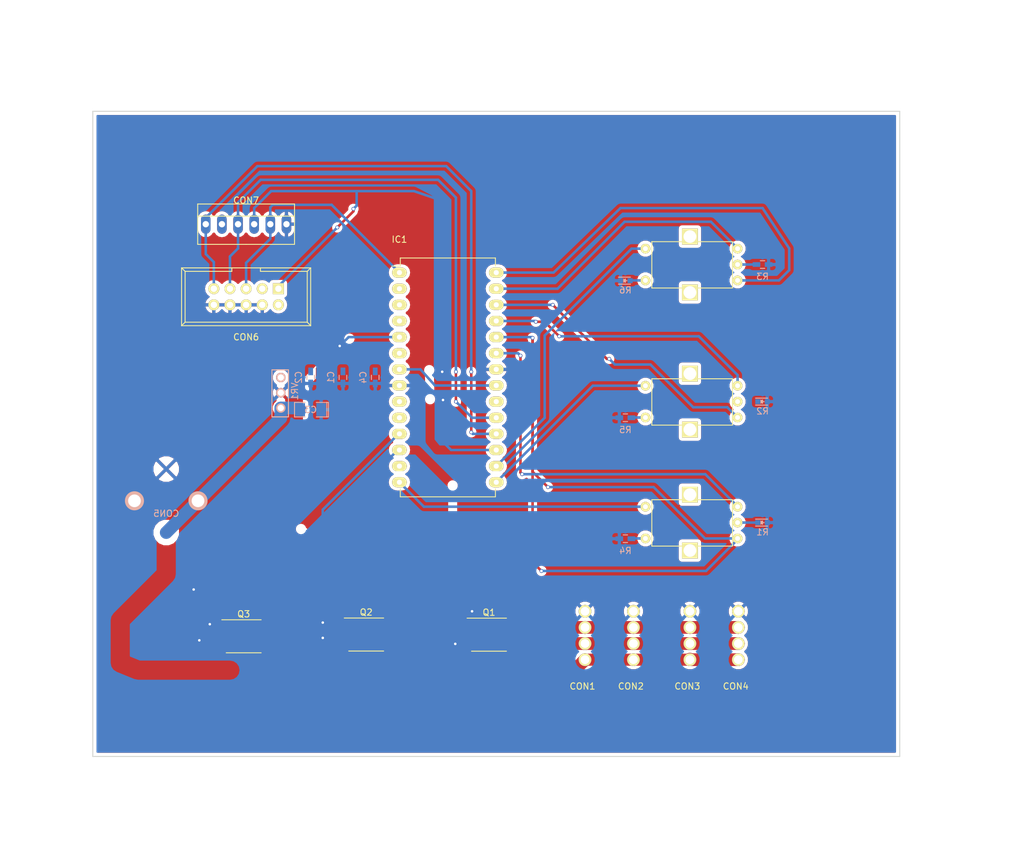
<source format=kicad_pcb>
(kicad_pcb (version 4) (host pcbnew "(2015-08-13 BZR 6091)-product")

  (general
    (links 90)
    (no_connects 15)
    (area 62.865 34.544 224.028001 167.894001)
    (thickness 1.6)
    (drawings 4)
    (tracks 214)
    (zones 0)
    (modules 25)
    (nets 38)
  )

  (page A4)
  (layers
    (0 F.Cu signal)
    (31 B.Cu signal)
    (32 B.Adhes user)
    (33 F.Adhes user)
    (34 B.Paste user)
    (35 F.Paste user)
    (36 B.SilkS user)
    (37 F.SilkS user)
    (38 B.Mask user)
    (39 F.Mask user)
    (40 Dwgs.User user)
    (41 Cmts.User user)
    (42 Eco1.User user)
    (43 Eco2.User user)
    (44 Edge.Cuts user)
    (45 Margin user)
    (46 B.CrtYd user)
    (47 F.CrtYd user)
    (48 B.Fab user)
    (49 F.Fab user)
  )

  (setup
    (last_trace_width 0.4)
    (trace_clearance 0.45)
    (zone_clearance 0.508)
    (zone_45_only no)
    (trace_min 0.2)
    (segment_width 0.2)
    (edge_width 0.15)
    (via_size 0.6)
    (via_drill 0.4)
    (via_min_size 0.5)
    (via_min_drill 0.4)
    (uvia_size 0.3)
    (uvia_drill 0.1)
    (uvias_allowed no)
    (uvia_min_size 0.2)
    (uvia_min_drill 0.1)
    (pcb_text_width 0.3)
    (pcb_text_size 1.5 1.5)
    (mod_edge_width 0.15)
    (mod_text_size 1 1)
    (mod_text_width 0.15)
    (pad_size 1.5 1.5)
    (pad_drill 1)
    (pad_to_mask_clearance 0.2)
    (aux_axis_origin 0 0)
    (visible_elements FFFFFF7F)
    (pcbplotparams
      (layerselection 0x00030_80000001)
      (usegerberextensions false)
      (excludeedgelayer true)
      (linewidth 0.100000)
      (plotframeref false)
      (viasonmask false)
      (mode 1)
      (useauxorigin false)
      (hpglpennumber 1)
      (hpglpenspeed 20)
      (hpglpendiameter 15)
      (hpglpenoverlay 2)
      (psnegative false)
      (psa4output false)
      (plotreference true)
      (plotvalue true)
      (plotinvisibletext false)
      (padsonsilk false)
      (subtractmaskfromsilk false)
      (outputformat 1)
      (mirror false)
      (drillshape 0)
      (scaleselection 1)
      (outputdirectory ""))
  )

  (net 0 "")
  (net 1 +5V)
  (net 2 GND)
  (net 3 +12V)
  (net 4 /RED_12V)
  (net 5 /GREEN_12V)
  (net 6 /BLUE_12V)
  (net 7 /MOSI)
  (net 8 "Net-(CON6-Pad3)")
  (net 9 /RST)
  (net 10 /SCK)
  (net 11 /MISO)
  (net 12 "Net-(E1-Pad1)")
  (net 13 "Net-(E1-Pad2)")
  (net 14 "Net-(E1-Pad3)")
  (net 15 "Net-(E1-Pad4)")
  (net 16 "Net-(E1-Pad5)")
  (net 17 "Net-(E2-Pad1)")
  (net 18 "Net-(E2-Pad2)")
  (net 19 "Net-(E2-Pad3)")
  (net 20 "Net-(E2-Pad4)")
  (net 21 "Net-(E2-Pad5)")
  (net 22 "Net-(E3-Pad1)")
  (net 23 "Net-(E3-Pad2)")
  (net 24 "Net-(E3-Pad3)")
  (net 25 "Net-(E3-Pad4)")
  (net 26 "Net-(E3-Pad5)")
  (net 27 "Net-(IC1-Pad2)")
  (net 28 "Net-(IC1-Pad3)")
  (net 29 "Net-(IC1-Pad4)")
  (net 30 /RED_5V)
  (net 31 "Net-(IC1-Pad6)")
  (net 32 "Net-(IC1-Pad9)")
  (net 33 "Net-(IC1-Pad10)")
  (net 34 /GREEN_5V)
  (net 35 /BLUE_5V)
  (net 36 "Net-(IC1-Pad13)")
  (net 37 /VCC)

  (net_class Default "This is the default net class."
    (clearance 0.45)
    (trace_width 0.4)
    (via_dia 0.6)
    (via_drill 0.4)
    (uvia_dia 0.3)
    (uvia_drill 0.1)
    (add_net +5V)
    (add_net /BLUE_5V)
    (add_net /GREEN_5V)
    (add_net /MISO)
    (add_net /MOSI)
    (add_net /RED_5V)
    (add_net /RST)
    (add_net /SCK)
    (add_net /VCC)
    (add_net GND)
    (add_net "Net-(CON6-Pad3)")
    (add_net "Net-(E1-Pad1)")
    (add_net "Net-(E1-Pad2)")
    (add_net "Net-(E1-Pad3)")
    (add_net "Net-(E1-Pad4)")
    (add_net "Net-(E1-Pad5)")
    (add_net "Net-(E2-Pad1)")
    (add_net "Net-(E2-Pad2)")
    (add_net "Net-(E2-Pad3)")
    (add_net "Net-(E2-Pad4)")
    (add_net "Net-(E2-Pad5)")
    (add_net "Net-(E3-Pad1)")
    (add_net "Net-(E3-Pad2)")
    (add_net "Net-(E3-Pad3)")
    (add_net "Net-(E3-Pad4)")
    (add_net "Net-(E3-Pad5)")
    (add_net "Net-(IC1-Pad10)")
    (add_net "Net-(IC1-Pad13)")
    (add_net "Net-(IC1-Pad2)")
    (add_net "Net-(IC1-Pad3)")
    (add_net "Net-(IC1-Pad4)")
    (add_net "Net-(IC1-Pad6)")
    (add_net "Net-(IC1-Pad9)")
  )

  (net_class HIGH_CURRENT ""
    (clearance 0.45)
    (trace_width 1.9)
    (via_dia 0.6)
    (via_drill 0.4)
    (uvia_dia 0.3)
    (uvia_drill 0.1)
    (add_net +12V)
    (add_net /BLUE_12V)
    (add_net /GREEN_12V)
    (add_net /RED_12V)
  )

  (net_class HIGH_CURRENT_NARROW ""
    (clearance 0.45)
    (trace_width 1.5)
    (via_dia 0.6)
    (via_drill 0.4)
    (uvia_dia 0.3)
    (uvia_drill 0.1)
  )

  (module Capacitors_SMD:C_0603_HandSoldering (layer B.Cu) (tedit 541A9B4D) (tstamp 56B811E5)
    (at 116.84 93.98 270)
    (descr "Capacitor SMD 0603, hand soldering")
    (tags "capacitor 0603")
    (path /56B647C0)
    (attr smd)
    (fp_text reference C1 (at 0 1.9 270) (layer B.SilkS)
      (effects (font (size 1 1) (thickness 0.15)) (justify mirror))
    )
    (fp_text value 10uF (at 0 -1.9 270) (layer B.Fab)
      (effects (font (size 1 1) (thickness 0.15)) (justify mirror))
    )
    (fp_line (start -1.85 0.75) (end 1.85 0.75) (layer B.CrtYd) (width 0.05))
    (fp_line (start -1.85 -0.75) (end 1.85 -0.75) (layer B.CrtYd) (width 0.05))
    (fp_line (start -1.85 0.75) (end -1.85 -0.75) (layer B.CrtYd) (width 0.05))
    (fp_line (start 1.85 0.75) (end 1.85 -0.75) (layer B.CrtYd) (width 0.05))
    (fp_line (start -0.35 0.6) (end 0.35 0.6) (layer B.SilkS) (width 0.15))
    (fp_line (start 0.35 -0.6) (end -0.35 -0.6) (layer B.SilkS) (width 0.15))
    (pad 1 smd rect (at -0.95 0 270) (size 1.2 0.75) (layers B.Cu B.Paste B.Mask)
      (net 1 +5V))
    (pad 2 smd rect (at 0.95 0 270) (size 1.2 0.75) (layers B.Cu B.Paste B.Mask)
      (net 2 GND))
    (model Capacitors_SMD.3dshapes/C_0603_HandSoldering.wrl
      (at (xyz 0 0 0))
      (scale (xyz 1 1 1))
      (rotate (xyz 0 0 0))
    )
  )

  (module Capacitors_SMD:C_0603_HandSoldering (layer B.Cu) (tedit 541A9B4D) (tstamp 56B811F1)
    (at 111.76 93.98 270)
    (descr "Capacitor SMD 0603, hand soldering")
    (tags "capacitor 0603")
    (path /56B6481A)
    (attr smd)
    (fp_text reference C2 (at 0 1.9 270) (layer B.SilkS)
      (effects (font (size 1 1) (thickness 0.15)) (justify mirror))
    )
    (fp_text value .1uF (at 0 -1.9 270) (layer B.Fab)
      (effects (font (size 1 1) (thickness 0.15)) (justify mirror))
    )
    (fp_line (start -1.85 0.75) (end 1.85 0.75) (layer B.CrtYd) (width 0.05))
    (fp_line (start -1.85 -0.75) (end 1.85 -0.75) (layer B.CrtYd) (width 0.05))
    (fp_line (start -1.85 0.75) (end -1.85 -0.75) (layer B.CrtYd) (width 0.05))
    (fp_line (start 1.85 0.75) (end 1.85 -0.75) (layer B.CrtYd) (width 0.05))
    (fp_line (start -0.35 0.6) (end 0.35 0.6) (layer B.SilkS) (width 0.15))
    (fp_line (start 0.35 -0.6) (end -0.35 -0.6) (layer B.SilkS) (width 0.15))
    (pad 1 smd rect (at -0.95 0 270) (size 1.2 0.75) (layers B.Cu B.Paste B.Mask)
      (net 1 +5V))
    (pad 2 smd rect (at 0.95 0 270) (size 1.2 0.75) (layers B.Cu B.Paste B.Mask)
      (net 2 GND))
    (model Capacitors_SMD.3dshapes/C_0603_HandSoldering.wrl
      (at (xyz 0 0 0))
      (scale (xyz 1 1 1))
      (rotate (xyz 0 0 0))
    )
  )

  (module Capacitors_SMD:C_0603_HandSoldering (layer B.Cu) (tedit 541A9B4D) (tstamp 56B81209)
    (at 121.92 93.98 270)
    (descr "Capacitor SMD 0603, hand soldering")
    (tags "capacitor 0603")
    (path /56B785EB)
    (attr smd)
    (fp_text reference C4 (at 0 1.9 270) (layer B.SilkS)
      (effects (font (size 1 1) (thickness 0.15)) (justify mirror))
    )
    (fp_text value 10uF (at 0 -1.9 270) (layer B.Fab)
      (effects (font (size 1 1) (thickness 0.15)) (justify mirror))
    )
    (fp_line (start -1.85 0.75) (end 1.85 0.75) (layer B.CrtYd) (width 0.05))
    (fp_line (start -1.85 -0.75) (end 1.85 -0.75) (layer B.CrtYd) (width 0.05))
    (fp_line (start -1.85 0.75) (end -1.85 -0.75) (layer B.CrtYd) (width 0.05))
    (fp_line (start 1.85 0.75) (end 1.85 -0.75) (layer B.CrtYd) (width 0.05))
    (fp_line (start -0.35 0.6) (end 0.35 0.6) (layer B.SilkS) (width 0.15))
    (fp_line (start 0.35 -0.6) (end -0.35 -0.6) (layer B.SilkS) (width 0.15))
    (pad 1 smd rect (at -0.95 0 270) (size 1.2 0.75) (layers B.Cu B.Paste B.Mask)
      (net 1 +5V))
    (pad 2 smd rect (at 0.95 0 270) (size 1.2 0.75) (layers B.Cu B.Paste B.Mask)
      (net 2 GND))
    (model Capacitors_SMD.3dshapes/C_0603_HandSoldering.wrl
      (at (xyz 0 0 0))
      (scale (xyz 1 1 1))
      (rotate (xyz 0 0 0))
    )
  )

  (module LED_controller_footprints:OUTPUT_HOLES (layer F.Cu) (tedit 56B942AA) (tstamp 56B81211)
    (at 154.94 134.62 180)
    (path /56B7C775)
    (fp_text reference CON1 (at 0.4 -8 180) (layer F.SilkS)
      (effects (font (size 1 1) (thickness 0.15)))
    )
    (fp_text value CONNECTOR (at 0.3 -9.6 180) (layer F.Fab)
      (effects (font (size 1 1) (thickness 0.15)))
    )
    (pad 1 thru_hole circle (at 0 -3.81 180) (size 2 2) (drill 1.4) (layers *.Cu *.Mask F.SilkS)
      (net 4 /RED_12V))
    (pad 2 thru_hole circle (at 0 -1.27 180) (size 2 2) (drill 1.4) (layers *.Cu *.Mask F.SilkS)
      (net 5 /GREEN_12V))
    (pad 3 thru_hole circle (at 0 1.27 180) (size 2 2) (drill 1.4) (layers *.Cu *.Mask F.SilkS)
      (net 6 /BLUE_12V))
    (pad 4 thru_hole circle (at 0 3.81 180) (size 2 2) (drill 1.4) (layers *.Cu *.Mask F.SilkS)
      (net 2 GND))
  )

  (module LED_controller_footprints:OUTPUT_HOLES (layer F.Cu) (tedit 56B942B2) (tstamp 56B81219)
    (at 162.56 134.62 180)
    (path /56B7CC07)
    (fp_text reference CON2 (at 0.4 -8 180) (layer F.SilkS)
      (effects (font (size 1 1) (thickness 0.15)))
    )
    (fp_text value CONNECTOR (at 0.3 -9.6 180) (layer F.Fab)
      (effects (font (size 1 1) (thickness 0.15)))
    )
    (pad 1 thru_hole circle (at 0 -3.81 180) (size 2 2) (drill 1.4) (layers *.Cu *.Mask F.SilkS)
      (net 4 /RED_12V))
    (pad 2 thru_hole circle (at 0 -1.27 180) (size 2 2) (drill 1.4) (layers *.Cu *.Mask F.SilkS)
      (net 5 /GREEN_12V))
    (pad 3 thru_hole circle (at 0 1.27 180) (size 2 2) (drill 1.4) (layers *.Cu *.Mask F.SilkS)
      (net 6 /BLUE_12V))
    (pad 4 thru_hole circle (at 0 3.81 180) (size 2 2) (drill 1.4) (layers *.Cu *.Mask F.SilkS)
      (net 2 GND))
  )

  (module LED_controller_footprints:OUTPUT_HOLES (layer F.Cu) (tedit 56B94289) (tstamp 56B81221)
    (at 171.45 134.62 180)
    (path /56B7D3AA)
    (fp_text reference CON3 (at 0.4 -8 180) (layer F.SilkS)
      (effects (font (size 1 1) (thickness 0.15)))
    )
    (fp_text value CONNECTOR (at 0.3 -9.6 180) (layer F.Fab)
      (effects (font (size 1 1) (thickness 0.15)))
    )
    (pad 1 thru_hole circle (at 0 -3.81 180) (size 2 2) (drill 1.4) (layers *.Cu *.Mask F.SilkS)
      (net 4 /RED_12V))
    (pad 2 thru_hole circle (at 0 -1.27 180) (size 2 2) (drill 1.4) (layers *.Cu *.Mask F.SilkS)
      (net 5 /GREEN_12V))
    (pad 3 thru_hole circle (at 0 1.27 180) (size 2 2) (drill 1.4) (layers *.Cu *.Mask F.SilkS)
      (net 6 /BLUE_12V))
    (pad 4 thru_hole circle (at 0 3.81 180) (size 2 2) (drill 1.4) (layers *.Cu *.Mask F.SilkS)
      (net 2 GND))
  )

  (module LED_controller_footprints:OUTPUT_HOLES (layer F.Cu) (tedit 56B92F79) (tstamp 56B81229)
    (at 179.07 134.62 180)
    (path /56B7D407)
    (fp_text reference CON4 (at 0.4 -8 180) (layer F.SilkS)
      (effects (font (size 1 1) (thickness 0.15)))
    )
    (fp_text value CONNECTOR (at 0.3 -9.6 180) (layer F.Fab)
      (effects (font (size 1 1) (thickness 0.15)))
    )
    (pad 1 thru_hole circle (at 0 -3.81 180) (size 2 2) (drill 1.4) (layers *.Cu *.Mask F.SilkS)
      (net 4 /RED_12V))
    (pad 2 thru_hole circle (at 0 -1.27 180) (size 2 2) (drill 1.4) (layers *.Cu *.Mask F.SilkS)
      (net 5 /GREEN_12V))
    (pad 3 thru_hole circle (at 0 1.27 180) (size 2 2) (drill 1.4) (layers *.Cu *.Mask F.SilkS)
      (net 6 /BLUE_12V))
    (pad 4 thru_hole circle (at 0 3.81 180) (size 2 2) (drill 1.4) (layers *.Cu *.Mask F.SilkS)
      (net 2 GND))
  )

  (module LED_controller_footprints:12V_PWR_HOLES (layer B.Cu) (tedit 56B7F3CC) (tstamp 56B8122F)
    (at 89.027 113.411)
    (path /56B6D46E)
    (fp_text reference CON5 (at 0 2) (layer B.SilkS)
      (effects (font (size 1 1) (thickness 0.15)) (justify mirror))
    )
    (fp_text value PWR_CON (at -0.1 3.4) (layer B.Fab)
      (effects (font (size 1 1) (thickness 0.15)) (justify mirror))
    )
    (pad 1 thru_hole circle (at -5 0) (size 3 3) (drill 2) (layers *.Cu *.Mask B.SilkS)
      (net 3 +12V))
    (pad 2 thru_hole circle (at 5 0) (size 3 3) (drill 2) (layers *.Cu *.Mask B.SilkS)
      (net 2 GND))
  )

  (module Connect:IDC_Header_Straight_10pins (layer F.Cu) (tedit 0) (tstamp 56B8123D)
    (at 106.68 80.01 180)
    (descr "10 pins through hole IDC header")
    (tags "IDC header socket VASCH")
    (path /56B6991C)
    (fp_text reference CON6 (at 5.08 -7.62 180) (layer F.SilkS)
      (effects (font (size 1 1) (thickness 0.15)))
    )
    (fp_text value AVR-ISP-10 (at 5.08 5.223 180) (layer F.Fab)
      (effects (font (size 1 1) (thickness 0.15)))
    )
    (fp_line (start -5.08 -5.82) (end 15.24 -5.82) (layer F.SilkS) (width 0.15))
    (fp_line (start -4.54 -5.27) (end 14.68 -5.27) (layer F.SilkS) (width 0.15))
    (fp_line (start -5.08 3.28) (end 15.24 3.28) (layer F.SilkS) (width 0.15))
    (fp_line (start -4.54 2.73) (end 2.83 2.73) (layer F.SilkS) (width 0.15))
    (fp_line (start 7.33 2.73) (end 14.68 2.73) (layer F.SilkS) (width 0.15))
    (fp_line (start 2.83 2.73) (end 2.83 3.28) (layer F.SilkS) (width 0.15))
    (fp_line (start 7.33 2.73) (end 7.33 3.28) (layer F.SilkS) (width 0.15))
    (fp_line (start -5.08 -5.82) (end -5.08 3.28) (layer F.SilkS) (width 0.15))
    (fp_line (start -4.54 -5.27) (end -4.54 2.73) (layer F.SilkS) (width 0.15))
    (fp_line (start 15.24 -5.82) (end 15.24 3.28) (layer F.SilkS) (width 0.15))
    (fp_line (start 14.68 -5.27) (end 14.68 2.73) (layer F.SilkS) (width 0.15))
    (fp_line (start -5.08 -5.82) (end -4.54 -5.27) (layer F.SilkS) (width 0.15))
    (fp_line (start 15.24 -5.82) (end 14.68 -5.27) (layer F.SilkS) (width 0.15))
    (fp_line (start -5.08 3.28) (end -4.54 2.73) (layer F.SilkS) (width 0.15))
    (fp_line (start 15.24 3.28) (end 14.68 2.73) (layer F.SilkS) (width 0.15))
    (fp_line (start -5.35 -6.05) (end 15.5 -6.05) (layer F.CrtYd) (width 0.05))
    (fp_line (start 15.5 -6.05) (end 15.5 3.55) (layer F.CrtYd) (width 0.05))
    (fp_line (start 15.5 3.55) (end -5.35 3.55) (layer F.CrtYd) (width 0.05))
    (fp_line (start -5.35 3.55) (end -5.35 -6.05) (layer F.CrtYd) (width 0.05))
    (pad 1 thru_hole rect (at 0 0 180) (size 1.7272 1.7272) (drill 1.016) (layers *.Cu *.Mask F.SilkS)
      (net 7 /MOSI))
    (pad 2 thru_hole oval (at 0 -2.54 180) (size 1.7272 1.7272) (drill 1.016) (layers *.Cu *.Mask F.SilkS)
      (net 1 +5V))
    (pad 3 thru_hole oval (at 2.54 0 180) (size 1.7272 1.7272) (drill 1.016) (layers *.Cu *.Mask F.SilkS)
      (net 8 "Net-(CON6-Pad3)"))
    (pad 4 thru_hole oval (at 2.54 -2.54 180) (size 1.7272 1.7272) (drill 1.016) (layers *.Cu *.Mask F.SilkS)
      (net 2 GND))
    (pad 5 thru_hole oval (at 5.08 0 180) (size 1.7272 1.7272) (drill 1.016) (layers *.Cu *.Mask F.SilkS)
      (net 9 /RST))
    (pad 6 thru_hole oval (at 5.08 -2.54 180) (size 1.7272 1.7272) (drill 1.016) (layers *.Cu *.Mask F.SilkS)
      (net 2 GND))
    (pad 7 thru_hole oval (at 7.62 0 180) (size 1.7272 1.7272) (drill 1.016) (layers *.Cu *.Mask F.SilkS)
      (net 10 /SCK))
    (pad 8 thru_hole oval (at 7.62 -2.54 180) (size 1.7272 1.7272) (drill 1.016) (layers *.Cu *.Mask F.SilkS)
      (net 2 GND))
    (pad 9 thru_hole oval (at 10.16 0 180) (size 1.7272 1.7272) (drill 1.016) (layers *.Cu *.Mask F.SilkS)
      (net 11 /MISO))
    (pad 10 thru_hole oval (at 10.16 -2.54 180) (size 1.7272 1.7272) (drill 1.016) (layers *.Cu *.Mask F.SilkS)
      (net 2 GND))
  )

  (module LED_controller_footprints:Rotary_encoder (layer F.Cu) (tedit 56B76BDD) (tstamp 56B81248)
    (at 171.45 116.84)
    (path /56B6914E)
    (fp_text reference E1 (at 0 1.27) (layer F.SilkS) hide
      (effects (font (size 1 1) (thickness 0.15)))
    )
    (fp_text value Rotary_Encoder (at 0.1 -1.3) (layer F.Fab)
      (effects (font (size 1 1) (thickness 0.15)))
    )
    (fp_line (start -6 -3.6) (end 6.7 -3.6) (layer F.SilkS) (width 0.15))
    (fp_line (start 6.7 3.7) (end 6.7 -3.5) (layer F.SilkS) (width 0.15))
    (fp_line (start -6 3.7) (end 6.6 3.7) (layer F.SilkS) (width 0.15))
    (fp_line (start -6 -3.6) (end -6 3.7) (layer F.SilkS) (width 0.15))
    (pad 1 thru_hole circle (at -7 -2.5) (size 1.524 1.524) (drill 0.762) (layers *.Cu *.Mask F.SilkS)
      (net 12 "Net-(E1-Pad1)"))
    (pad 2 thru_hole circle (at -7 2.5) (size 1.524 1.524) (drill 0.762) (layers *.Cu *.Mask F.SilkS)
      (net 13 "Net-(E1-Pad2)"))
    (pad 3 thru_hole circle (at 7.5 0) (size 1.524 1.524) (drill 0.762) (layers *.Cu *.Mask F.SilkS)
      (net 14 "Net-(E1-Pad3)"))
    (pad 4 thru_hole circle (at 7.5 -2.5) (size 1.524 1.524) (drill 0.762) (layers *.Cu *.Mask F.SilkS)
      (net 15 "Net-(E1-Pad4)"))
    (pad 5 thru_hole circle (at 7.5 2.5) (size 1.524 1.524) (drill 0.762) (layers *.Cu *.Mask F.SilkS)
      (net 16 "Net-(E1-Pad5)"))
    (pad 7 thru_hole rect (at 0 -4.4) (size 2.5 2.5) (drill 2) (layers *.Cu *.Mask F.SilkS))
    (pad 8 thru_hole rect (at 0 4.4) (size 2.5 2.5) (drill 2) (layers *.Cu *.Mask F.SilkS))
  )

  (module LED_controller_footprints:Rotary_encoder (layer F.Cu) (tedit 56B76BDD) (tstamp 56B81253)
    (at 171.45 97.79)
    (path /56B691B5)
    (fp_text reference E2 (at 0 1.27) (layer F.SilkS) hide
      (effects (font (size 1 1) (thickness 0.15)))
    )
    (fp_text value Rotary_Encoder (at 0.1 -1.3) (layer F.Fab)
      (effects (font (size 1 1) (thickness 0.15)))
    )
    (fp_line (start -6 -3.6) (end 6.7 -3.6) (layer F.SilkS) (width 0.15))
    (fp_line (start 6.7 3.7) (end 6.7 -3.5) (layer F.SilkS) (width 0.15))
    (fp_line (start -6 3.7) (end 6.6 3.7) (layer F.SilkS) (width 0.15))
    (fp_line (start -6 -3.6) (end -6 3.7) (layer F.SilkS) (width 0.15))
    (pad 1 thru_hole circle (at -7 -2.5) (size 1.524 1.524) (drill 0.762) (layers *.Cu *.Mask F.SilkS)
      (net 17 "Net-(E2-Pad1)"))
    (pad 2 thru_hole circle (at -7 2.5) (size 1.524 1.524) (drill 0.762) (layers *.Cu *.Mask F.SilkS)
      (net 18 "Net-(E2-Pad2)"))
    (pad 3 thru_hole circle (at 7.5 0) (size 1.524 1.524) (drill 0.762) (layers *.Cu *.Mask F.SilkS)
      (net 19 "Net-(E2-Pad3)"))
    (pad 4 thru_hole circle (at 7.5 -2.5) (size 1.524 1.524) (drill 0.762) (layers *.Cu *.Mask F.SilkS)
      (net 20 "Net-(E2-Pad4)"))
    (pad 5 thru_hole circle (at 7.5 2.5) (size 1.524 1.524) (drill 0.762) (layers *.Cu *.Mask F.SilkS)
      (net 21 "Net-(E2-Pad5)"))
    (pad 7 thru_hole rect (at 0 -4.4) (size 2.5 2.5) (drill 2) (layers *.Cu *.Mask F.SilkS))
    (pad 8 thru_hole rect (at 0 4.4) (size 2.5 2.5) (drill 2) (layers *.Cu *.Mask F.SilkS))
  )

  (module LED_controller_footprints:Rotary_encoder (layer F.Cu) (tedit 56B76BDD) (tstamp 56B8125E)
    (at 171.45 76.2)
    (path /56B6943F)
    (fp_text reference E3 (at 0 1.27) (layer F.SilkS) hide
      (effects (font (size 1 1) (thickness 0.15)))
    )
    (fp_text value Rotary_Encoder (at 0.1 -1.3) (layer F.Fab)
      (effects (font (size 1 1) (thickness 0.15)))
    )
    (fp_line (start -6 -3.6) (end 6.7 -3.6) (layer F.SilkS) (width 0.15))
    (fp_line (start 6.7 3.7) (end 6.7 -3.5) (layer F.SilkS) (width 0.15))
    (fp_line (start -6 3.7) (end 6.6 3.7) (layer F.SilkS) (width 0.15))
    (fp_line (start -6 -3.6) (end -6 3.7) (layer F.SilkS) (width 0.15))
    (pad 1 thru_hole circle (at -7 -2.5) (size 1.524 1.524) (drill 0.762) (layers *.Cu *.Mask F.SilkS)
      (net 22 "Net-(E3-Pad1)"))
    (pad 2 thru_hole circle (at -7 2.5) (size 1.524 1.524) (drill 0.762) (layers *.Cu *.Mask F.SilkS)
      (net 23 "Net-(E3-Pad2)"))
    (pad 3 thru_hole circle (at 7.5 0) (size 1.524 1.524) (drill 0.762) (layers *.Cu *.Mask F.SilkS)
      (net 24 "Net-(E3-Pad3)"))
    (pad 4 thru_hole circle (at 7.5 -2.5) (size 1.524 1.524) (drill 0.762) (layers *.Cu *.Mask F.SilkS)
      (net 25 "Net-(E3-Pad4)"))
    (pad 5 thru_hole circle (at 7.5 2.5) (size 1.524 1.524) (drill 0.762) (layers *.Cu *.Mask F.SilkS)
      (net 26 "Net-(E3-Pad5)"))
    (pad 7 thru_hole rect (at 0 -4.4) (size 2.5 2.5) (drill 2) (layers *.Cu *.Mask F.SilkS))
    (pad 8 thru_hole rect (at 0 4.4) (size 2.5 2.5) (drill 2) (layers *.Cu *.Mask F.SilkS))
  )

  (module Housings_DIP:DIP-28_W15.24mm_LongPads (layer F.Cu) (tedit 56B9467D) (tstamp 56B8127E)
    (at 125.73 77.47)
    (descr "28-lead dip package, row spacing 15.24 mm (600 mils), longer pads")
    (tags "dil dip 2.54 600")
    (path /56B0139C)
    (fp_text reference IC1 (at 0 -5.22) (layer F.SilkS)
      (effects (font (size 1 1) (thickness 0.15)))
    )
    (fp_text value ATMEGA328P-P (at 0 -3.72) (layer F.Fab)
      (effects (font (size 1 1) (thickness 0.15)))
    )
    (fp_line (start -1.4 -2.45) (end -1.4 35.5) (layer F.CrtYd) (width 0.05))
    (fp_line (start 16.65 -2.45) (end 16.65 35.5) (layer F.CrtYd) (width 0.05))
    (fp_line (start -1.4 -2.45) (end 16.65 -2.45) (layer F.CrtYd) (width 0.05))
    (fp_line (start -1.4 35.5) (end 16.65 35.5) (layer F.CrtYd) (width 0.05))
    (fp_line (start 0.135 -2.295) (end 0.135 -1.025) (layer F.SilkS) (width 0.15))
    (fp_line (start 15.105 -2.295) (end 15.105 -1.025) (layer F.SilkS) (width 0.15))
    (fp_line (start 15.105 35.315) (end 15.105 34.045) (layer F.SilkS) (width 0.15))
    (fp_line (start 0.135 35.315) (end 0.135 34.045) (layer F.SilkS) (width 0.15))
    (fp_line (start 0.135 -2.295) (end 15.105 -2.295) (layer F.SilkS) (width 0.15))
    (fp_line (start 0.135 35.315) (end 15.105 35.315) (layer F.SilkS) (width 0.15))
    (fp_line (start 0.135 -1.025) (end -1.15 -1.025) (layer F.SilkS) (width 0.15))
    (pad 1 thru_hole oval (at 0 0) (size 2.3 1.6) (drill 0.8) (layers *.Cu *.Mask F.SilkS)
      (net 9 /RST))
    (pad 2 thru_hole oval (at 0 2.54) (size 2.3 1.6) (drill 0.8) (layers *.Cu *.Mask F.SilkS)
      (net 27 "Net-(IC1-Pad2)"))
    (pad 3 thru_hole oval (at 0 5.08) (size 2.3 1.6) (drill 0.8) (layers *.Cu *.Mask F.SilkS)
      (net 28 "Net-(IC1-Pad3)"))
    (pad 4 thru_hole oval (at 0 7.62) (size 2.3 1.6) (drill 0.8) (layers *.Cu *.Mask F.SilkS)
      (net 29 "Net-(IC1-Pad4)"))
    (pad 5 thru_hole oval (at 0 10.16) (size 2.3 1.6) (drill 0.8) (layers *.Cu *.Mask F.SilkS)
      (net 30 /RED_5V))
    (pad 6 thru_hole oval (at 0 12.7) (size 2.3 1.6) (drill 0.8) (layers *.Cu *.Mask F.SilkS)
      (net 31 "Net-(IC1-Pad6)"))
    (pad 7 thru_hole oval (at 0 15.24) (size 2.3 1.6) (drill 0.8) (layers *.Cu *.Mask F.SilkS)
      (net 1 +5V))
    (pad 8 thru_hole oval (at 0 17.78) (size 2.3 1.6) (drill 0.8) (layers *.Cu *.Mask F.SilkS)
      (net 2 GND))
    (pad 9 thru_hole oval (at 0 20.32) (size 2.3 1.6) (drill 0.8) (layers *.Cu *.Mask F.SilkS)
      (net 32 "Net-(IC1-Pad9)"))
    (pad 10 thru_hole oval (at 0 22.86) (size 2.3 1.6) (drill 0.8) (layers *.Cu *.Mask F.SilkS)
      (net 33 "Net-(IC1-Pad10)"))
    (pad 11 thru_hole oval (at 0 25.4) (size 2.3 1.6) (drill 0.8) (layers *.Cu *.Mask F.SilkS)
      (net 34 /GREEN_5V))
    (pad 12 thru_hole oval (at 0 27.94) (size 2.3 1.6) (drill 0.8) (layers *.Cu *.Mask F.SilkS)
      (net 35 /BLUE_5V))
    (pad 13 thru_hole oval (at 0 30.48) (size 2.3 1.6) (drill 0.8) (layers *.Cu *.Mask F.SilkS)
      (net 36 "Net-(IC1-Pad13)"))
    (pad 14 thru_hole oval (at 0 33.02) (size 2.3 1.6) (drill 0.8) (layers *.Cu *.Mask F.SilkS)
      (net 12 "Net-(E1-Pad1)"))
    (pad 15 thru_hole oval (at 15.24 33.02) (size 2.3 1.6) (drill 0.8) (layers *.Cu *.Mask F.SilkS)
      (net 17 "Net-(E2-Pad1)"))
    (pad 16 thru_hole oval (at 15.24 30.48) (size 2.3 1.6) (drill 0.8) (layers *.Cu *.Mask F.SilkS)
      (net 22 "Net-(E3-Pad1)"))
    (pad 17 thru_hole oval (at 15.24 27.94) (size 2.3 1.6) (drill 0.8) (layers *.Cu *.Mask F.SilkS)
      (net 7 /MOSI))
    (pad 18 thru_hole oval (at 15.24 25.4) (size 2.3 1.6) (drill 0.8) (layers *.Cu *.Mask F.SilkS)
      (net 11 /MISO))
    (pad 19 thru_hole oval (at 15.24 22.86) (size 2.3 1.6) (drill 0.8) (layers *.Cu *.Mask F.SilkS)
      (net 10 /SCK))
    (pad 20 thru_hole oval (at 15.24 20.32) (size 2.3 1.6) (drill 0.8) (layers *.Cu *.Mask F.SilkS)
      (net 1 +5V))
    (pad 21 thru_hole oval (at 15.24 17.78) (size 2.3 1.6) (drill 0.8) (layers *.Cu *.Mask F.SilkS)
      (net 1 +5V))
    (pad 22 thru_hole oval (at 15.24 15.24) (size 2.3 1.6) (drill 0.8) (layers *.Cu *.Mask F.SilkS)
      (net 2 GND))
    (pad 23 thru_hole oval (at 15.24 12.7) (size 2.3 1.6) (drill 0.8) (layers *.Cu *.Mask F.SilkS)
      (net 15 "Net-(E1-Pad4)"))
    (pad 24 thru_hole oval (at 15.24 10.16) (size 2.3 1.6) (drill 0.8) (layers *.Cu *.Mask F.SilkS)
      (net 16 "Net-(E1-Pad5)"))
    (pad 25 thru_hole oval (at 15.24 7.62) (size 2.3 1.6) (drill 0.8) (layers *.Cu *.Mask F.SilkS)
      (net 20 "Net-(E2-Pad4)"))
    (pad 26 thru_hole oval (at 15.24 5.08) (size 2.3 1.6) (drill 0.8) (layers *.Cu *.Mask F.SilkS)
      (net 21 "Net-(E2-Pad5)"))
    (pad 27 thru_hole oval (at 15.24 2.54) (size 2.3 1.6) (drill 0.8) (layers *.Cu *.Mask F.SilkS)
      (net 25 "Net-(E3-Pad4)"))
    (pad 28 thru_hole oval (at 15.24 0) (size 2.3 1.6) (drill 0.8) (layers *.Cu *.Mask F.SilkS)
      (net 26 "Net-(E3-Pad5)"))
    (model Housings_DIP.3dshapes/DIP-28_W15.24mm_LongPads.wrl
      (at (xyz 0 0 0))
      (scale (xyz 1 1 1))
      (rotate (xyz 0 0 0))
    )
  )

  (module SMD_Packages:SO-8_PowerPAK_Vishay_Single (layer F.Cu) (tedit 54AF9856) (tstamp 56B8128B)
    (at 139.827 134.493)
    (descr "PowerPAK SO-8 (see Vishay AN821)")
    (tags "PowerPAK SO-8")
    (path /56B01EAE)
    (attr smd)
    (fp_text reference Q1 (at 0 -3.5) (layer F.SilkS)
      (effects (font (size 1 1) (thickness 0.15)))
    )
    (fp_text value STS8DN3LLH5 (at 0 3.5) (layer F.Fab)
      (effects (font (size 1 1) (thickness 0.15)))
    )
    (fp_line (start -3.55 -2.75) (end -3.55 2.75) (layer F.CrtYd) (width 0.05))
    (fp_line (start 3.55 -2.75) (end 3.55 2.75) (layer F.CrtYd) (width 0.05))
    (fp_line (start -3.55 -2.75) (end 3.55 -2.75) (layer F.CrtYd) (width 0.05))
    (fp_line (start -3.55 2.75) (end 3.55 2.75) (layer F.CrtYd) (width 0.05))
    (fp_line (start -3.45 -2.6) (end 2.75 -2.6) (layer F.SilkS) (width 0.15))
    (fp_line (start -2.75 2.6) (end 2.75 2.6) (layer F.SilkS) (width 0.15))
    (pad 1 smd rect (at -2.67 -1.905) (size 1.27 0.61) (layers F.Cu F.Paste F.Mask)
      (net 35 /BLUE_5V))
    (pad 2 smd rect (at -2.67 -0.635) (size 1.27 0.61) (layers F.Cu F.Paste F.Mask)
      (net 3 +12V))
    (pad 3 smd rect (at -2.67 0.635) (size 1.27 0.61) (layers F.Cu F.Paste F.Mask)
      (net 35 /BLUE_5V))
    (pad 4 smd rect (at -2.67 1.905) (size 1.27 0.61) (layers F.Cu F.Paste F.Mask)
      (net 3 +12V))
    (pad 5 smd rect (at 2.795 1.905) (size 1.02 0.61) (layers F.Cu F.Paste F.Mask)
      (net 6 /BLUE_12V))
    (pad 5 smd rect (at 2.795 0.635) (size 1.02 0.61) (layers F.Cu F.Paste F.Mask)
      (net 6 /BLUE_12V))
    (pad 5 smd rect (at 2.795 -0.635) (size 1.02 0.61) (layers F.Cu F.Paste F.Mask)
      (net 6 /BLUE_12V))
    (pad 5 smd rect (at 2.795 -1.905) (size 1.02 0.61) (layers F.Cu F.Paste F.Mask)
      (net 6 /BLUE_12V))
    (pad 5 smd rect (at 0.69 0) (size 3.81 3.91) (layers F.Cu F.Paste F.Mask)
      (net 6 /BLUE_12V))
  )

  (module SMD_Packages:SO-8_PowerPAK_Vishay_Single (layer F.Cu) (tedit 54AF9856) (tstamp 56B81298)
    (at 120.4976 134.4676)
    (descr "PowerPAK SO-8 (see Vishay AN821)")
    (tags "PowerPAK SO-8")
    (path /56B01DEA)
    (attr smd)
    (fp_text reference Q2 (at 0 -3.5) (layer F.SilkS)
      (effects (font (size 1 1) (thickness 0.15)))
    )
    (fp_text value STS8DN3LLH5 (at 0 3.5) (layer F.Fab)
      (effects (font (size 1 1) (thickness 0.15)))
    )
    (fp_line (start -3.55 -2.75) (end -3.55 2.75) (layer F.CrtYd) (width 0.05))
    (fp_line (start 3.55 -2.75) (end 3.55 2.75) (layer F.CrtYd) (width 0.05))
    (fp_line (start -3.55 -2.75) (end 3.55 -2.75) (layer F.CrtYd) (width 0.05))
    (fp_line (start -3.55 2.75) (end 3.55 2.75) (layer F.CrtYd) (width 0.05))
    (fp_line (start -3.45 -2.6) (end 2.75 -2.6) (layer F.SilkS) (width 0.15))
    (fp_line (start -2.75 2.6) (end 2.75 2.6) (layer F.SilkS) (width 0.15))
    (pad 1 smd rect (at -2.67 -1.905) (size 1.27 0.61) (layers F.Cu F.Paste F.Mask)
      (net 34 /GREEN_5V))
    (pad 2 smd rect (at -2.67 -0.635) (size 1.27 0.61) (layers F.Cu F.Paste F.Mask)
      (net 3 +12V))
    (pad 3 smd rect (at -2.67 0.635) (size 1.27 0.61) (layers F.Cu F.Paste F.Mask)
      (net 34 /GREEN_5V))
    (pad 4 smd rect (at -2.67 1.905) (size 1.27 0.61) (layers F.Cu F.Paste F.Mask)
      (net 3 +12V))
    (pad 5 smd rect (at 2.795 1.905) (size 1.02 0.61) (layers F.Cu F.Paste F.Mask)
      (net 5 /GREEN_12V))
    (pad 5 smd rect (at 2.795 0.635) (size 1.02 0.61) (layers F.Cu F.Paste F.Mask)
      (net 5 /GREEN_12V))
    (pad 5 smd rect (at 2.795 -0.635) (size 1.02 0.61) (layers F.Cu F.Paste F.Mask)
      (net 5 /GREEN_12V))
    (pad 5 smd rect (at 2.795 -1.905) (size 1.02 0.61) (layers F.Cu F.Paste F.Mask)
      (net 5 /GREEN_12V))
    (pad 5 smd rect (at 0.69 0) (size 3.81 3.91) (layers F.Cu F.Paste F.Mask)
      (net 5 /GREEN_12V))
  )

  (module SMD_Packages:SO-8_PowerPAK_Vishay_Single (layer F.Cu) (tedit 54AF9856) (tstamp 56B812A5)
    (at 101.219 134.747)
    (descr "PowerPAK SO-8 (see Vishay AN821)")
    (tags "PowerPAK SO-8")
    (path /56B01E7F)
    (attr smd)
    (fp_text reference Q3 (at 0 -3.5) (layer F.SilkS)
      (effects (font (size 1 1) (thickness 0.15)))
    )
    (fp_text value STS8DN3LLH5 (at 0 3.5) (layer F.Fab)
      (effects (font (size 1 1) (thickness 0.15)))
    )
    (fp_line (start -3.55 -2.75) (end -3.55 2.75) (layer F.CrtYd) (width 0.05))
    (fp_line (start 3.55 -2.75) (end 3.55 2.75) (layer F.CrtYd) (width 0.05))
    (fp_line (start -3.55 -2.75) (end 3.55 -2.75) (layer F.CrtYd) (width 0.05))
    (fp_line (start -3.55 2.75) (end 3.55 2.75) (layer F.CrtYd) (width 0.05))
    (fp_line (start -3.45 -2.6) (end 2.75 -2.6) (layer F.SilkS) (width 0.15))
    (fp_line (start -2.75 2.6) (end 2.75 2.6) (layer F.SilkS) (width 0.15))
    (pad 1 smd rect (at -2.67 -1.905) (size 1.27 0.61) (layers F.Cu F.Paste F.Mask)
      (net 30 /RED_5V))
    (pad 2 smd rect (at -2.67 -0.635) (size 1.27 0.61) (layers F.Cu F.Paste F.Mask)
      (net 3 +12V))
    (pad 3 smd rect (at -2.67 0.635) (size 1.27 0.61) (layers F.Cu F.Paste F.Mask)
      (net 30 /RED_5V))
    (pad 4 smd rect (at -2.67 1.905) (size 1.27 0.61) (layers F.Cu F.Paste F.Mask)
      (net 3 +12V))
    (pad 5 smd rect (at 2.795 1.905) (size 1.02 0.61) (layers F.Cu F.Paste F.Mask)
      (net 4 /RED_12V))
    (pad 5 smd rect (at 2.795 0.635) (size 1.02 0.61) (layers F.Cu F.Paste F.Mask)
      (net 4 /RED_12V))
    (pad 5 smd rect (at 2.795 -0.635) (size 1.02 0.61) (layers F.Cu F.Paste F.Mask)
      (net 4 /RED_12V))
    (pad 5 smd rect (at 2.795 -1.905) (size 1.02 0.61) (layers F.Cu F.Paste F.Mask)
      (net 4 /RED_12V))
    (pad 5 smd rect (at 0.69 0) (size 3.81 3.91) (layers F.Cu F.Paste F.Mask)
      (net 4 /RED_12V))
  )

  (module LEDs:LED_0603 (layer B.Cu) (tedit 55BDE255) (tstamp 56B812AB)
    (at 182.88 116.84)
    (descr "LED 0603 smd package")
    (tags "LED led 0603 SMD smd SMT smt smdled SMDLED smtled SMTLED")
    (path /56B3C6A5)
    (attr smd)
    (fp_text reference R1 (at 0 1.5) (layer B.SilkS)
      (effects (font (size 1 1) (thickness 0.15)) (justify mirror))
    )
    (fp_text value 10k (at 0 -1.5) (layer B.Fab)
      (effects (font (size 1 1) (thickness 0.15)) (justify mirror))
    )
    (fp_line (start -1.1 -0.55) (end 0.8 -0.55) (layer B.SilkS) (width 0.15))
    (fp_line (start -1.1 0.55) (end 0.8 0.55) (layer B.SilkS) (width 0.15))
    (fp_line (start -0.2 0) (end 0.25 0) (layer B.SilkS) (width 0.15))
    (fp_line (start -0.25 0.25) (end -0.25 -0.25) (layer B.SilkS) (width 0.15))
    (fp_line (start -0.25 0) (end 0 0.25) (layer B.SilkS) (width 0.15))
    (fp_line (start 0 0.25) (end 0 -0.25) (layer B.SilkS) (width 0.15))
    (fp_line (start 0 -0.25) (end -0.25 0) (layer B.SilkS) (width 0.15))
    (fp_line (start 1.4 0.75) (end 1.4 -0.75) (layer B.CrtYd) (width 0.05))
    (fp_line (start 1.4 -0.75) (end -1.4 -0.75) (layer B.CrtYd) (width 0.05))
    (fp_line (start -1.4 -0.75) (end -1.4 0.75) (layer B.CrtYd) (width 0.05))
    (fp_line (start -1.4 0.75) (end 1.4 0.75) (layer B.CrtYd) (width 0.05))
    (pad 2 smd rect (at 0.7493 0 180) (size 0.79756 0.79756) (layers B.Cu B.Paste B.Mask)
      (net 2 GND))
    (pad 1 smd rect (at -0.7493 0 180) (size 0.79756 0.79756) (layers B.Cu B.Paste B.Mask)
      (net 14 "Net-(E1-Pad3)"))
    (model LEDs.3dshapes/LED_0603.wrl
      (at (xyz 0 0 0))
      (scale (xyz 1 1 1))
      (rotate (xyz 0 0 180))
    )
  )

  (module LEDs:LED_0603 (layer B.Cu) (tedit 55BDE255) (tstamp 56B812B1)
    (at 182.88 97.79)
    (descr "LED 0603 smd package")
    (tags "LED led 0603 SMD smd SMT smt smdled SMDLED smtled SMTLED")
    (path /56B3C77D)
    (attr smd)
    (fp_text reference R2 (at 0 1.5) (layer B.SilkS)
      (effects (font (size 1 1) (thickness 0.15)) (justify mirror))
    )
    (fp_text value 10k (at 0 -1.5) (layer B.Fab)
      (effects (font (size 1 1) (thickness 0.15)) (justify mirror))
    )
    (fp_line (start -1.1 -0.55) (end 0.8 -0.55) (layer B.SilkS) (width 0.15))
    (fp_line (start -1.1 0.55) (end 0.8 0.55) (layer B.SilkS) (width 0.15))
    (fp_line (start -0.2 0) (end 0.25 0) (layer B.SilkS) (width 0.15))
    (fp_line (start -0.25 0.25) (end -0.25 -0.25) (layer B.SilkS) (width 0.15))
    (fp_line (start -0.25 0) (end 0 0.25) (layer B.SilkS) (width 0.15))
    (fp_line (start 0 0.25) (end 0 -0.25) (layer B.SilkS) (width 0.15))
    (fp_line (start 0 -0.25) (end -0.25 0) (layer B.SilkS) (width 0.15))
    (fp_line (start 1.4 0.75) (end 1.4 -0.75) (layer B.CrtYd) (width 0.05))
    (fp_line (start 1.4 -0.75) (end -1.4 -0.75) (layer B.CrtYd) (width 0.05))
    (fp_line (start -1.4 -0.75) (end -1.4 0.75) (layer B.CrtYd) (width 0.05))
    (fp_line (start -1.4 0.75) (end 1.4 0.75) (layer B.CrtYd) (width 0.05))
    (pad 2 smd rect (at 0.7493 0 180) (size 0.79756 0.79756) (layers B.Cu B.Paste B.Mask)
      (net 2 GND))
    (pad 1 smd rect (at -0.7493 0 180) (size 0.79756 0.79756) (layers B.Cu B.Paste B.Mask)
      (net 19 "Net-(E2-Pad3)"))
    (model LEDs.3dshapes/LED_0603.wrl
      (at (xyz 0 0 0))
      (scale (xyz 1 1 1))
      (rotate (xyz 0 0 180))
    )
  )

  (module Capacitors_SMD:C_0603_HandSoldering (layer B.Cu) (tedit 541A9B4D) (tstamp 56B812BD)
    (at 182.88 76.2)
    (descr "Capacitor SMD 0603, hand soldering")
    (tags "capacitor 0603")
    (path /56B3C7DB)
    (attr smd)
    (fp_text reference R3 (at 0 1.9) (layer B.SilkS)
      (effects (font (size 1 1) (thickness 0.15)) (justify mirror))
    )
    (fp_text value 10k (at 0 -1.9) (layer B.Fab)
      (effects (font (size 1 1) (thickness 0.15)) (justify mirror))
    )
    (fp_line (start -1.85 0.75) (end 1.85 0.75) (layer B.CrtYd) (width 0.05))
    (fp_line (start -1.85 -0.75) (end 1.85 -0.75) (layer B.CrtYd) (width 0.05))
    (fp_line (start -1.85 0.75) (end -1.85 -0.75) (layer B.CrtYd) (width 0.05))
    (fp_line (start 1.85 0.75) (end 1.85 -0.75) (layer B.CrtYd) (width 0.05))
    (fp_line (start -0.35 0.6) (end 0.35 0.6) (layer B.SilkS) (width 0.15))
    (fp_line (start 0.35 -0.6) (end -0.35 -0.6) (layer B.SilkS) (width 0.15))
    (pad 1 smd rect (at -0.95 0) (size 1.2 0.75) (layers B.Cu B.Paste B.Mask)
      (net 24 "Net-(E3-Pad3)"))
    (pad 2 smd rect (at 0.95 0) (size 1.2 0.75) (layers B.Cu B.Paste B.Mask)
      (net 2 GND))
    (model Capacitors_SMD.3dshapes/C_0603_HandSoldering.wrl
      (at (xyz 0 0 0))
      (scale (xyz 1 1 1))
      (rotate (xyz 0 0 0))
    )
  )

  (module Capacitors_SMD:C_0603_HandSoldering (layer B.Cu) (tedit 541A9B4D) (tstamp 56B812C9)
    (at 161.29 119.38)
    (descr "Capacitor SMD 0603, hand soldering")
    (tags "capacitor 0603")
    (path /56B67FC8)
    (attr smd)
    (fp_text reference R4 (at 0 1.9) (layer B.SilkS)
      (effects (font (size 1 1) (thickness 0.15)) (justify mirror))
    )
    (fp_text value 10k (at 0 -1.9) (layer B.Fab)
      (effects (font (size 1 1) (thickness 0.15)) (justify mirror))
    )
    (fp_line (start -1.85 0.75) (end 1.85 0.75) (layer B.CrtYd) (width 0.05))
    (fp_line (start -1.85 -0.75) (end 1.85 -0.75) (layer B.CrtYd) (width 0.05))
    (fp_line (start -1.85 0.75) (end -1.85 -0.75) (layer B.CrtYd) (width 0.05))
    (fp_line (start 1.85 0.75) (end 1.85 -0.75) (layer B.CrtYd) (width 0.05))
    (fp_line (start -0.35 0.6) (end 0.35 0.6) (layer B.SilkS) (width 0.15))
    (fp_line (start 0.35 -0.6) (end -0.35 -0.6) (layer B.SilkS) (width 0.15))
    (pad 1 smd rect (at -0.95 0) (size 1.2 0.75) (layers B.Cu B.Paste B.Mask)
      (net 2 GND))
    (pad 2 smd rect (at 0.95 0) (size 1.2 0.75) (layers B.Cu B.Paste B.Mask)
      (net 13 "Net-(E1-Pad2)"))
    (model Capacitors_SMD.3dshapes/C_0603_HandSoldering.wrl
      (at (xyz 0 0 0))
      (scale (xyz 1 1 1))
      (rotate (xyz 0 0 0))
    )
  )

  (module Capacitors_SMD:C_0603_HandSoldering (layer B.Cu) (tedit 541A9B4D) (tstamp 56B812D5)
    (at 161.29 100.33)
    (descr "Capacitor SMD 0603, hand soldering")
    (tags "capacitor 0603")
    (path /56B682A7)
    (attr smd)
    (fp_text reference R5 (at 0 1.9) (layer B.SilkS)
      (effects (font (size 1 1) (thickness 0.15)) (justify mirror))
    )
    (fp_text value 10k (at 0 -1.9) (layer B.Fab)
      (effects (font (size 1 1) (thickness 0.15)) (justify mirror))
    )
    (fp_line (start -1.85 0.75) (end 1.85 0.75) (layer B.CrtYd) (width 0.05))
    (fp_line (start -1.85 -0.75) (end 1.85 -0.75) (layer B.CrtYd) (width 0.05))
    (fp_line (start -1.85 0.75) (end -1.85 -0.75) (layer B.CrtYd) (width 0.05))
    (fp_line (start 1.85 0.75) (end 1.85 -0.75) (layer B.CrtYd) (width 0.05))
    (fp_line (start -0.35 0.6) (end 0.35 0.6) (layer B.SilkS) (width 0.15))
    (fp_line (start 0.35 -0.6) (end -0.35 -0.6) (layer B.SilkS) (width 0.15))
    (pad 1 smd rect (at -0.95 0) (size 1.2 0.75) (layers B.Cu B.Paste B.Mask)
      (net 2 GND))
    (pad 2 smd rect (at 0.95 0) (size 1.2 0.75) (layers B.Cu B.Paste B.Mask)
      (net 18 "Net-(E2-Pad2)"))
    (model Capacitors_SMD.3dshapes/C_0603_HandSoldering.wrl
      (at (xyz 0 0 0))
      (scale (xyz 1 1 1))
      (rotate (xyz 0 0 0))
    )
  )

  (module LED_controller_footprints:L7805CV (layer B.Cu) (tedit 56BAA3E8) (tstamp 56B812E3)
    (at 107.061 96.393 90)
    (path /56B66FE8)
    (fp_text reference VR1 (at 0.2 2.2 90) (layer B.SilkS)
      (effects (font (size 1 1) (thickness 0.15)) (justify mirror))
    )
    (fp_text value L7805CV (at 0 3.6 90) (layer B.Fab)
      (effects (font (size 1 1) (thickness 0.15)) (justify mirror))
    )
    (fp_line (start 3.6 -1.4) (end -3.8 -1.4) (layer B.SilkS) (width 0.15))
    (fp_line (start 3.6 -1.4) (end 3.6 1.2) (layer B.SilkS) (width 0.15))
    (fp_line (start 3.6 1.2) (end 3.6 -1.4) (layer B.SilkS) (width 0.15))
    (fp_line (start 3.6 1.2) (end -3.7 1.2) (layer B.SilkS) (width 0.15))
    (fp_line (start -3.8 1.2) (end 3.6 1.2) (layer B.SilkS) (width 0.15))
    (fp_line (start -3.8 1.2) (end -3.8 -1.4) (layer B.SilkS) (width 0.15))
    (fp_line (start -3.8 -1.4) (end -3.8 1.1) (layer B.SilkS) (width 0.15))
    (pad 2 thru_hole circle (at 0 0 90) (size 1.5 1.5) (drill 1) (layers *.Cu *.Mask B.SilkS)
      (net 2 GND))
    (pad 1 thru_hole circle (at -2.4 0 90) (size 1.5 1.5) (drill 1) (layers *.Cu *.Mask B.SilkS)
      (net 3 +12V))
    (pad 3 thru_hole circle (at 2.4 0 90) (size 1.5 1.5) (drill 1) (layers *.Cu *.Mask B.SilkS)
      (net 1 +5V))
  )

  (module Connect:PINHEAD1-6 (layer F.Cu) (tedit 0) (tstamp 56B948E8)
    (at 101.6 69.85)
    (path /56B93EA8)
    (attr virtual)
    (fp_text reference CON7 (at 0 -3.75) (layer F.SilkS)
      (effects (font (size 1 1) (thickness 0.15)))
    )
    (fp_text value AVR-ISP-6 (at 0 3.81) (layer F.Fab)
      (effects (font (size 1 1) (thickness 0.15)))
    )
    (fp_line (start 0 3.175) (end 7.62 3.175) (layer F.SilkS) (width 0.15))
    (fp_line (start 0 -1.27) (end 7.62 -1.27) (layer F.SilkS) (width 0.15))
    (fp_line (start 0 -3.175) (end 7.62 -3.175) (layer F.SilkS) (width 0.15))
    (fp_line (start -7.62 -3.175) (end -7.62 3.175) (layer F.SilkS) (width 0.15))
    (fp_line (start 7.62 -3.175) (end 7.62 3.175) (layer F.SilkS) (width 0.15))
    (fp_line (start 0 -1.27) (end -7.62 -1.27) (layer F.SilkS) (width 0.15))
    (fp_line (start -7.62 -3.175) (end 0 -3.175) (layer F.SilkS) (width 0.15))
    (fp_line (start 0 3.175) (end -7.62 3.175) (layer F.SilkS) (width 0.15))
    (pad 1 thru_hole oval (at -6.35 0) (size 1.50622 3.01498) (drill 0.99822) (layers *.Cu *.Mask)
      (net 11 /MISO))
    (pad 2 thru_hole oval (at -3.81 0) (size 1.50622 3.01498) (drill 0.99822) (layers *.Cu *.Mask)
      (net 37 /VCC))
    (pad 3 thru_hole oval (at -1.27 0) (size 1.50622 3.01498) (drill 0.99822) (layers *.Cu *.Mask)
      (net 10 /SCK))
    (pad 4 thru_hole oval (at 1.27 0) (size 1.50622 3.01498) (drill 0.99822) (layers *.Cu *.Mask)
      (net 7 /MOSI))
    (pad 5 thru_hole oval (at 3.81 0) (size 1.50622 3.01498) (drill 0.99822) (layers *.Cu *.Mask)
      (net 9 /RST))
    (pad 6 thru_hole oval (at 6.35 0) (size 1.50622 3.01498) (drill 0.99822) (layers *.Cu *.Mask)
      (net 2 GND))
  )

  (module LEDs:LED_0603 (layer B.Cu) (tedit 55BDE255) (tstamp 56B948F9)
    (at 161.29 78.74)
    (descr "LED 0603 smd package")
    (tags "LED led 0603 SMD smd SMT smt smdled SMDLED smtled SMTLED")
    (path /56B682FB)
    (attr smd)
    (fp_text reference R6 (at 0 1.5) (layer B.SilkS)
      (effects (font (size 1 1) (thickness 0.15)) (justify mirror))
    )
    (fp_text value 10k (at 0 -1.5) (layer B.Fab)
      (effects (font (size 1 1) (thickness 0.15)) (justify mirror))
    )
    (fp_line (start -1.1 -0.55) (end 0.8 -0.55) (layer B.SilkS) (width 0.15))
    (fp_line (start -1.1 0.55) (end 0.8 0.55) (layer B.SilkS) (width 0.15))
    (fp_line (start -0.2 0) (end 0.25 0) (layer B.SilkS) (width 0.15))
    (fp_line (start -0.25 0.25) (end -0.25 -0.25) (layer B.SilkS) (width 0.15))
    (fp_line (start -0.25 0) (end 0 0.25) (layer B.SilkS) (width 0.15))
    (fp_line (start 0 0.25) (end 0 -0.25) (layer B.SilkS) (width 0.15))
    (fp_line (start 0 -0.25) (end -0.25 0) (layer B.SilkS) (width 0.15))
    (fp_line (start 1.4 0.75) (end 1.4 -0.75) (layer B.CrtYd) (width 0.05))
    (fp_line (start 1.4 -0.75) (end -1.4 -0.75) (layer B.CrtYd) (width 0.05))
    (fp_line (start -1.4 -0.75) (end -1.4 0.75) (layer B.CrtYd) (width 0.05))
    (fp_line (start -1.4 0.75) (end 1.4 0.75) (layer B.CrtYd) (width 0.05))
    (pad 2 smd rect (at 0.7493 0 180) (size 0.79756 0.79756) (layers B.Cu B.Paste B.Mask)
      (net 23 "Net-(E3-Pad2)"))
    (pad 1 smd rect (at -0.7493 0 180) (size 0.79756 0.79756) (layers B.Cu B.Paste B.Mask)
      (net 2 GND))
    (model LEDs.3dshapes/LED_0603.wrl
      (at (xyz 0 0 0))
      (scale (xyz 1 1 1))
      (rotate (xyz 0 0 180))
    )
  )

  (module SMD_Packages:SMD-1206_Pol (layer B.Cu) (tedit 0) (tstamp 56BAA543)
    (at 111.76 99.06 180)
    (path /56B7834C)
    (attr smd)
    (fp_text reference C3 (at 0 0 180) (layer B.SilkS)
      (effects (font (size 1 1) (thickness 0.15)) (justify mirror))
    )
    (fp_text value 10uF (at 0 0 180) (layer B.Fab)
      (effects (font (size 1 1) (thickness 0.15)) (justify mirror))
    )
    (fp_line (start -2.54 1.143) (end -2.794 1.143) (layer B.SilkS) (width 0.15))
    (fp_line (start -2.794 1.143) (end -2.794 -1.143) (layer B.SilkS) (width 0.15))
    (fp_line (start -2.794 -1.143) (end -2.54 -1.143) (layer B.SilkS) (width 0.15))
    (fp_line (start -2.54 1.143) (end -2.54 -1.143) (layer B.SilkS) (width 0.15))
    (fp_line (start -2.54 -1.143) (end -0.889 -1.143) (layer B.SilkS) (width 0.15))
    (fp_line (start 0.889 1.143) (end 2.54 1.143) (layer B.SilkS) (width 0.15))
    (fp_line (start 2.54 1.143) (end 2.54 -1.143) (layer B.SilkS) (width 0.15))
    (fp_line (start 2.54 -1.143) (end 0.889 -1.143) (layer B.SilkS) (width 0.15))
    (fp_line (start -0.889 1.143) (end -2.54 1.143) (layer B.SilkS) (width 0.15))
    (pad 1 smd rect (at -1.651 0 180) (size 1.524 2.032) (layers B.Cu B.Paste B.Mask)
      (net 2 GND))
    (pad 2 smd rect (at 1.651 0 180) (size 1.524 2.032) (layers B.Cu B.Paste B.Mask)
      (net 3 +12V))
    (model SMD_Packages.3dshapes/SMD-1206_Pol.wrl
      (at (xyz 0 0 0))
      (scale (xyz 0.17 0.16 0.16))
      (rotate (xyz 0 0 0))
    )
  )

  (gr_line (start 77.47 153.67) (end 77.47 52.07) (angle 90) (layer Edge.Cuts) (width 0.15))
  (gr_line (start 204.47 153.67) (end 77.47 153.67) (angle 90) (layer Edge.Cuts) (width 0.15))
  (gr_line (start 204.47 52.07) (end 204.47 153.67) (angle 90) (layer Edge.Cuts) (width 0.15))
  (gr_line (start 77.47 52.07) (end 204.47 52.07) (angle 90) (layer Edge.Cuts) (width 0.15))

  (segment (start 125.73 92.71) (end 129.032 92.71) (width 0.4) (layer B.Cu) (net 1) (status 10))
  (segment (start 138.43 95.25) (end 140.97 95.25) (width 0.4) (layer B.Cu) (net 1) (tstamp 56BAAA63) (status 20))
  (segment (start 131.318 95.25) (end 138.43 95.25) (width 0.4) (layer B.Cu) (net 1) (tstamp 56BAAA61))
  (segment (start 129.032 92.71) (end 131.318 95.25) (width 0.4) (layer B.Cu) (net 1) (tstamp 56BAAA5E))
  (segment (start 84.027 113.411) (end 84.027 126.953) (width 2) (layer F.Cu) (net 3))
  (segment (start 131.5085 133.9215) (end 133.731 133.9215) (width 2) (layer F.Cu) (net 3) (tstamp 56BFD18C))
  (segment (start 127.254 129.667) (end 131.5085 133.9215) (width 2) (layer F.Cu) (net 3) (tstamp 56BFD18A))
  (segment (start 86.741 129.667) (end 127.254 129.667) (width 2) (layer F.Cu) (net 3) (tstamp 56BFD182))
  (segment (start 84.027 126.953) (end 86.741 129.667) (width 2) (layer F.Cu) (net 3) (tstamp 56BFD180))
  (segment (start 107.061 100.377) (end 89.027 118.411) (width 2) (layer B.Cu) (net 3) (tstamp 56BAAB1E))
  (segment (start 107.061 98.793) (end 107.061 100.377) (width 2) (layer B.Cu) (net 3))
  (segment (start 107.061 98.793) (end 109.842 98.793) (width 2) (layer B.Cu) (net 3))
  (segment (start 109.842 98.793) (end 110.109 99.06) (width 2) (layer B.Cu) (net 3) (tstamp 56BAA583))
  (segment (start 171.45 138.43) (end 162.56 138.43) (width 1.9) (layer F.Cu) (net 4))
  (segment (start 162.56 138.43) (end 154.94 138.43) (width 1.9) (layer F.Cu) (net 4) (tstamp 56BFD5EC))
  (segment (start 104.014 136.652) (end 104.014 135.382) (width 1.9) (layer F.Cu) (net 4))
  (segment (start 104.014 136.652) (end 103.814 136.652) (width 1.9) (layer F.Cu) (net 4))
  (segment (start 103.814 136.652) (end 101.909 134.747) (width 1.9) (layer F.Cu) (net 4) (tstamp 56BFD5C5))
  (segment (start 104.014 134.112) (end 104.014 135.382) (width 1.9) (layer F.Cu) (net 4))
  (segment (start 104.014 132.842) (end 104.014 136.652) (width 1.9) (layer F.Cu) (net 4))
  (segment (start 104.014 135.382) (end 109.982 135.382) (width 2) (layer F.Cu) (net 4))
  (segment (start 109.982 135.382) (end 118.5164 143.9164) (width 2) (layer F.Cu) (net 4) (tstamp 56BFD1CD))
  (segment (start 118.5164 143.9164) (end 149.4536 143.9164) (width 2) (layer F.Cu) (net 4) (tstamp 56BFD1CF))
  (segment (start 149.4536 143.9164) (end 154.94 138.43) (width 2) (layer F.Cu) (net 4) (tstamp 56BFD1D4))
  (segment (start 179.07 138.43) (end 171.539998 138.43) (width 2) (layer F.Cu) (net 4))
  (segment (start 171.539998 138.43) (end 171.45 138.340002) (width 2) (layer F.Cu) (net 4) (tstamp 56BAA1B5))
  (segment (start 123.2926 135.1026) (end 123.2926 136.3726) (width 1.9) (layer F.Cu) (net 5))
  (segment (start 123.2926 133.8326) (end 123.2926 136.3726) (width 1.9) (layer F.Cu) (net 5))
  (segment (start 121.1876 134.4676) (end 122.6576 134.4676) (width 1.9) (layer F.Cu) (net 5))
  (segment (start 122.6576 134.4676) (end 123.2926 133.8326) (width 1.9) (layer F.Cu) (net 5) (tstamp 56BFD5C0))
  (segment (start 123.2926 132.5626) (end 123.2926 136.3726) (width 1.9) (layer F.Cu) (net 5))
  (segment (start 154.94 135.89) (end 151.511 135.89) (width 2) (layer F.Cu) (net 5))
  (segment (start 127.944 140.589) (end 121.848 134.493) (width 2) (layer F.Cu) (net 5) (tstamp 56BAA1DB))
  (segment (start 146.812 140.589) (end 127.944 140.589) (width 2) (layer F.Cu) (net 5) (tstamp 56BAA1D8))
  (segment (start 151.511 135.89) (end 146.812 140.589) (width 2) (layer F.Cu) (net 5) (tstamp 56BAA1D6))
  (segment (start 179.07 135.89) (end 171.45 135.89) (width 2) (layer F.Cu) (net 5))
  (segment (start 171.45 135.89) (end 162.56 135.89) (width 2) (layer F.Cu) (net 5) (tstamp 56BAA1AD))
  (segment (start 162.56 135.89) (end 154.94 135.89) (width 2) (layer F.Cu) (net 5) (tstamp 56BAA1AE))
  (segment (start 142.622 132.588) (end 142.622 133.858) (width 1.9) (layer F.Cu) (net 6))
  (segment (start 142.622 133.858) (end 141.152 133.858) (width 1.9) (layer F.Cu) (net 6))
  (segment (start 141.152 133.858) (end 140.517 134.493) (width 1.9) (layer F.Cu) (net 6) (tstamp 56BFD5CA))
  (segment (start 142.622 133.858) (end 142.622 135.128) (width 1.9) (layer F.Cu) (net 6))
  (segment (start 142.622 132.588) (end 142.622 136.398) (width 1.9) (layer F.Cu) (net 6))
  (segment (start 154.94 133.35) (end 141.66 133.35) (width 2) (layer F.Cu) (net 6))
  (segment (start 141.66 133.35) (end 140.517 134.493) (width 2) (layer F.Cu) (net 6) (tstamp 56BAA1C0))
  (segment (start 179.07 133.35) (end 171.45 133.35) (width 2) (layer F.Cu) (net 6))
  (segment (start 171.45 133.35) (end 162.56 133.35) (width 2) (layer F.Cu) (net 6) (tstamp 56BAA1A6))
  (segment (start 162.56 133.35) (end 154.94 133.35) (width 2) (layer F.Cu) (net 6) (tstamp 56BAA1A7))
  (segment (start 118.999 66.929) (end 118.999 64.643) (width 0.4) (layer B.Cu) (net 7) (tstamp 56BAAF1A))
  (segment (start 118.491 67.437) (end 118.999 66.929) (width 0.4) (layer B.Cu) (net 7) (tstamp 56BAAF19))
  (via (at 118.491 67.437) (size 0.6) (drill 0.4) (layers F.Cu B.Cu) (net 7))
  (segment (start 118.491 67.818) (end 118.491 67.437) (width 0.4) (layer F.Cu) (net 7) (tstamp 56BAAF17))
  (segment (start 115.951 70.358) (end 118.491 67.818) (width 0.4) (layer F.Cu) (net 7) (tstamp 56BAAF16))
  (via (at 115.951 70.358) (size 0.6) (drill 0.4) (layers F.Cu B.Cu) (net 7))
  (segment (start 106.68 79.629) (end 115.951 70.358) (width 0.4) (layer B.Cu) (net 7) (tstamp 56BAAF11))
  (segment (start 106.68 80.01) (end 106.68 79.629) (width 0.4) (layer B.Cu) (net 7))
  (segment (start 118.999 64.643) (end 128.016 64.643) (width 0.4) (layer B.Cu) (net 7) (tstamp 56BAAF1D))
  (segment (start 102.87 69.85) (end 102.87 67.31) (width 0.4) (layer B.Cu) (net 7))
  (segment (start 133.858 105.41) (end 140.97 105.41) (width 0.4) (layer B.Cu) (net 7) (tstamp 56BAAEDF) (status 20))
  (segment (start 132.588 104.14) (end 133.858 105.41) (width 0.4) (layer B.Cu) (net 7) (tstamp 56BAAEDC))
  (segment (start 132.588 97.536) (end 132.588 104.14) (width 0.4) (layer B.Cu) (net 7) (tstamp 56BAAEDB))
  (via (at 132.588 97.536) (size 0.6) (drill 0.4) (layers F.Cu B.Cu) (net 7))
  (segment (start 132.461 93.091) (end 132.588 97.536) (width 0.4) (layer F.Cu) (net 7) (tstamp 56BAAEC3))
  (via (at 132.461 93.091) (size 0.6) (drill 0.4) (layers F.Cu B.Cu) (net 7))
  (segment (start 132.461 66.167) (end 132.461 93.091) (width 0.4) (layer B.Cu) (net 7) (tstamp 56BAAEBD))
  (segment (start 128.016 64.643) (end 132.461 66.167) (width 0.4) (layer B.Cu) (net 7) (tstamp 56BAAEB9))
  (segment (start 105.537 64.643) (end 112.776 64.643) (width 0.4) (layer B.Cu) (net 7) (tstamp 56BAAEB4))
  (segment (start 112.776 64.643) (end 118.999 64.643) (width 0.4) (layer B.Cu) (net 7) (tstamp 56BAAEF1))
  (segment (start 102.87 67.31) (end 105.537 64.643) (width 0.4) (layer B.Cu) (net 7) (tstamp 56BAAEB0))
  (segment (start 105.41 69.85) (end 105.41 67.183) (width 0.4) (layer B.Cu) (net 9))
  (segment (start 115.062 66.802) (end 125.73 77.47) (width 0.4) (layer B.Cu) (net 9) (tstamp 56BAAF0A) (status 20))
  (segment (start 105.791 66.802) (end 115.062 66.802) (width 0.4) (layer B.Cu) (net 9) (tstamp 56BAAF06))
  (segment (start 105.41 67.183) (end 105.791 66.802) (width 0.4) (layer B.Cu) (net 9) (tstamp 56BAAF04))
  (segment (start 105.41 69.85) (end 105.41 72.136) (width 0.4) (layer B.Cu) (net 9))
  (segment (start 101.6 75.946) (end 101.6 80.01) (width 0.4) (layer B.Cu) (net 9) (tstamp 56BAAE8A))
  (segment (start 105.41 72.136) (end 101.6 75.946) (width 0.4) (layer B.Cu) (net 9) (tstamp 56BAAE85))
  (segment (start 100.33 69.85) (end 100.33 66.421) (width 0.4) (layer B.Cu) (net 10))
  (segment (start 100.33 66.421) (end 103.886 62.865) (width 0.4) (layer B.Cu) (net 10) (tstamp 56BAB007))
  (segment (start 103.886 62.865) (end 131.826 62.865) (width 0.4) (layer B.Cu) (net 10) (tstamp 56BAB009))
  (segment (start 131.826 62.865) (end 134.62 65.659) (width 0.4) (layer B.Cu) (net 10) (tstamp 56BAB00B))
  (segment (start 134.62 65.659) (end 134.62 93.091) (width 0.4) (layer B.Cu) (net 10) (tstamp 56BAB00D))
  (via (at 134.62 93.091) (size 0.6) (drill 0.4) (layers F.Cu B.Cu) (net 10))
  (segment (start 134.62 93.091) (end 134.62 97.79) (width 0.4) (layer F.Cu) (net 10) (tstamp 56BAB010))
  (via (at 134.62 97.79) (size 0.6) (drill 0.4) (layers F.Cu B.Cu) (net 10))
  (segment (start 134.62 97.79) (end 137.16 100.33) (width 0.4) (layer B.Cu) (net 10) (tstamp 56BAB013))
  (segment (start 137.16 100.33) (end 140.97 100.33) (width 0.4) (layer B.Cu) (net 10) (tstamp 56BAB014))
  (segment (start 100.33 69.85) (end 100.33 73.66) (width 0.4) (layer B.Cu) (net 10))
  (segment (start 99.06 74.93) (end 99.06 80.01) (width 0.4) (layer B.Cu) (net 10) (tstamp 56BAAE97))
  (segment (start 100.33 73.66) (end 99.06 74.93) (width 0.4) (layer B.Cu) (net 10) (tstamp 56BAAE96))
  (segment (start 95.25 69.85) (end 95.25 68.834) (width 0.4) (layer B.Cu) (net 11))
  (segment (start 95.25 68.834) (end 103.378 60.706) (width 0.4) (layer B.Cu) (net 11) (tstamp 56BAB018))
  (segment (start 137.287 102.87) (end 140.97 102.87) (width 0.4) (layer B.Cu) (net 11) (tstamp 56BAB024))
  (segment (start 137.033 102.616) (end 137.287 102.87) (width 0.4) (layer B.Cu) (net 11) (tstamp 56BAB023))
  (via (at 137.033 102.616) (size 0.6) (drill 0.4) (layers F.Cu B.Cu) (net 11))
  (segment (start 137.033 93.091) (end 137.033 102.616) (width 0.4) (layer F.Cu) (net 11) (tstamp 56BAB020))
  (via (at 137.033 93.091) (size 0.6) (drill 0.4) (layers F.Cu B.Cu) (net 11))
  (segment (start 137.033 64.643) (end 137.033 93.091) (width 0.4) (layer B.Cu) (net 11) (tstamp 56BAB01D))
  (segment (start 133.096 60.706) (end 137.033 64.643) (width 0.4) (layer B.Cu) (net 11) (tstamp 56BAB01B))
  (segment (start 103.378 60.706) (end 133.096 60.706) (width 0.4) (layer B.Cu) (net 11) (tstamp 56BAB019))
  (segment (start 95.25 69.85) (end 95.25 74.549) (width 0.4) (layer B.Cu) (net 11))
  (segment (start 96.52 75.819) (end 96.52 80.01) (width 0.4) (layer B.Cu) (net 11) (tstamp 56BAAE93))
  (segment (start 95.25 74.549) (end 96.52 75.819) (width 0.4) (layer B.Cu) (net 11) (tstamp 56BAAE90))
  (segment (start 164.45 114.34) (end 129.58 114.34) (width 0.4) (layer B.Cu) (net 12))
  (segment (start 129.58 114.34) (end 125.73 110.49) (width 0.4) (layer B.Cu) (net 12) (tstamp 56BAAE34) (status 20))
  (segment (start 164.45 119.34) (end 162.092 119.34) (width 0.4) (layer B.Cu) (net 13))
  (segment (start 162.092 119.34) (end 162.052 119.38) (width 0.4) (layer B.Cu) (net 13) (tstamp 56BA9D25))
  (segment (start 178.95 116.84) (end 181.864 116.84) (width 0.4) (layer B.Cu) (net 14))
  (segment (start 144.399 90.17) (end 140.97 90.17) (width 0.4) (layer B.Cu) (net 15) (tstamp 56BAB3A3))
  (segment (start 144.78 90.551) (end 144.399 90.17) (width 0.4) (layer B.Cu) (net 15) (tstamp 56BAB3A2))
  (via (at 144.78 90.551) (size 0.6) (drill 0.4) (layers F.Cu B.Cu) (net 15))
  (segment (start 144.78 108.966) (end 144.78 90.551) (width 0.4) (layer F.Cu) (net 15) (tstamp 56BAB39B))
  (segment (start 145.034 109.22) (end 144.78 108.966) (width 0.4) (layer F.Cu) (net 15) (tstamp 56BAB39A))
  (via (at 145.034 109.22) (size 0.6) (drill 0.4) (layers F.Cu B.Cu) (net 15))
  (segment (start 173.863 109.22) (end 145.034 109.22) (width 0.4) (layer B.Cu) (net 15) (tstamp 56BAB395))
  (segment (start 178.95 114.307) (end 173.863 109.22) (width 0.4) (layer B.Cu) (net 15) (tstamp 56BAB394))
  (segment (start 178.95 114.34) (end 178.95 114.307) (width 0.4) (layer B.Cu) (net 15))
  (segment (start 146.685 123.063) (end 146.685 87.757) (width 0.4) (layer F.Cu) (net 16) (tstamp 56BAB406))
  (segment (start 148.082 124.46) (end 146.685 123.063) (width 0.4) (layer F.Cu) (net 16) (tstamp 56BAB405))
  (via (at 148.082 124.46) (size 0.6) (drill 0.4) (layers F.Cu B.Cu) (net 16))
  (segment (start 173.99 124.46) (end 148.082 124.46) (width 0.4) (layer B.Cu) (net 16) (tstamp 56BAB3FD))
  (segment (start 178.95 119.5) (end 173.99 124.46) (width 0.4) (layer B.Cu) (net 16) (tstamp 56BAB3FB))
  (segment (start 178.95 119.34) (end 173.823 119.34) (width 0.4) (layer B.Cu) (net 16))
  (segment (start 146.685 108.839) (end 146.685 87.757) (width 0.4) (layer F.Cu) (net 16) (tstamp 56BAB4A7))
  (segment (start 149.098 111.252) (end 146.685 108.839) (width 0.4) (layer F.Cu) (net 16) (tstamp 56BAB4A6))
  (via (at 149.098 111.252) (size 0.6) (drill 0.4) (layers F.Cu B.Cu) (net 16))
  (segment (start 165.735 111.252) (end 149.098 111.252) (width 0.4) (layer B.Cu) (net 16) (tstamp 56BAB49D))
  (segment (start 173.823 119.34) (end 165.735 111.252) (width 0.4) (layer B.Cu) (net 16) (tstamp 56BAB49A))
  (segment (start 146.558 87.63) (end 140.97 87.63) (width 0.4) (layer B.Cu) (net 16) (tstamp 56BAB40F))
  (via (at 146.685 87.757) (size 0.6) (drill 0.4) (layers F.Cu B.Cu) (net 16))
  (segment (start 146.685 87.757) (end 146.558 87.63) (width 0.4) (layer B.Cu) (net 16) (tstamp 56BAB40E))
  (segment (start 178.95 119.34) (end 178.95 119.5) (width 0.4) (layer B.Cu) (net 16))
  (segment (start 164.45 95.29) (end 156.17 95.29) (width 0.4) (layer B.Cu) (net 17))
  (segment (start 156.17 95.29) (end 140.97 110.49) (width 0.4) (layer B.Cu) (net 17) (tstamp 56BAAE43) (status 20))
  (segment (start 164.45 100.29) (end 162.346 100.29) (width 0.4) (layer B.Cu) (net 18))
  (segment (start 162.346 100.29) (end 162.306 100.33) (width 0.4) (layer B.Cu) (net 18) (tstamp 56BA9D42))
  (segment (start 178.95 95.29) (end 178.95 93.606) (width 0.4) (layer B.Cu) (net 20))
  (segment (start 147.066 85.09) (end 140.97 85.09) (width 0.4) (layer B.Cu) (net 20) (tstamp 56BAB483))
  (segment (start 147.193 85.217) (end 147.066 85.09) (width 0.4) (layer B.Cu) (net 20) (tstamp 56BAB482))
  (via (at 147.193 85.217) (size 0.6) (drill 0.4) (layers F.Cu B.Cu) (net 20))
  (segment (start 148.59 85.217) (end 147.193 85.217) (width 0.4) (layer F.Cu) (net 20) (tstamp 56BAB480))
  (segment (start 150.876 87.503) (end 148.59 85.217) (width 0.4) (layer F.Cu) (net 20) (tstamp 56BAB47F))
  (via (at 150.876 87.503) (size 0.6) (drill 0.4) (layers F.Cu B.Cu) (net 20))
  (segment (start 172.847 87.503) (end 150.876 87.503) (width 0.4) (layer B.Cu) (net 20) (tstamp 56BAB47A))
  (segment (start 178.95 93.606) (end 172.847 87.503) (width 0.4) (layer B.Cu) (net 20) (tstamp 56BAB477))
  (segment (start 140.97 82.55) (end 149.86 82.55) (width 0.4) (layer B.Cu) (net 21))
  (segment (start 177.339 98.679) (end 178.95 100.29) (width 0.4) (layer B.Cu) (net 21) (tstamp 56BAB50B))
  (segment (start 171.958 98.679) (end 177.339 98.679) (width 0.4) (layer B.Cu) (net 21) (tstamp 56BAB509))
  (segment (start 165.227 91.948) (end 171.958 98.679) (width 0.4) (layer B.Cu) (net 21) (tstamp 56BAB507))
  (segment (start 159.639 91.948) (end 165.227 91.948) (width 0.4) (layer B.Cu) (net 21) (tstamp 56BAB506))
  (segment (start 158.75 91.059) (end 159.639 91.948) (width 0.4) (layer B.Cu) (net 21) (tstamp 56BAB505))
  (via (at 158.75 91.059) (size 0.6) (drill 0.4) (layers F.Cu B.Cu) (net 21))
  (segment (start 158.369 91.059) (end 158.75 91.059) (width 0.4) (layer F.Cu) (net 21) (tstamp 56BAB4FE))
  (segment (start 149.86 82.55) (end 158.369 91.059) (width 0.4) (layer F.Cu) (net 21) (tstamp 56BAB4FD))
  (via (at 149.86 82.55) (size 0.6) (drill 0.4) (layers F.Cu B.Cu) (net 21))
  (segment (start 164.45 73.7) (end 162.266 73.7) (width 0.4) (layer B.Cu) (net 22))
  (segment (start 148.59 100.33) (end 140.97 107.95) (width 0.4) (layer B.Cu) (net 22) (tstamp 56BAAE52) (status 20))
  (segment (start 148.59 87.376) (end 148.59 100.33) (width 0.4) (layer B.Cu) (net 22) (tstamp 56BAAE4E))
  (segment (start 162.266 73.7) (end 148.59 87.376) (width 0.4) (layer B.Cu) (net 22) (tstamp 56BAAE4B))
  (segment (start 164.45 78.7) (end 162.092 78.7) (width 0.4) (layer B.Cu) (net 23) (status 10))
  (segment (start 162.092 78.7) (end 162.052 78.74) (width 0.4) (layer B.Cu) (net 23) (tstamp 56BA9D8A))
  (segment (start 178.95 76.2) (end 181.864 76.2) (width 0.4) (layer B.Cu) (net 24) (status 10))
  (segment (start 178.95 73.7) (end 178.95 73.667) (width 0.4) (layer B.Cu) (net 25))
  (segment (start 178.95 73.667) (end 174.752 69.469) (width 0.4) (layer B.Cu) (net 25) (tstamp 56BAA068))
  (segment (start 174.752 69.469) (end 161.163 69.469) (width 0.4) (layer B.Cu) (net 25) (tstamp 56BAA069))
  (segment (start 161.163 69.469) (end 150.622 80.01) (width 0.4) (layer B.Cu) (net 25) (tstamp 56BAA06B))
  (segment (start 150.622 80.01) (end 140.97 80.01) (width 0.4) (layer B.Cu) (net 25) (tstamp 56BAA06D) (status 20))
  (segment (start 140.97 77.47) (end 149.987 77.47) (width 0.4) (layer B.Cu) (net 26) (status 10))
  (segment (start 185.46 78.7) (end 178.95 78.7) (width 0.4) (layer B.Cu) (net 26) (tstamp 56BA9DBA) (status 20))
  (segment (start 187.071 77.089) (end 185.46 78.7) (width 0.4) (layer B.Cu) (net 26) (tstamp 56BA9DB8))
  (segment (start 187.071 73.66) (end 187.071 77.089) (width 0.4) (layer B.Cu) (net 26) (tstamp 56BA9DB6))
  (segment (start 182.88 67.31) (end 187.071 73.66) (width 0.4) (layer B.Cu) (net 26) (tstamp 56BA9DB4))
  (segment (start 160.528 67.31) (end 182.88 67.31) (width 0.4) (layer B.Cu) (net 26) (tstamp 56BA9DB1))
  (segment (start 149.987 77.47) (end 160.528 67.31) (width 0.4) (layer B.Cu) (net 26) (tstamp 56BA9DAB))
  (segment (start 94.234 135.382) (end 98.549 135.382) (width 0.4) (layer F.Cu) (net 30) (tstamp 56BFD0C4))
  (via (at 94.234 135.382) (size 0.6) (drill 0.4) (layers F.Cu B.Cu) (net 30))
  (segment (start 94.328699 135.287301) (end 94.234 135.382) (width 0.4) (layer B.Cu) (net 30) (tstamp 56BFD0C2))
  (segment (start 94.328699 129.495953) (end 94.328699 135.287301) (width 0.4) (layer B.Cu) (net 30))
  (segment (start 94.328699 129.495953) (end 95.885 132.842) (width 0.4) (layer B.Cu) (net 30) (tstamp 56BFD0C0))
  (segment (start 125.73 87.63) (end 117.729 87.63) (width 0.4) (layer B.Cu) (net 30))
  (segment (start 95.885 132.842) (end 98.549 132.842) (width 0.4) (layer F.Cu) (net 30) (tstamp 56BFD087))
  (via (at 95.885 132.842) (size 0.6) (drill 0.4) (layers F.Cu B.Cu) (net 30))
  (segment (start 93.345 127.381) (end 94.328699 129.495953) (width 0.4) (layer B.Cu) (net 30) (tstamp 56BFD07C))
  (via (at 93.345 127.381) (size 0.6) (drill 0.4) (layers F.Cu B.Cu) (net 30))
  (segment (start 93.345 127.127) (end 93.345 127.381) (width 0.4) (layer F.Cu) (net 30) (tstamp 56BFD078))
  (segment (start 112.776 107.696) (end 93.345 127.127) (width 0.4) (layer F.Cu) (net 30) (tstamp 56BFD071))
  (segment (start 112.776 92.583) (end 112.776 107.696) (width 0.4) (layer F.Cu) (net 30) (tstamp 56BFD06C))
  (segment (start 116.332 89.027) (end 112.776 92.583) (width 0.4) (layer F.Cu) (net 30) (tstamp 56BFD06B))
  (via (at 116.332 89.027) (size 0.6) (drill 0.4) (layers F.Cu B.Cu) (net 30))
  (segment (start 117.729 87.63) (end 116.332 89.027) (width 0.4) (layer B.Cu) (net 30) (tstamp 56BFD065))
  (segment (start 113.665 132.588) (end 117.856 132.588) (width 0.4) (layer F.Cu) (net 34) (tstamp 56BFCFF3))
  (segment (start 113.665 130.683) (end 113.665 132.588) (width 0.4) (layer B.Cu) (net 34) (tstamp 56BFD009))
  (via (at 113.665 132.588) (size 0.6) (drill 0.4) (layers F.Cu B.Cu) (net 34))
  (segment (start 117.856 135.1915) (end 113.792 135.128) (width 0.4) (layer F.Cu) (net 34))
  (segment (start 113.665 114.808) (end 113.665 130.683) (width 0.4) (layer B.Cu) (net 34) (tstamp 56BFCFDE))
  (segment (start 125.603 102.87) (end 113.665 114.808) (width 0.4) (layer B.Cu) (net 34) (tstamp 56BFCFD6))
  (segment (start 113.792 135.128) (end 113.665 135.001) (width 0.4) (layer F.Cu) (net 34) (tstamp 56BFCFFA))
  (via (at 113.665 135.001) (size 0.6) (drill 0.4) (layers F.Cu B.Cu) (net 34))
  (segment (start 113.665 135.001) (end 112.268 133.604) (width 0.4) (layer B.Cu) (net 34) (tstamp 56BFCFFE))
  (segment (start 112.268 133.604) (end 112.268 132.08) (width 0.4) (layer B.Cu) (net 34) (tstamp 56BFCFFF))
  (segment (start 112.268 132.08) (end 113.665 130.683) (width 0.4) (layer B.Cu) (net 34) (tstamp 56BFD005))
  (segment (start 125.73 102.87) (end 125.603 102.87) (width 0.4) (layer B.Cu) (net 34))
  (segment (start 125.73 102.87) (end 125.222 102.87) (width 0.4) (layer B.Cu) (net 34) (status 30))
  (segment (start 137.157 135.128) (end 134.5184 135.9408) (width 0.4) (layer F.Cu) (net 35))
  (segment (start 133.223 133.223) (end 134.493 134.493) (width 0.4) (layer B.Cu) (net 35) (tstamp 56BFCF3C))
  (segment (start 133.223 133.223) (end 133.223 132.588) (width 0.4) (layer B.Cu) (net 35))
  (segment (start 134.5184 135.9408) (end 134.493 134.493) (width 0.4) (layer B.Cu) (net 35) (tstamp 56BFCFAE))
  (via (at 134.5184 135.9408) (size 0.6) (drill 0.4) (layers F.Cu B.Cu) (net 35))
  (segment (start 133.223 132.588) (end 137.16 130.81) (width 0.4) (layer B.Cu) (net 35))
  (segment (start 137.16 130.81) (end 137.157 132.588) (width 0.4) (layer F.Cu) (net 35) (tstamp 56BFCF7C))
  (via (at 137.16 130.81) (size 0.6) (drill 0.4) (layers F.Cu B.Cu) (net 35))
  (segment (start 125.476 105.41) (end 123.063 107.823) (width 0.4) (layer B.Cu) (net 35) (tstamp 56BFCF29))
  (segment (start 123.063 107.823) (end 123.063 122.428) (width 0.4) (layer B.Cu) (net 35) (tstamp 56BFCF2B))
  (segment (start 123.063 122.428) (end 133.223 132.588) (width 0.4) (layer B.Cu) (net 35) (tstamp 56BFCF30))
  (segment (start 125.73 105.41) (end 125.476 105.41) (width 0.4) (layer B.Cu) (net 35))

  (zone (net 2) (net_name GND) (layer B.Cu) (tstamp 56BAAAC6) (hatch edge 0.508)
    (connect_pads (clearance 0.508))
    (min_thickness 0.254)
    (fill yes (arc_segments 16) (thermal_gap 0.508) (thermal_bridge_width 0.508))
    (polygon
      (pts
        (xy 143.764 43.18) (xy 71.628 46.228) (xy 68.072 160.02) (xy 217.424 157.48) (xy 209.804 41.148)
        (xy 143.764 43.18)
      )
    )
    (filled_polygon
      (pts
        (xy 203.76 152.96) (xy 78.18 152.96) (xy 78.18 132.207) (xy 80.152999 132.207) (xy 80.153 132.207005)
        (xy 80.153 138.938) (xy 80.153712 138.94158) (xy 80.153016 138.945162) (xy 80.215913 139.254287) (xy 80.277457 139.563687)
        (xy 80.279484 139.566721) (xy 80.280212 139.570298) (xy 80.4566 139.831795) (xy 80.63188 140.09412) (xy 80.634916 140.096148)
        (xy 80.636956 140.099173) (xy 80.89999 140.273265) (xy 81.162313 140.448543) (xy 81.165892 140.449255) (xy 81.168935 140.451269)
        (xy 83.962936 141.594269) (xy 84.272531 141.654443) (xy 84.582 141.716) (xy 99.06 141.716) (xy 99.685687 141.591543)
        (xy 100.21612 141.23712) (xy 100.570543 140.706687) (xy 100.695 140.081) (xy 100.570543 139.455313) (xy 100.21612 138.92488)
        (xy 99.685687 138.570457) (xy 99.06 138.446) (xy 84.9035 138.446) (xy 83.423 137.840341) (xy 83.423 133.673795)
        (xy 153.304716 133.673795) (xy 153.553106 134.274943) (xy 153.897759 134.620199) (xy 153.554722 134.962637) (xy 153.305284 135.563352)
        (xy 153.304716 136.213795) (xy 153.553106 136.814943) (xy 153.897759 137.160199) (xy 153.554722 137.502637) (xy 153.305284 138.103352)
        (xy 153.304716 138.753795) (xy 153.553106 139.354943) (xy 154.012637 139.815278) (xy 154.613352 140.064716) (xy 155.263795 140.065284)
        (xy 155.864943 139.816894) (xy 156.325278 139.357363) (xy 156.574716 138.756648) (xy 156.575284 138.106205) (xy 156.326894 137.505057)
        (xy 155.982241 137.159801) (xy 156.325278 136.817363) (xy 156.574716 136.216648) (xy 156.575284 135.566205) (xy 156.326894 134.965057)
        (xy 155.982241 134.619801) (xy 156.325278 134.277363) (xy 156.574716 133.676648) (xy 156.574718 133.673795) (xy 160.924716 133.673795)
        (xy 161.173106 134.274943) (xy 161.517759 134.620199) (xy 161.174722 134.962637) (xy 160.925284 135.563352) (xy 160.924716 136.213795)
        (xy 161.173106 136.814943) (xy 161.517759 137.160199) (xy 161.174722 137.502637) (xy 160.925284 138.103352) (xy 160.924716 138.753795)
        (xy 161.173106 139.354943) (xy 161.632637 139.815278) (xy 162.233352 140.064716) (xy 162.883795 140.065284) (xy 163.484943 139.816894)
        (xy 163.945278 139.357363) (xy 164.194716 138.756648) (xy 164.195284 138.106205) (xy 163.946894 137.505057) (xy 163.602241 137.159801)
        (xy 163.945278 136.817363) (xy 164.194716 136.216648) (xy 164.195284 135.566205) (xy 163.946894 134.965057) (xy 163.602241 134.619801)
        (xy 163.945278 134.277363) (xy 164.194716 133.676648) (xy 164.194718 133.673795) (xy 169.814716 133.673795) (xy 170.063106 134.274943)
        (xy 170.407759 134.620199) (xy 170.064722 134.962637) (xy 169.815284 135.563352) (xy 169.814716 136.213795) (xy 170.063106 136.814943)
        (xy 170.407759 137.160199) (xy 170.064722 137.502637) (xy 169.815284 138.103352) (xy 169.814716 138.753795) (xy 170.063106 139.354943)
        (xy 170.522637 139.815278) (xy 171.123352 140.064716) (xy 171.773795 140.065284) (xy 172.374943 139.816894) (xy 172.835278 139.357363)
        (xy 173.084716 138.756648) (xy 173.085284 138.106205) (xy 172.836894 137.505057) (xy 172.492241 137.159801) (xy 172.835278 136.817363)
        (xy 173.084716 136.216648) (xy 173.085284 135.566205) (xy 172.836894 134.965057) (xy 172.492241 134.619801) (xy 172.835278 134.277363)
        (xy 173.084716 133.676648) (xy 173.084718 133.673795) (xy 177.434716 133.673795) (xy 177.683106 134.274943) (xy 178.027759 134.620199)
        (xy 177.684722 134.962637) (xy 177.435284 135.563352) (xy 177.434716 136.213795) (xy 177.683106 136.814943) (xy 178.027759 137.160199)
        (xy 177.684722 137.502637) (xy 177.435284 138.103352) (xy 177.434716 138.753795) (xy 177.683106 139.354943) (xy 178.142637 139.815278)
        (xy 178.743352 140.064716) (xy 179.393795 140.065284) (xy 179.994943 139.816894) (xy 180.455278 139.357363) (xy 180.704716 138.756648)
        (xy 180.705284 138.106205) (xy 180.456894 137.505057) (xy 180.112241 137.159801) (xy 180.455278 136.817363) (xy 180.704716 136.216648)
        (xy 180.705284 135.566205) (xy 180.456894 134.965057) (xy 180.112241 134.619801) (xy 180.455278 134.277363) (xy 180.704716 133.676648)
        (xy 180.705284 133.026205) (xy 180.456894 132.425057) (xy 180.030022 131.997438) (xy 180.042927 131.962532) (xy 179.07 130.989605)
        (xy 178.097073 131.962532) (xy 178.110164 131.997938) (xy 177.684722 132.422637) (xy 177.435284 133.023352) (xy 177.434716 133.673795)
        (xy 173.084718 133.673795) (xy 173.085284 133.026205) (xy 172.836894 132.425057) (xy 172.410022 131.997438) (xy 172.422927 131.962532)
        (xy 171.45 130.989605) (xy 170.477073 131.962532) (xy 170.490164 131.997938) (xy 170.064722 132.422637) (xy 169.815284 133.023352)
        (xy 169.814716 133.673795) (xy 164.194718 133.673795) (xy 164.195284 133.026205) (xy 163.946894 132.425057) (xy 163.520022 131.997438)
        (xy 163.532927 131.962532) (xy 162.56 130.989605) (xy 161.587073 131.962532) (xy 161.600164 131.997938) (xy 161.174722 132.422637)
        (xy 160.925284 133.023352) (xy 160.924716 133.673795) (xy 156.574718 133.673795) (xy 156.575284 133.026205) (xy 156.326894 132.425057)
        (xy 155.900022 131.997438) (xy 155.912927 131.962532) (xy 154.94 130.989605) (xy 153.967073 131.962532) (xy 153.980164 131.997938)
        (xy 153.554722 132.422637) (xy 153.305284 133.023352) (xy 153.304716 133.673795) (xy 83.423 133.673795) (xy 83.423 132.88424)
        (xy 85.761779 130.545461) (xy 153.294092 130.545461) (xy 153.318144 131.19546) (xy 153.520613 131.684264) (xy 153.787468 131.782927)
        (xy 154.760395 130.81) (xy 155.119605 130.81) (xy 156.092532 131.782927) (xy 156.359387 131.684264) (xy 156.585908 131.074539)
        (xy 156.566331 130.545461) (xy 160.914092 130.545461) (xy 160.938144 131.19546) (xy 161.140613 131.684264) (xy 161.407468 131.782927)
        (xy 162.380395 130.81) (xy 162.739605 130.81) (xy 163.712532 131.782927) (xy 163.979387 131.684264) (xy 164.205908 131.074539)
        (xy 164.186331 130.545461) (xy 169.804092 130.545461) (xy 169.828144 131.19546) (xy 170.030613 131.684264) (xy 170.297468 131.782927)
        (xy 171.270395 130.81) (xy 171.629605 130.81) (xy 172.602532 131.782927) (xy 172.869387 131.684264) (xy 173.095908 131.074539)
        (xy 173.076331 130.545461) (xy 177.424092 130.545461) (xy 177.448144 131.19546) (xy 177.650613 131.684264) (xy 177.917468 131.782927)
        (xy 178.890395 130.81) (xy 179.249605 130.81) (xy 180.222532 131.782927) (xy 180.489387 131.684264) (xy 180.715908 131.074539)
        (xy 180.691856 130.42454) (xy 180.489387 129.935736) (xy 180.222532 129.837073) (xy 179.249605 130.81) (xy 178.890395 130.81)
        (xy 177.917468 129.837073) (xy 177.650613 129.935736) (xy 177.424092 130.545461) (xy 173.076331 130.545461) (xy 173.071856 130.42454)
        (xy 172.869387 129.935736) (xy 172.602532 129.837073) (xy 171.629605 130.81) (xy 171.270395 130.81) (xy 170.297468 129.837073)
        (xy 170.030613 129.935736) (xy 169.804092 130.545461) (xy 164.186331 130.545461) (xy 164.181856 130.42454) (xy 163.979387 129.935736)
        (xy 163.712532 129.837073) (xy 162.739605 130.81) (xy 162.380395 130.81) (xy 161.407468 129.837073) (xy 161.140613 129.935736)
        (xy 160.914092 130.545461) (xy 156.566331 130.545461) (xy 156.561856 130.42454) (xy 156.359387 129.935736) (xy 156.092532 129.837073)
        (xy 155.119605 130.81) (xy 154.760395 130.81) (xy 153.787468 129.837073) (xy 153.520613 129.935736) (xy 153.294092 130.545461)
        (xy 85.761779 130.545461) (xy 86.649772 129.657468) (xy 153.967073 129.657468) (xy 154.94 130.630395) (xy 155.912927 129.657468)
        (xy 161.587073 129.657468) (xy 162.56 130.630395) (xy 163.532927 129.657468) (xy 170.477073 129.657468) (xy 171.45 130.630395)
        (xy 172.422927 129.657468) (xy 178.097073 129.657468) (xy 179.07 130.630395) (xy 180.042927 129.657468) (xy 179.944264 129.390613)
        (xy 179.334539 129.164092) (xy 178.68454 129.188144) (xy 178.195736 129.390613) (xy 178.097073 129.657468) (xy 172.422927 129.657468)
        (xy 172.324264 129.390613) (xy 171.714539 129.164092) (xy 171.06454 129.188144) (xy 170.575736 129.390613) (xy 170.477073 129.657468)
        (xy 163.532927 129.657468) (xy 163.434264 129.390613) (xy 162.824539 129.164092) (xy 162.17454 129.188144) (xy 161.685736 129.390613)
        (xy 161.587073 129.657468) (xy 155.912927 129.657468) (xy 155.814264 129.390613) (xy 155.204539 129.164092) (xy 154.55454 129.188144)
        (xy 154.065736 129.390613) (xy 153.967073 129.657468) (xy 86.649772 129.657468) (xy 90.18312 126.12412) (xy 90.537543 125.593688)
        (xy 90.662001 124.968) (xy 90.662 124.967995) (xy 90.662 119.795565) (xy 90.792041 119.66575) (xy 159.105 119.66575)
        (xy 159.105 119.88131) (xy 159.201673 120.114699) (xy 159.380302 120.293327) (xy 159.613691 120.39) (xy 160.05425 120.39)
        (xy 160.213 120.23125) (xy 160.213 119.507) (xy 159.26375 119.507) (xy 159.105 119.66575) (xy 90.792041 119.66575)
        (xy 90.835909 119.621959) (xy 91.144541 118.87869) (xy 159.105 118.87869) (xy 159.105 119.09425) (xy 159.26375 119.253)
        (xy 160.213 119.253) (xy 160.213 118.52875) (xy 160.467 118.52875) (xy 160.467 119.253) (xy 160.487 119.253)
        (xy 160.487 119.507) (xy 160.467 119.507) (xy 160.467 120.23125) (xy 160.62575 120.39) (xy 161.066309 120.39)
        (xy 161.299698 120.293327) (xy 161.301068 120.291957) (xy 161.38811 120.351431) (xy 161.64 120.40244) (xy 162.84 120.40244)
        (xy 163.075317 120.358162) (xy 163.291441 120.21909) (xy 163.316708 120.182111) (xy 163.65763 120.523629) (xy 164.1709 120.736757)
        (xy 164.726661 120.737242) (xy 165.240303 120.52501) (xy 165.633629 120.13237) (xy 165.846757 119.6191) (xy 165.847242 119.063339)
        (xy 165.63501 118.549697) (xy 165.24237 118.156371) (xy 164.7291 117.943243) (xy 164.173339 117.942758) (xy 163.659697 118.15499)
        (xy 163.309075 118.505) (xy 163.233022 118.505) (xy 163.09189 118.408569) (xy 162.84 118.35756) (xy 161.64 118.35756)
        (xy 161.404683 118.401838) (xy 161.301354 118.468329) (xy 161.299698 118.466673) (xy 161.066309 118.37) (xy 160.62575 118.37)
        (xy 160.467 118.52875) (xy 160.213 118.52875) (xy 160.05425 118.37) (xy 159.613691 118.37) (xy 159.380302 118.466673)
        (xy 159.201673 118.645301) (xy 159.105 118.87869) (xy 91.144541 118.87869) (xy 91.161628 118.837541) (xy 91.161846 118.588394)
        (xy 91.709072 118.041167) (xy 109.300838 118.041167) (xy 109.442883 118.384943) (xy 109.705673 118.648192) (xy 110.049201 118.790838)
        (xy 110.421167 118.791162) (xy 110.764943 118.649117) (xy 111.028192 118.386327) (xy 111.128778 118.14409) (xy 123.92174 105.351128)
        (xy 123.91003 105.41) (xy 124.019263 105.959151) (xy 124.330332 106.424698) (xy 124.712418 106.68) (xy 124.330332 106.935302)
        (xy 124.019263 107.400849) (xy 123.91003 107.95) (xy 124.019263 108.499151) (xy 124.330332 108.964698) (xy 124.712418 109.22)
        (xy 124.330332 109.475302) (xy 124.019263 109.940849) (xy 123.91003 110.49) (xy 124.019263 111.039151) (xy 124.330332 111.504698)
        (xy 124.795879 111.815767) (xy 125.34503 111.925) (xy 125.984132 111.925) (xy 128.989566 114.930434) (xy 129.260459 115.111439)
        (xy 129.58 115.175) (xy 163.309609 115.175) (xy 163.65763 115.523629) (xy 164.1709 115.736757) (xy 164.726661 115.737242)
        (xy 165.240303 115.52501) (xy 165.633629 115.13237) (xy 165.846757 114.6191) (xy 165.847242 114.063339) (xy 165.63501 113.549697)
        (xy 165.24237 113.156371) (xy 164.7291 112.943243) (xy 164.173339 112.942758) (xy 163.659697 113.15499) (xy 163.309075 113.505)
        (xy 129.925868 113.505) (xy 127.443936 111.023068) (xy 127.54997 110.49) (xy 127.440737 109.940849) (xy 127.129668 109.475302)
        (xy 126.747582 109.22) (xy 127.129668 108.964698) (xy 127.440737 108.499151) (xy 127.54997 107.95) (xy 127.440737 107.400849)
        (xy 127.129668 106.935302) (xy 126.747582 106.68) (xy 127.129668 106.424698) (xy 127.249739 106.245) (xy 128.178132 106.245)
        (xy 133.219465 111.286333) (xy 133.318883 111.526943) (xy 133.581673 111.790192) (xy 133.925201 111.932838) (xy 134.297167 111.933162)
        (xy 134.640943 111.791117) (xy 134.904192 111.528327) (xy 135.046838 111.184799) (xy 135.047162 110.812833) (xy 134.905117 110.469057)
        (xy 134.642327 110.205808) (xy 134.40009 110.105222) (xy 129.114434 104.819566) (xy 129.061863 104.784439) (xy 128.843541 104.638561)
        (xy 128.524 104.575) (xy 127.249739 104.575) (xy 127.129668 104.395302) (xy 126.747582 104.14) (xy 127.129668 103.884698)
        (xy 127.440737 103.419151) (xy 127.54997 102.87) (xy 127.440737 102.320849) (xy 127.129668 101.855302) (xy 126.747582 101.6)
        (xy 127.129668 101.344698) (xy 127.440737 100.879151) (xy 127.54997 100.33) (xy 127.440737 99.780849) (xy 127.129668 99.315302)
        (xy 126.747582 99.06) (xy 127.129668 98.804698) (xy 127.440737 98.339151) (xy 127.54997 97.79) (xy 127.440737 97.240849)
        (xy 127.129668 96.775302) (xy 126.751849 96.522851) (xy 127.1845 96.174896) (xy 127.454367 95.681819) (xy 127.471904 95.599039)
        (xy 127.349915 95.377) (xy 125.857 95.377) (xy 125.857 95.397) (xy 125.603 95.397) (xy 125.603 95.377)
        (xy 124.110085 95.377) (xy 123.988096 95.599039) (xy 124.005633 95.681819) (xy 124.2755 96.174896) (xy 124.708151 96.522851)
        (xy 124.330332 96.775302) (xy 124.019263 97.240849) (xy 123.91003 97.79) (xy 124.019263 98.339151) (xy 124.330332 98.804698)
        (xy 124.712418 99.06) (xy 124.330332 99.315302) (xy 124.019263 99.780849) (xy 123.91003 100.33) (xy 124.019263 100.879151)
        (xy 124.330332 101.344698) (xy 124.712418 101.6) (xy 124.330332 101.855302) (xy 124.019263 102.320849) (xy 123.91003 102.87)
        (xy 123.931781 102.979351) (xy 109.947667 116.963465) (xy 109.707057 117.062883) (xy 109.443808 117.325673) (xy 109.301162 117.669201)
        (xy 109.300838 118.041167) (xy 91.709072 118.041167) (xy 108.217117 101.533122) (xy 108.21712 101.53312) (xy 108.571543 101.002687)
        (xy 108.685855 100.428) (xy 108.818921 100.428) (xy 108.88291 100.527441) (xy 109.09511 100.672431) (xy 109.347 100.72344)
        (xy 110.871 100.72344) (xy 111.106317 100.679162) (xy 111.322441 100.54009) (xy 111.467431 100.32789) (xy 111.51844 100.076)
        (xy 111.51844 99.836999) (xy 111.619543 99.685688) (xy 111.687161 99.34575) (xy 112.014 99.34575) (xy 112.014 100.20231)
        (xy 112.110673 100.435699) (xy 112.289302 100.614327) (xy 112.522691 100.711) (xy 113.12525 100.711) (xy 113.284 100.55225)
        (xy 113.284 99.187) (xy 113.538 99.187) (xy 113.538 100.55225) (xy 113.69675 100.711) (xy 114.299309 100.711)
        (xy 114.532698 100.614327) (xy 114.711327 100.435699) (xy 114.808 100.20231) (xy 114.808 99.34575) (xy 114.64925 99.187)
        (xy 113.538 99.187) (xy 113.284 99.187) (xy 112.17275 99.187) (xy 112.014 99.34575) (xy 111.687161 99.34575)
        (xy 111.744001 99.06) (xy 111.619543 98.434312) (xy 111.51844 98.283001) (xy 111.51844 98.044) (xy 111.494674 97.91769)
        (xy 112.014 97.91769) (xy 112.014 98.77425) (xy 112.17275 98.933) (xy 113.284 98.933) (xy 113.284 97.56775)
        (xy 113.538 97.56775) (xy 113.538 98.933) (xy 114.64925 98.933) (xy 114.808 98.77425) (xy 114.808 97.91769)
        (xy 114.711327 97.684301) (xy 114.532698 97.505673) (xy 114.299309 97.409) (xy 113.69675 97.409) (xy 113.538 97.56775)
        (xy 113.284 97.56775) (xy 113.12525 97.409) (xy 112.522691 97.409) (xy 112.289302 97.505673) (xy 112.110673 97.684301)
        (xy 112.014 97.91769) (xy 111.494674 97.91769) (xy 111.474162 97.808683) (xy 111.33509 97.592559) (xy 111.12289 97.447569)
        (xy 110.871 97.39656) (xy 110.638455 97.39656) (xy 110.467688 97.282457) (xy 109.842 97.157999) (xy 109.841995 97.158)
        (xy 108.127889 97.158) (xy 108.27346 97.116923) (xy 108.458201 96.597829) (xy 108.43023 96.047552) (xy 108.27346 95.669077)
        (xy 108.032517 95.601088) (xy 107.240605 96.393) (xy 107.254748 96.407143) (xy 107.075143 96.586748) (xy 107.061 96.572605)
        (xy 106.269088 97.364517) (xy 106.275975 97.388923) (xy 105.90488 97.63688) (xy 105.550457 98.167313) (xy 105.426 98.793)
        (xy 105.426 99.699761) (xy 88.849915 116.275845) (xy 88.604185 116.27563) (xy 87.8192 116.59998) (xy 87.218091 117.200041)
        (xy 86.892372 117.984459) (xy 86.89163 118.833815) (xy 87.21598 119.6188) (xy 87.392 119.795127) (xy 87.392 124.29076)
        (xy 80.63188 131.05088) (xy 80.277457 131.581312) (xy 80.152999 132.207) (xy 78.18 132.207) (xy 78.18 109.92497)
        (xy 87.692635 109.92497) (xy 87.852418 110.243739) (xy 88.643187 110.553723) (xy 89.492387 110.537497) (xy 90.201582 110.243739)
        (xy 90.361365 109.92497) (xy 89.027 108.590605) (xy 87.692635 109.92497) (xy 78.18 109.92497) (xy 78.18 108.027187)
        (xy 86.884277 108.027187) (xy 86.900503 108.876387) (xy 87.194261 109.585582) (xy 87.51303 109.745365) (xy 88.847395 108.411)
        (xy 89.206605 108.411) (xy 90.54097 109.745365) (xy 90.859739 109.585582) (xy 91.169723 108.794813) (xy 91.153497 107.945613)
        (xy 90.859739 107.236418) (xy 90.54097 107.076635) (xy 89.206605 108.411) (xy 88.847395 108.411) (xy 87.51303 107.076635)
        (xy 87.194261 107.236418) (xy 86.884277 108.027187) (xy 78.18 108.027187) (xy 78.18 106.89703) (xy 87.692635 106.89703)
        (xy 89.027 108.231395) (xy 90.361365 106.89703) (xy 90.201582 106.578261) (xy 89.410813 106.268277) (xy 88.561613 106.284503)
        (xy 87.852418 106.578261) (xy 87.692635 106.89703) (xy 78.18 106.89703) (xy 78.18 96.188171) (xy 105.663799 96.188171)
        (xy 105.69177 96.738448) (xy 105.84854 97.116923) (xy 106.089483 97.184912) (xy 106.881395 96.393) (xy 106.089483 95.601088)
        (xy 105.84854 95.669077) (xy 105.663799 96.188171) (xy 78.18 96.188171) (xy 78.18 94.267285) (xy 105.67576 94.267285)
        (xy 105.886169 94.776515) (xy 106.275436 95.166461) (xy 106.334168 95.190849) (xy 106.269088 95.421483) (xy 107.061 96.213395)
        (xy 107.852912 95.421483) (xy 107.794859 95.21575) (xy 110.75 95.21575) (xy 110.75 95.656309) (xy 110.846673 95.889698)
        (xy 111.025301 96.068327) (xy 111.25869 96.165) (xy 111.47425 96.165) (xy 111.633 96.00625) (xy 111.633 95.057)
        (xy 111.887 95.057) (xy 111.887 96.00625) (xy 112.04575 96.165) (xy 112.26131 96.165) (xy 112.494699 96.068327)
        (xy 112.673327 95.889698) (xy 112.77 95.656309) (xy 112.77 95.21575) (xy 115.83 95.21575) (xy 115.83 95.656309)
        (xy 115.926673 95.889698) (xy 116.105301 96.068327) (xy 116.33869 96.165) (xy 116.55425 96.165) (xy 116.713 96.00625)
        (xy 116.713 95.057) (xy 116.967 95.057) (xy 116.967 96.00625) (xy 117.12575 96.165) (xy 117.34131 96.165)
        (xy 117.574699 96.068327) (xy 117.753327 95.889698) (xy 117.85 95.656309) (xy 117.85 95.21575) (xy 120.91 95.21575)
        (xy 120.91 95.656309) (xy 121.006673 95.889698) (xy 121.185301 96.068327) (xy 121.41869 96.165) (xy 121.63425 96.165)
        (xy 121.793 96.00625) (xy 121.793 95.057) (xy 122.047 95.057) (xy 122.047 96.00625) (xy 122.20575 96.165)
        (xy 122.42131 96.165) (xy 122.654699 96.068327) (xy 122.833327 95.889698) (xy 122.93 95.656309) (xy 122.93 95.21575)
        (xy 122.77125 95.057) (xy 122.047 95.057) (xy 121.793 95.057) (xy 121.06875 95.057) (xy 120.91 95.21575)
        (xy 117.85 95.21575) (xy 117.69125 95.057) (xy 116.967 95.057) (xy 116.713 95.057) (xy 115.98875 95.057)
        (xy 115.83 95.21575) (xy 112.77 95.21575) (xy 112.61125 95.057) (xy 111.887 95.057) (xy 111.633 95.057)
        (xy 110.90875 95.057) (xy 110.75 95.21575) (xy 107.794859 95.21575) (xy 107.787934 95.19121) (xy 107.844515 95.167831)
        (xy 108.234461 94.778564) (xy 108.445759 94.269702) (xy 108.44624 93.718715) (xy 108.235831 93.209485) (xy 107.846564 92.819539)
        (xy 107.337702 92.608241) (xy 106.786715 92.60776) (xy 106.277485 92.818169) (xy 105.887539 93.207436) (xy 105.676241 93.716298)
        (xy 105.67576 94.267285) (xy 78.18 94.267285) (xy 78.18 92.43) (xy 110.73756 92.43) (xy 110.73756 93.63)
        (xy 110.781838 93.865317) (xy 110.848329 93.968646) (xy 110.846673 93.970302) (xy 110.75 94.203691) (xy 110.75 94.64425)
        (xy 110.90875 94.803) (xy 111.633 94.803) (xy 111.633 94.783) (xy 111.887 94.783) (xy 111.887 94.803)
        (xy 112.61125 94.803) (xy 112.77 94.64425) (xy 112.77 94.203691) (xy 112.673327 93.970302) (xy 112.671957 93.968932)
        (xy 112.731431 93.88189) (xy 112.78244 93.63) (xy 112.78244 92.43) (xy 115.81756 92.43) (xy 115.81756 93.63)
        (xy 115.861838 93.865317) (xy 115.928329 93.968646) (xy 115.926673 93.970302) (xy 115.83 94.203691) (xy 115.83 94.64425)
        (xy 115.98875 94.803) (xy 116.713 94.803) (xy 116.713 94.783) (xy 116.967 94.783) (xy 116.967 94.803)
        (xy 117.69125 94.803) (xy 117.85 94.64425) (xy 117.85 94.203691) (xy 117.753327 93.970302) (xy 117.751957 93.968932)
        (xy 117.811431 93.88189) (xy 117.86244 93.63) (xy 117.86244 92.43) (xy 120.89756 92.43) (xy 120.89756 93.63)
        (xy 120.941838 93.865317) (xy 121.008329 93.968646) (xy 121.006673 93.970302) (xy 120.91 94.203691) (xy 120.91 94.64425)
        (xy 121.06875 94.803) (xy 121.793 94.803) (xy 121.793 94.783) (xy 122.047 94.783) (xy 122.047 94.803)
        (xy 122.77125 94.803) (xy 122.93 94.64425) (xy 122.93 94.203691) (xy 122.833327 93.970302) (xy 122.831957 93.968932)
        (xy 122.891431 93.88189) (xy 122.94244 93.63) (xy 122.94244 92.43) (xy 122.898162 92.194683) (xy 122.75909 91.978559)
        (xy 122.54689 91.833569) (xy 122.295 91.78256) (xy 121.545 91.78256) (xy 121.309683 91.826838) (xy 121.093559 91.96591)
        (xy 120.948569 92.17811) (xy 120.89756 92.43) (xy 117.86244 92.43) (xy 117.818162 92.194683) (xy 117.67909 91.978559)
        (xy 117.46689 91.833569) (xy 117.215 91.78256) (xy 116.465 91.78256) (xy 116.229683 91.826838) (xy 116.013559 91.96591)
        (xy 115.868569 92.17811) (xy 115.81756 92.43) (xy 112.78244 92.43) (xy 112.738162 92.194683) (xy 112.59909 91.978559)
        (xy 112.38689 91.833569) (xy 112.135 91.78256) (xy 111.385 91.78256) (xy 111.149683 91.826838) (xy 110.933559 91.96591)
        (xy 110.788569 92.17811) (xy 110.73756 92.43) (xy 78.18 92.43) (xy 78.18 82.909026) (xy 95.065042 82.909026)
        (xy 95.237312 83.324947) (xy 95.63151 83.756821) (xy 96.160973 84.004968) (xy 96.393 83.884469) (xy 96.393 82.677)
        (xy 96.647 82.677) (xy 96.647 83.884469) (xy 96.879027 84.004968) (xy 97.40849 83.756821) (xy 97.79 83.338848)
        (xy 98.17151 83.756821) (xy 98.700973 84.004968) (xy 98.933 83.884469) (xy 98.933 82.677) (xy 99.187 82.677)
        (xy 99.187 83.884469) (xy 99.419027 84.004968) (xy 99.94849 83.756821) (xy 100.33 83.338848) (xy 100.71151 83.756821)
        (xy 101.240973 84.004968) (xy 101.473 83.884469) (xy 101.473 82.677) (xy 101.727 82.677) (xy 101.727 83.884469)
        (xy 101.959027 84.004968) (xy 102.48849 83.756821) (xy 102.87 83.338848) (xy 103.25151 83.756821) (xy 103.780973 84.004968)
        (xy 104.013 83.884469) (xy 104.013 82.677) (xy 101.727 82.677) (xy 101.473 82.677) (xy 99.187 82.677)
        (xy 98.933 82.677) (xy 96.647 82.677) (xy 96.393 82.677) (xy 95.186183 82.677) (xy 95.065042 82.909026)
        (xy 78.18 82.909026) (xy 78.18 69.053646) (xy 93.86189 69.053646) (xy 93.86189 70.646354) (xy 93.967554 71.177561)
        (xy 94.268458 71.627896) (xy 94.415 71.725812) (xy 94.415 74.549) (xy 94.478561 74.868541) (xy 94.63105 75.096757)
        (xy 94.659566 75.139434) (xy 95.685 76.164868) (xy 95.685 78.780593) (xy 95.430971 78.95033) (xy 95.106115 79.436511)
        (xy 94.992041 80.01) (xy 95.106115 80.583489) (xy 95.430971 81.06967) (xy 95.754228 81.285664) (xy 95.63151 81.343179)
        (xy 95.237312 81.775053) (xy 95.065042 82.190974) (xy 95.186183 82.423) (xy 96.393 82.423) (xy 96.393 82.403)
        (xy 96.647 82.403) (xy 96.647 82.423) (xy 98.933 82.423) (xy 98.933 82.403) (xy 99.187 82.403)
        (xy 99.187 82.423) (xy 101.473 82.423) (xy 101.473 82.403) (xy 101.727 82.403) (xy 101.727 82.423)
        (xy 104.013 82.423) (xy 104.013 82.403) (xy 104.267 82.403) (xy 104.267 82.423) (xy 104.287 82.423)
        (xy 104.287 82.677) (xy 104.267 82.677) (xy 104.267 83.884469) (xy 104.499027 84.004968) (xy 105.02849 83.756821)
        (xy 105.410008 83.338839) (xy 105.590971 83.60967) (xy 106.077152 83.934526) (xy 106.650641 84.0486) (xy 106.709359 84.0486)
        (xy 107.282848 83.934526) (xy 107.769029 83.60967) (xy 108.093885 83.123489) (xy 108.207959 82.55) (xy 108.093885 81.976511)
        (xy 107.769029 81.49033) (xy 107.755358 81.481195) (xy 107.778917 81.476762) (xy 107.995041 81.33769) (xy 108.140031 81.12549)
        (xy 108.19104 80.8736) (xy 108.19104 79.298828) (xy 116.239333 71.250535) (xy 116.479943 71.151117) (xy 116.743192 70.888327)
        (xy 116.885838 70.544799) (xy 116.886162 70.172833) (xy 116.744117 69.829057) (xy 116.481327 69.565808) (xy 116.137799 69.423162)
        (xy 115.765833 69.422838) (xy 115.422057 69.564883) (xy 115.158808 69.827673) (xy 115.058222 70.06991) (xy 106.629172 78.49896)
        (xy 105.8164 78.49896) (xy 105.581083 78.543238) (xy 105.364959 78.68231) (xy 105.219969 78.89451) (xy 105.211092 78.938345)
        (xy 104.742848 78.625474) (xy 104.169359 78.5114) (xy 104.110641 78.5114) (xy 103.537152 78.625474) (xy 103.050971 78.95033)
        (xy 102.87 79.221172) (xy 102.689029 78.95033) (xy 102.435 78.780593) (xy 102.435 76.291868) (xy 106.000434 72.726434)
        (xy 106.18144 72.45554) (xy 106.245 72.136) (xy 106.245 71.725812) (xy 106.391542 71.627896) (xy 106.692446 71.177561)
        (xy 106.693016 71.174694) (xy 106.716154 71.252919) (xy 107.05826 71.675724) (xy 107.536125 71.935427) (xy 107.608326 71.949783)
        (xy 107.823 71.827162) (xy 107.823 69.977) (xy 108.077 69.977) (xy 108.077 71.827162) (xy 108.291674 71.949783)
        (xy 108.363875 71.935427) (xy 108.84174 71.675724) (xy 109.183846 71.252919) (xy 109.33811 70.73138) (xy 109.33811 69.977)
        (xy 108.077 69.977) (xy 107.823 69.977) (xy 107.803 69.977) (xy 107.803 69.723) (xy 107.823 69.723)
        (xy 107.823 67.872838) (xy 108.077 67.872838) (xy 108.077 69.723) (xy 109.33811 69.723) (xy 109.33811 68.96862)
        (xy 109.183846 68.447081) (xy 108.84174 68.024276) (xy 108.363875 67.764573) (xy 108.291674 67.750217) (xy 108.077 67.872838)
        (xy 107.823 67.872838) (xy 107.608326 67.750217) (xy 107.536125 67.764573) (xy 107.05826 68.024276) (xy 106.716154 68.447081)
        (xy 106.693016 68.525306) (xy 106.692446 68.522439) (xy 106.391542 68.072104) (xy 106.245 67.974188) (xy 106.245 67.637)
        (xy 114.716132 67.637) (xy 124.016064 76.936932) (xy 123.91003 77.47) (xy 124.019263 78.019151) (xy 124.330332 78.484698)
        (xy 124.712418 78.74) (xy 124.330332 78.995302) (xy 124.019263 79.460849) (xy 123.91003 80.01) (xy 124.019263 80.559151)
        (xy 124.330332 81.024698) (xy 124.712418 81.28) (xy 124.330332 81.535302) (xy 124.019263 82.000849) (xy 123.91003 82.55)
        (xy 124.019263 83.099151) (xy 124.330332 83.564698) (xy 124.712418 83.82) (xy 124.330332 84.075302) (xy 124.019263 84.540849)
        (xy 123.91003 85.09) (xy 124.019263 85.639151) (xy 124.330332 86.104698) (xy 124.712418 86.36) (xy 124.330332 86.615302)
        (xy 124.210261 86.795) (xy 118.11 86.795) (xy 117.790459 86.858561) (xy 117.630261 86.965602) (xy 117.327057 87.090883)
        (xy 117.063808 87.353673) (xy 116.921162 87.697201) (xy 116.920838 88.069167) (xy 117.062883 88.412943) (xy 117.325673 88.676192)
        (xy 117.669201 88.818838) (xy 118.041167 88.819162) (xy 118.384943 88.677117) (xy 118.59743 88.465) (xy 124.210261 88.465)
        (xy 124.330332 88.644698) (xy 124.712418 88.9) (xy 124.330332 89.155302) (xy 124.019263 89.620849) (xy 123.91003 90.17)
        (xy 124.019263 90.719151) (xy 124.330332 91.184698) (xy 124.712418 91.44) (xy 124.330332 91.695302) (xy 124.019263 92.160849)
        (xy 123.91003 92.71) (xy 124.019263 93.259151) (xy 124.330332 93.724698) (xy 124.708151 93.977149) (xy 124.2755 94.325104)
        (xy 124.005633 94.818181) (xy 123.988096 94.900961) (xy 124.110085 95.123) (xy 125.603 95.123) (xy 125.603 95.103)
        (xy 125.857 95.103) (xy 125.857 95.123) (xy 127.349915 95.123) (xy 127.471904 94.900961) (xy 127.454367 94.818181)
        (xy 127.1845 94.325104) (xy 126.751849 93.977149) (xy 127.129668 93.724698) (xy 127.249739 93.545) (xy 128.660122 93.545)
        (xy 130.69735 95.808586) (xy 130.715193 95.821916) (xy 130.727566 95.840434) (xy 130.845104 95.91897) (xy 130.958356 96.003579)
        (xy 130.979942 96.009066) (xy 130.998459 96.021439) (xy 131.137102 96.049017) (xy 131.274114 96.083846) (xy 131.296156 96.080655)
        (xy 131.318 96.085) (xy 139.450261 96.085) (xy 139.570332 96.264698) (xy 139.952418 96.52) (xy 139.570332 96.775302)
        (xy 139.259263 97.240849) (xy 139.15003 97.79) (xy 139.259263 98.339151) (xy 139.570332 98.804698) (xy 139.952418 99.06)
        (xy 139.570332 99.315302) (xy 139.450261 99.495) (xy 137.505868 99.495) (xy 135.512535 97.501667) (xy 135.413117 97.261057)
        (xy 135.150327 96.997808) (xy 134.806799 96.855162) (xy 134.434833 96.854838) (xy 134.091057 96.996883) (xy 133.827808 97.259673)
        (xy 133.685162 97.603201) (xy 133.684838 97.975167) (xy 133.826883 98.318943) (xy 134.089673 98.582192) (xy 134.33191 98.682778)
        (xy 136.569566 100.920434) (xy 136.840459 101.101439) (xy 137.16 101.165) (xy 139.450261 101.165) (xy 139.570332 101.344698)
        (xy 139.952418 101.6) (xy 139.570332 101.855302) (xy 139.450261 102.035) (xy 137.774151 102.035) (xy 137.563327 101.823808)
        (xy 137.219799 101.681162) (xy 136.847833 101.680838) (xy 136.504057 101.822883) (xy 136.240808 102.085673) (xy 136.098162 102.429201)
        (xy 136.097838 102.801167) (xy 136.239883 103.144943) (xy 136.502673 103.408192) (xy 136.808331 103.535113) (xy 136.967459 103.641439)
        (xy 137.287 103.705) (xy 139.450261 103.705) (xy 139.570332 103.884698) (xy 139.952418 104.14) (xy 139.570332 104.395302)
        (xy 139.450261 104.575) (xy 132.094689 104.575) (xy 131.391 103.714936) (xy 131.391 97.836234) (xy 131.490838 97.595799)
        (xy 131.491162 97.223833) (xy 131.349117 96.880057) (xy 131.086327 96.616808) (xy 130.742799 96.474162) (xy 130.370833 96.473838)
        (xy 130.027057 96.615883) (xy 129.763808 96.878673) (xy 129.621162 97.222201) (xy 129.620838 97.594167) (xy 129.721 97.836578)
        (xy 129.721 104.013) (xy 129.744812 104.132711) (xy 129.756594 104.254193) (xy 129.776358 104.291302) (xy 129.784561 104.332541)
        (xy 129.852371 104.434026) (xy 129.909746 104.541754) (xy 131.052746 105.938753) (xy 131.085206 105.965474) (xy 131.108566 106.000434)
        (xy 131.210056 106.068247) (xy 131.304285 106.145815) (xy 131.344499 106.15808) (xy 131.379459 106.181439) (xy 131.499169 106.205251)
        (xy 131.615914 106.240856) (xy 131.657763 106.236797) (xy 131.699 106.245) (xy 139.450261 106.245) (xy 139.570332 106.424698)
        (xy 139.952418 106.68) (xy 139.570332 106.935302) (xy 139.259263 107.400849) (xy 139.15003 107.95) (xy 139.259263 108.499151)
        (xy 139.570332 108.964698) (xy 139.952418 109.22) (xy 139.570332 109.475302) (xy 139.259263 109.940849) (xy 139.15003 110.49)
        (xy 139.259263 111.039151) (xy 139.570332 111.504698) (xy 140.035879 111.815767) (xy 140.58503 111.925) (xy 141.35497 111.925)
        (xy 141.904121 111.815767) (xy 142.369668 111.504698) (xy 142.680737 111.039151) (xy 142.78997 110.49) (xy 142.683936 109.956932)
        (xy 143.235701 109.405167) (xy 144.098838 109.405167) (xy 144.240883 109.748943) (xy 144.503673 110.012192) (xy 144.847201 110.154838)
        (xy 145.219167 110.155162) (xy 145.461578 110.055) (xy 173.517132 110.055) (xy 177.553217 114.091085) (xy 177.552758 114.616661)
        (xy 177.76499 115.130303) (xy 178.15763 115.523629) (xy 178.317228 115.5899) (xy 178.159697 115.65499) (xy 177.766371 116.04763)
        (xy 177.553243 116.5609) (xy 177.552758 117.116661) (xy 177.76499 117.630303) (xy 178.15763 118.023629) (xy 178.317228 118.0899)
        (xy 178.159697 118.15499) (xy 177.809075 118.505) (xy 174.168868 118.505) (xy 169.950855 114.286987) (xy 170.2 114.33744)
        (xy 172.7 114.33744) (xy 172.935317 114.293162) (xy 173.151441 114.15409) (xy 173.296431 113.94189) (xy 173.34744 113.69)
        (xy 173.34744 111.19) (xy 173.303162 110.954683) (xy 173.16409 110.738559) (xy 172.95189 110.593569) (xy 172.7 110.54256)
        (xy 170.2 110.54256) (xy 169.964683 110.586838) (xy 169.748559 110.72591) (xy 169.603569 110.93811) (xy 169.55256 111.19)
        (xy 169.55256 113.69) (xy 169.596838 113.925317) (xy 169.610651 113.946783) (xy 166.325434 110.661566) (xy 166.223669 110.593569)
        (xy 166.054541 110.480561) (xy 165.735 110.417) (xy 149.525234 110.417) (xy 149.284799 110.317162) (xy 148.912833 110.316838)
        (xy 148.569057 110.458883) (xy 148.305808 110.721673) (xy 148.163162 111.065201) (xy 148.162838 111.437167) (xy 148.304883 111.780943)
        (xy 148.567673 112.044192) (xy 148.911201 112.186838) (xy 149.283167 112.187162) (xy 149.525578 112.087) (xy 165.389132 112.087)
        (xy 172.644692 119.34256) (xy 170.2 119.34256) (xy 169.964683 119.386838) (xy 169.748559 119.52591) (xy 169.603569 119.73811)
        (xy 169.55256 119.99) (xy 169.55256 122.49) (xy 169.596838 122.725317) (xy 169.73591 122.941441) (xy 169.94811 123.086431)
        (xy 170.2 123.13744) (xy 172.7 123.13744) (xy 172.935317 123.093162) (xy 173.151441 122.95409) (xy 173.296431 122.74189)
        (xy 173.34744 122.49) (xy 173.34744 120.00719) (xy 173.503459 120.111439) (xy 173.823 120.175) (xy 177.094132 120.175)
        (xy 173.644132 123.625) (xy 148.509234 123.625) (xy 148.268799 123.525162) (xy 147.896833 123.524838) (xy 147.553057 123.666883)
        (xy 147.289808 123.929673) (xy 147.147162 124.273201) (xy 147.146838 124.645167) (xy 147.288883 124.988943) (xy 147.551673 125.252192)
        (xy 147.895201 125.394838) (xy 148.267167 125.395162) (xy 148.509578 125.295) (xy 173.99 125.295) (xy 174.309541 125.231439)
        (xy 174.580434 125.050434) (xy 178.893916 120.736952) (xy 179.226661 120.737242) (xy 179.740303 120.52501) (xy 180.133629 120.13237)
        (xy 180.346757 119.6191) (xy 180.347242 119.063339) (xy 180.13501 118.549697) (xy 179.74237 118.156371) (xy 179.582772 118.0901)
        (xy 179.740303 118.02501) (xy 180.090925 117.675) (xy 181.258036 117.675) (xy 181.26783 117.690221) (xy 181.48003 117.835211)
        (xy 181.73192 117.88622) (xy 182.52948 117.88622) (xy 182.764797 117.841942) (xy 182.868759 117.775044) (xy 182.870822 117.777107)
        (xy 183.104211 117.87378) (xy 183.34355 117.87378) (xy 183.5023 117.71503) (xy 183.5023 116.967) (xy 183.7563 116.967)
        (xy 183.7563 117.71503) (xy 183.91505 117.87378) (xy 184.154389 117.87378) (xy 184.387778 117.777107) (xy 184.566407 117.598479)
        (xy 184.66308 117.36509) (xy 184.66308 117.12575) (xy 184.50433 116.967) (xy 183.7563 116.967) (xy 183.5023 116.967)
        (xy 183.4823 116.967) (xy 183.4823 116.713) (xy 183.5023 116.713) (xy 183.5023 115.96497) (xy 183.7563 115.96497)
        (xy 183.7563 116.713) (xy 184.50433 116.713) (xy 184.66308 116.55425) (xy 184.66308 116.31491) (xy 184.566407 116.081521)
        (xy 184.387778 115.902893) (xy 184.154389 115.80622) (xy 183.91505 115.80622) (xy 183.7563 115.96497) (xy 183.5023 115.96497)
        (xy 183.34355 115.80622) (xy 183.104211 115.80622) (xy 182.870822 115.902893) (xy 182.86903 115.904685) (xy 182.78137 115.844789)
        (xy 182.52948 115.79378) (xy 181.73192 115.79378) (xy 181.496603 115.838058) (xy 181.280479 115.97713) (xy 181.261436 116.005)
        (xy 180.090391 116.005) (xy 179.74237 115.656371) (xy 179.582772 115.5901) (xy 179.740303 115.52501) (xy 180.133629 115.13237)
        (xy 180.346757 114.6191) (xy 180.347242 114.063339) (xy 180.13501 113.549697) (xy 179.74237 113.156371) (xy 179.2291 112.943243)
        (xy 178.766707 112.942839) (xy 174.453434 108.629566) (xy 174.395125 108.590605) (xy 174.182541 108.448561) (xy 173.863 108.385)
        (xy 145.461234 108.385) (xy 145.220799 108.285162) (xy 144.848833 108.284838) (xy 144.505057 108.426883) (xy 144.241808 108.689673)
        (xy 144.099162 109.033201) (xy 144.098838 109.405167) (xy 143.235701 109.405167) (xy 152.025118 100.61575) (xy 159.105 100.61575)
        (xy 159.105 100.83131) (xy 159.201673 101.064699) (xy 159.380302 101.243327) (xy 159.613691 101.34) (xy 160.05425 101.34)
        (xy 160.213 101.18125) (xy 160.213 100.457) (xy 159.26375 100.457) (xy 159.105 100.61575) (xy 152.025118 100.61575)
        (xy 152.812178 99.82869) (xy 159.105 99.82869) (xy 159.105 100.04425) (xy 159.26375 100.203) (xy 160.213 100.203)
        (xy 160.213 99.47875) (xy 160.467 99.47875) (xy 160.467 100.203) (xy 160.487 100.203) (xy 160.487 100.457)
        (xy 160.467 100.457) (xy 160.467 101.18125) (xy 160.62575 101.34) (xy 161.066309 101.34) (xy 161.299698 101.243327)
        (xy 161.301068 101.241957) (xy 161.38811 101.301431) (xy 161.64 101.35244) (xy 162.84 101.35244) (xy 163.075317 101.308162)
        (xy 163.291441 101.16909) (xy 163.316708 101.132111) (xy 163.65763 101.473629) (xy 164.1709 101.686757) (xy 164.726661 101.687242)
        (xy 165.240303 101.47501) (xy 165.633629 101.08237) (xy 165.692746 100.94) (xy 169.55256 100.94) (xy 169.55256 103.44)
        (xy 169.596838 103.675317) (xy 169.73591 103.891441) (xy 169.94811 104.036431) (xy 170.2 104.08744) (xy 172.7 104.08744)
        (xy 172.935317 104.043162) (xy 173.151441 103.90409) (xy 173.296431 103.69189) (xy 173.34744 103.44) (xy 173.34744 100.94)
        (xy 173.303162 100.704683) (xy 173.16409 100.488559) (xy 172.95189 100.343569) (xy 172.7 100.29256) (xy 170.2 100.29256)
        (xy 169.964683 100.336838) (xy 169.748559 100.47591) (xy 169.603569 100.68811) (xy 169.55256 100.94) (xy 165.692746 100.94)
        (xy 165.846757 100.5691) (xy 165.847242 100.013339) (xy 165.63501 99.499697) (xy 165.24237 99.106371) (xy 164.7291 98.893243)
        (xy 164.173339 98.892758) (xy 163.659697 99.10499) (xy 163.309075 99.455) (xy 163.233022 99.455) (xy 163.09189 99.358569)
        (xy 162.84 99.30756) (xy 161.64 99.30756) (xy 161.404683 99.351838) (xy 161.301354 99.418329) (xy 161.299698 99.416673)
        (xy 161.066309 99.32) (xy 160.62575 99.32) (xy 160.467 99.47875) (xy 160.213 99.47875) (xy 160.05425 99.32)
        (xy 159.613691 99.32) (xy 159.380302 99.416673) (xy 159.201673 99.595301) (xy 159.105 99.82869) (xy 152.812178 99.82869)
        (xy 156.515868 96.125) (xy 163.309609 96.125) (xy 163.65763 96.473629) (xy 164.1709 96.686757) (xy 164.726661 96.687242)
        (xy 165.240303 96.47501) (xy 165.633629 96.08237) (xy 165.846757 95.5691) (xy 165.847242 95.013339) (xy 165.63501 94.499697)
        (xy 165.24237 94.106371) (xy 164.7291 93.893243) (xy 164.173339 93.892758) (xy 163.659697 94.10499) (xy 163.309075 94.455)
        (xy 156.17 94.455) (xy 155.850459 94.518561) (xy 155.63943 94.659566) (xy 155.579566 94.699566) (xy 142.713512 107.56562)
        (xy 142.683936 107.416932) (xy 149.180434 100.920434) (xy 149.324594 100.704683) (xy 149.361439 100.649541) (xy 149.425 100.33)
        (xy 149.425 87.721868) (xy 150.019624 87.127244) (xy 149.941162 87.316201) (xy 149.940838 87.688167) (xy 150.082883 88.031943)
        (xy 150.345673 88.295192) (xy 150.689201 88.437838) (xy 151.061167 88.438162) (xy 151.303578 88.338) (xy 172.501132 88.338)
        (xy 178.115 93.951868) (xy 178.115 94.149609) (xy 177.766371 94.49763) (xy 177.553243 95.0109) (xy 177.552758 95.566661)
        (xy 177.76499 96.080303) (xy 178.15763 96.473629) (xy 178.317228 96.5399) (xy 178.159697 96.60499) (xy 177.766371 96.99763)
        (xy 177.553243 97.5109) (xy 177.552915 97.886551) (xy 177.339 97.844) (xy 172.303869 97.844) (xy 166.599869 92.14)
        (xy 169.55256 92.14) (xy 169.55256 94.64) (xy 169.596838 94.875317) (xy 169.73591 95.091441) (xy 169.94811 95.236431)
        (xy 170.2 95.28744) (xy 172.7 95.28744) (xy 172.935317 95.243162) (xy 173.151441 95.10409) (xy 173.296431 94.89189)
        (xy 173.34744 94.64) (xy 173.34744 92.14) (xy 173.303162 91.904683) (xy 173.16409 91.688559) (xy 172.95189 91.543569)
        (xy 172.7 91.49256) (xy 170.2 91.49256) (xy 169.964683 91.536838) (xy 169.748559 91.67591) (xy 169.603569 91.88811)
        (xy 169.55256 92.14) (xy 166.599869 92.14) (xy 165.817434 91.357566) (xy 165.693865 91.275) (xy 165.546541 91.176561)
        (xy 165.227 91.113) (xy 159.984868 91.113) (xy 159.642535 90.770667) (xy 159.543117 90.530057) (xy 159.280327 90.266808)
        (xy 158.936799 90.124162) (xy 158.564833 90.123838) (xy 158.221057 90.265883) (xy 157.957808 90.528673) (xy 157.815162 90.872201)
        (xy 157.814838 91.244167) (xy 157.956883 91.587943) (xy 158.219673 91.851192) (xy 158.46191 91.951778) (xy 159.048566 92.538434)
        (xy 159.319459 92.719439) (xy 159.639 92.783) (xy 164.881132 92.783) (xy 171.367565 99.269434) (xy 171.436212 99.315302)
        (xy 171.638459 99.450439) (xy 171.958 99.514) (xy 176.993132 99.514) (xy 177.553188 100.074056) (xy 177.552758 100.566661)
        (xy 177.76499 101.080303) (xy 178.15763 101.473629) (xy 178.6709 101.686757) (xy 179.226661 101.687242) (xy 179.740303 101.47501)
        (xy 180.133629 101.08237) (xy 180.346757 100.5691) (xy 180.347242 100.013339) (xy 180.13501 99.499697) (xy 179.74237 99.106371)
        (xy 179.582772 99.0401) (xy 179.740303 98.97501) (xy 180.133629 98.58237) (xy 180.346757 98.0691) (xy 180.347242 97.513339)
        (xy 180.296784 97.39122) (xy 181.08448 97.39122) (xy 181.08448 98.18878) (xy 181.128758 98.424097) (xy 181.26783 98.640221)
        (xy 181.48003 98.785211) (xy 181.73192 98.83622) (xy 182.52948 98.83622) (xy 182.764797 98.791942) (xy 182.868759 98.725044)
        (xy 182.870822 98.727107) (xy 183.104211 98.82378) (xy 183.34355 98.82378) (xy 183.5023 98.66503) (xy 183.5023 97.917)
        (xy 183.7563 97.917) (xy 183.7563 98.66503) (xy 183.91505 98.82378) (xy 184.154389 98.82378) (xy 184.387778 98.727107)
        (xy 184.566407 98.548479) (xy 184.66308 98.31509) (xy 184.66308 98.07575) (xy 184.50433 97.917) (xy 183.7563 97.917)
        (xy 183.5023 97.917) (xy 183.4823 97.917) (xy 183.4823 97.663) (xy 183.5023 97.663) (xy 183.5023 96.91497)
        (xy 183.7563 96.91497) (xy 183.7563 97.663) (xy 184.50433 97.663) (xy 184.66308 97.50425) (xy 184.66308 97.26491)
        (xy 184.566407 97.031521) (xy 184.387778 96.852893) (xy 184.154389 96.75622) (xy 183.91505 96.75622) (xy 183.7563 96.91497)
        (xy 183.5023 96.91497) (xy 183.34355 96.75622) (xy 183.104211 96.75622) (xy 182.870822 96.852893) (xy 182.86903 96.854685)
        (xy 182.78137 96.794789) (xy 182.52948 96.74378) (xy 181.73192 96.74378) (xy 181.496603 96.788058) (xy 181.280479 96.92713)
        (xy 181.135489 97.13933) (xy 181.08448 97.39122) (xy 180.296784 97.39122) (xy 180.13501 96.999697) (xy 179.74237 96.606371)
        (xy 179.582772 96.5401) (xy 179.740303 96.47501) (xy 180.133629 96.08237) (xy 180.346757 95.5691) (xy 180.347242 95.013339)
        (xy 180.13501 94.499697) (xy 179.785 94.149075) (xy 179.785 93.606) (xy 179.721439 93.286459) (xy 179.540434 93.015566)
        (xy 173.437434 86.912566) (xy 173.35661 86.858561) (xy 173.166541 86.731561) (xy 172.847 86.668) (xy 151.303234 86.668)
        (xy 151.062799 86.568162) (xy 150.690833 86.567838) (xy 150.500306 86.646562) (xy 158.121118 79.02575) (xy 159.50692 79.02575)
        (xy 159.50692 79.26509) (xy 159.603593 79.498479) (xy 159.782222 79.677107) (xy 160.015611 79.77378) (xy 160.25495 79.77378)
        (xy 160.4137 79.61503) (xy 160.4137 78.867) (xy 159.66567 78.867) (xy 159.50692 79.02575) (xy 158.121118 79.02575)
        (xy 158.931958 78.21491) (xy 159.50692 78.21491) (xy 159.50692 78.45425) (xy 159.66567 78.613) (xy 160.4137 78.613)
        (xy 160.4137 77.86497) (xy 160.6677 77.86497) (xy 160.6677 78.613) (xy 160.6877 78.613) (xy 160.6877 78.867)
        (xy 160.6677 78.867) (xy 160.6677 79.61503) (xy 160.82645 79.77378) (xy 161.065789 79.77378) (xy 161.299178 79.677107)
        (xy 161.30097 79.675315) (xy 161.38863 79.735211) (xy 161.64052 79.78622) (xy 162.43808 79.78622) (xy 162.673397 79.741942)
        (xy 162.889521 79.60287) (xy 162.935895 79.535) (xy 163.309609 79.535) (xy 163.65763 79.883629) (xy 164.1709 80.096757)
        (xy 164.726661 80.097242) (xy 165.240303 79.88501) (xy 165.633629 79.49237) (xy 165.692746 79.35) (xy 169.55256 79.35)
        (xy 169.55256 81.85) (xy 169.596838 82.085317) (xy 169.73591 82.301441) (xy 169.94811 82.446431) (xy 170.2 82.49744)
        (xy 172.7 82.49744) (xy 172.935317 82.453162) (xy 173.151441 82.31409) (xy 173.296431 82.10189) (xy 173.34744 81.85)
        (xy 173.34744 79.35) (xy 173.303162 79.114683) (xy 173.16409 78.898559) (xy 172.95189 78.753569) (xy 172.7 78.70256)
        (xy 170.2 78.70256) (xy 169.964683 78.746838) (xy 169.748559 78.88591) (xy 169.603569 79.09811) (xy 169.55256 79.35)
        (xy 165.692746 79.35) (xy 165.846757 78.9791) (xy 165.847242 78.423339) (xy 165.63501 77.909697) (xy 165.24237 77.516371)
        (xy 164.7291 77.303243) (xy 164.173339 77.302758) (xy 163.659697 77.51499) (xy 163.309075 77.865) (xy 162.865905 77.865)
        (xy 162.68997 77.744789) (xy 162.43808 77.69378) (xy 161.64052 77.69378) (xy 161.405203 77.738058) (xy 161.301241 77.804956)
        (xy 161.299178 77.802893) (xy 161.065789 77.70622) (xy 160.82645 77.70622) (xy 160.6677 77.86497) (xy 160.4137 77.86497)
        (xy 160.25495 77.70622) (xy 160.015611 77.70622) (xy 159.782222 77.802893) (xy 159.603593 77.981521) (xy 159.50692 78.21491)
        (xy 158.931958 78.21491) (xy 162.611868 74.535) (xy 163.309609 74.535) (xy 163.65763 74.883629) (xy 164.1709 75.096757)
        (xy 164.726661 75.097242) (xy 165.240303 74.88501) (xy 165.633629 74.49237) (xy 165.846757 73.9791) (xy 165.847242 73.423339)
        (xy 165.63501 72.909697) (xy 165.24237 72.516371) (xy 164.7291 72.303243) (xy 164.173339 72.302758) (xy 163.659697 72.51499)
        (xy 163.309075 72.865) (xy 162.266 72.865) (xy 161.94646 72.92856) (xy 161.675566 73.109566) (xy 147.999566 86.785566)
        (xy 147.818561 87.056459) (xy 147.755 87.376) (xy 147.755 99.984132) (xy 142.713512 105.02562) (xy 142.680737 104.860849)
        (xy 142.369668 104.395302) (xy 141.987582 104.14) (xy 142.369668 103.884698) (xy 142.680737 103.419151) (xy 142.78997 102.87)
        (xy 142.680737 102.320849) (xy 142.369668 101.855302) (xy 141.987582 101.6) (xy 142.369668 101.344698) (xy 142.680737 100.879151)
        (xy 142.78997 100.33) (xy 142.680737 99.780849) (xy 142.369668 99.315302) (xy 141.987582 99.06) (xy 142.369668 98.804698)
        (xy 142.680737 98.339151) (xy 142.78997 97.79) (xy 142.680737 97.240849) (xy 142.369668 96.775302) (xy 141.987582 96.52)
        (xy 142.369668 96.264698) (xy 142.680737 95.799151) (xy 142.78997 95.25) (xy 142.680737 94.700849) (xy 142.369668 94.235302)
        (xy 141.991849 93.982851) (xy 142.4245 93.634896) (xy 142.694367 93.141819) (xy 142.711904 93.059039) (xy 142.589915 92.837)
        (xy 141.097 92.837) (xy 141.097 92.857) (xy 140.843 92.857) (xy 140.843 92.837) (xy 139.350085 92.837)
        (xy 139.228096 93.059039) (xy 139.245633 93.141819) (xy 139.5155 93.634896) (xy 139.948151 93.982851) (xy 139.570332 94.235302)
        (xy 139.450261 94.415) (xy 131.689878 94.415) (xy 130.971396 93.616687) (xy 131.221192 93.367327) (xy 131.363838 93.023799)
        (xy 131.364162 92.651833) (xy 131.264 92.409422) (xy 131.264 65.913) (xy 131.239558 65.79012) (xy 131.226479 65.665507)
        (xy 131.207997 65.631455) (xy 131.200439 65.593459) (xy 131.130832 65.489285) (xy 131.071063 65.379165) (xy 131.040958 65.354779)
        (xy 131.019434 65.322566) (xy 130.915261 65.25296) (xy 130.817899 65.174093) (xy 128.404898 63.904093) (xy 128.367752 63.893084)
        (xy 128.335541 63.871561) (xy 128.212659 63.847118) (xy 128.092527 63.811514) (xy 128.053997 63.815558) (xy 128.016 63.808)
        (xy 105.537 63.808) (xy 105.21746 63.87156) (xy 104.946566 64.052566) (xy 102.279566 66.719566) (xy 102.098561 66.990459)
        (xy 102.035 67.31) (xy 102.035 67.974188) (xy 101.888458 68.072104) (xy 101.6 68.503812) (xy 101.311542 68.072104)
        (xy 101.165 67.974188) (xy 101.165 66.766868) (xy 104.231868 63.7) (xy 131.480132 63.7) (xy 133.785 66.004868)
        (xy 133.785 92.663766) (xy 133.685162 92.904201) (xy 133.684838 93.276167) (xy 133.826883 93.619943) (xy 134.089673 93.883192)
        (xy 134.433201 94.025838) (xy 134.805167 94.026162) (xy 135.148943 93.884117) (xy 135.412192 93.621327) (xy 135.554838 93.277799)
        (xy 135.555162 92.905833) (xy 135.455 92.663422) (xy 135.455 65.659) (xy 135.441963 65.593459) (xy 135.39144 65.33946)
        (xy 135.210434 65.068566) (xy 132.416434 62.274566) (xy 132.145541 62.093561) (xy 131.826 62.03) (xy 103.886 62.03)
        (xy 103.566459 62.093561) (xy 103.295566 62.274566) (xy 99.739566 65.830566) (xy 99.558561 66.101459) (xy 99.495 66.421)
        (xy 99.495 67.974188) (xy 99.348458 68.072104) (xy 99.06 68.503812) (xy 98.771542 68.072104) (xy 98.321207 67.7712)
        (xy 97.79 67.665536) (xy 97.551988 67.71288) (xy 103.723868 61.541) (xy 132.750132 61.541) (xy 136.198 64.988868)
        (xy 136.198 92.663766) (xy 136.098162 92.904201) (xy 136.097838 93.276167) (xy 136.239883 93.619943) (xy 136.502673 93.883192)
        (xy 136.846201 94.025838) (xy 137.218167 94.026162) (xy 137.561943 93.884117) (xy 137.825192 93.621327) (xy 137.967838 93.277799)
        (xy 137.968162 92.905833) (xy 137.868 92.663422) (xy 137.868 77.47) (xy 139.15003 77.47) (xy 139.259263 78.019151)
        (xy 139.570332 78.484698) (xy 139.952418 78.74) (xy 139.570332 78.995302) (xy 139.259263 79.460849) (xy 139.15003 80.01)
        (xy 139.259263 80.559151) (xy 139.570332 81.024698) (xy 139.952418 81.28) (xy 139.570332 81.535302) (xy 139.259263 82.000849)
        (xy 139.15003 82.55) (xy 139.259263 83.099151) (xy 139.570332 83.564698) (xy 139.952418 83.82) (xy 139.570332 84.075302)
        (xy 139.259263 84.540849) (xy 139.15003 85.09) (xy 139.259263 85.639151) (xy 139.570332 86.104698) (xy 139.952418 86.36)
        (xy 139.570332 86.615302) (xy 139.259263 87.080849) (xy 139.15003 87.63) (xy 139.259263 88.179151) (xy 139.570332 88.644698)
        (xy 139.952418 88.9) (xy 139.570332 89.155302) (xy 139.259263 89.620849) (xy 139.15003 90.17) (xy 139.259263 90.719151)
        (xy 139.570332 91.184698) (xy 139.948151 91.437149) (xy 139.5155 91.785104) (xy 139.245633 92.278181) (xy 139.228096 92.360961)
        (xy 139.350085 92.583) (xy 140.843 92.583) (xy 140.843 92.563) (xy 141.097 92.563) (xy 141.097 92.583)
        (xy 142.589915 92.583) (xy 142.711904 92.360961) (xy 142.694367 92.278181) (xy 142.4245 91.785104) (xy 141.991849 91.437149)
        (xy 142.369668 91.184698) (xy 142.489739 91.005) (xy 143.955917 91.005) (xy 143.986883 91.079943) (xy 144.249673 91.343192)
        (xy 144.593201 91.485838) (xy 144.965167 91.486162) (xy 145.308943 91.344117) (xy 145.572192 91.081327) (xy 145.714838 90.737799)
        (xy 145.715162 90.365833) (xy 145.573117 90.022057) (xy 145.310327 89.758808) (xy 145.06809 89.658222) (xy 144.989434 89.579566)
        (xy 144.718541 89.398561) (xy 144.399 89.335) (xy 142.489739 89.335) (xy 142.369668 89.155302) (xy 141.987582 88.9)
        (xy 142.369668 88.644698) (xy 142.489739 88.465) (xy 146.070628 88.465) (xy 146.154673 88.549192) (xy 146.498201 88.691838)
        (xy 146.870167 88.692162) (xy 147.213943 88.550117) (xy 147.477192 88.287327) (xy 147.619838 87.943799) (xy 147.620162 87.571833)
        (xy 147.478117 87.228057) (xy 147.215327 86.964808) (xy 146.871799 86.822162) (xy 146.693772 86.822007) (xy 146.558 86.795)
        (xy 142.489739 86.795) (xy 142.369668 86.615302) (xy 141.987582 86.36) (xy 142.369668 86.104698) (xy 142.489739 85.925)
        (xy 146.578628 85.925) (xy 146.662673 86.009192) (xy 147.006201 86.151838) (xy 147.378167 86.152162) (xy 147.721943 86.010117)
        (xy 147.985192 85.747327) (xy 148.127838 85.403799) (xy 148.128162 85.031833) (xy 147.986117 84.688057) (xy 147.723327 84.424808)
        (xy 147.379799 84.282162) (xy 147.201772 84.282007) (xy 147.066 84.255) (xy 142.489739 84.255) (xy 142.369668 84.075302)
        (xy 141.987582 83.82) (xy 142.369668 83.564698) (xy 142.489739 83.385) (xy 149.432766 83.385) (xy 149.673201 83.484838)
        (xy 150.045167 83.485162) (xy 150.388943 83.343117) (xy 150.652192 83.080327) (xy 150.794838 82.736799) (xy 150.795162 82.364833)
        (xy 150.653117 82.021057) (xy 150.390327 81.757808) (xy 150.046799 81.615162) (xy 149.674833 81.614838) (xy 149.432422 81.715)
        (xy 142.489739 81.715) (xy 142.369668 81.535302) (xy 141.987582 81.28) (xy 142.369668 81.024698) (xy 142.489739 80.845)
        (xy 150.622 80.845) (xy 150.941541 80.781439) (xy 151.212434 80.600434) (xy 161.508868 70.304) (xy 169.602376 70.304)
        (xy 169.55256 70.55) (xy 169.55256 73.05) (xy 169.596838 73.285317) (xy 169.73591 73.501441) (xy 169.94811 73.646431)
        (xy 170.2 73.69744) (xy 172.7 73.69744) (xy 172.935317 73.653162) (xy 173.151441 73.51409) (xy 173.296431 73.30189)
        (xy 173.34744 73.05) (xy 173.34744 70.55) (xy 173.303162 70.314683) (xy 173.296288 70.304) (xy 174.406132 70.304)
        (xy 177.553217 73.451085) (xy 177.552758 73.976661) (xy 177.76499 74.490303) (xy 178.15763 74.883629) (xy 178.317228 74.9499)
        (xy 178.159697 75.01499) (xy 177.766371 75.40763) (xy 177.553243 75.9209) (xy 177.552758 76.476661) (xy 177.76499 76.990303)
        (xy 178.15763 77.383629) (xy 178.317228 77.4499) (xy 178.159697 77.51499) (xy 177.766371 77.90763) (xy 177.553243 78.4209)
        (xy 177.552758 78.976661) (xy 177.76499 79.490303) (xy 178.15763 79.883629) (xy 178.6709 80.096757) (xy 179.226661 80.097242)
        (xy 179.740303 79.88501) (xy 180.090925 79.535) (xy 185.46 79.535) (xy 185.779541 79.471439) (xy 186.050434 79.290434)
        (xy 187.661434 77.679434) (xy 187.801373 77.47) (xy 187.842439 77.408541) (xy 187.906 77.089) (xy 187.906 73.66)
        (xy 187.890414 73.581642) (xy 187.890867 73.50175) (xy 187.858941 73.423418) (xy 187.842439 73.340459) (xy 187.798054 73.274033)
        (xy 187.767899 73.200046) (xy 183.576899 66.850047) (xy 183.517427 66.789896) (xy 183.470434 66.719566) (xy 183.404006 66.67518)
        (xy 183.347834 66.618367) (xy 183.269871 66.585554) (xy 183.199541 66.538561) (xy 183.121184 66.522975) (xy 183.047546 66.491982)
        (xy 182.96296 66.491502) (xy 182.88 66.475) (xy 160.528 66.475) (xy 160.37562 66.50531) (xy 160.222709 66.532811)
        (xy 160.216127 66.537036) (xy 160.208459 66.538561) (xy 160.079286 66.624872) (xy 159.948531 66.708801) (xy 149.6501 76.635)
        (xy 142.489739 76.635) (xy 142.369668 76.455302) (xy 141.904121 76.144233) (xy 141.35497 76.035) (xy 140.58503 76.035)
        (xy 140.035879 76.144233) (xy 139.570332 76.455302) (xy 139.259263 76.920849) (xy 139.15003 77.47) (xy 137.868 77.47)
        (xy 137.868 64.643) (xy 137.852778 64.566473) (xy 137.80444 64.32346) (xy 137.623434 64.052566) (xy 133.686434 60.115566)
        (xy 133.415541 59.934561) (xy 133.096 59.871) (xy 103.378 59.871) (xy 103.058459 59.934561) (xy 102.787566 60.115566)
        (xy 95.234516 67.668616) (xy 94.718793 67.7712) (xy 94.268458 68.072104) (xy 93.967554 68.522439) (xy 93.86189 69.053646)
        (xy 78.18 69.053646) (xy 78.18 52.78) (xy 203.76 52.78)
      )
    )
    (filled_polygon
      (pts
        (xy 186.236 73.910709) (xy 186.236 76.743132) (xy 185.114132 77.865) (xy 180.090391 77.865) (xy 179.74237 77.516371)
        (xy 179.582772 77.4501) (xy 179.740303 77.38501) (xy 180.090925 77.035) (xy 180.878437 77.035) (xy 181.07811 77.171431)
        (xy 181.33 77.22244) (xy 182.53 77.22244) (xy 182.765317 77.178162) (xy 182.868646 77.111671) (xy 182.870302 77.113327)
        (xy 183.103691 77.21) (xy 183.54425 77.21) (xy 183.703 77.05125) (xy 183.703 76.327) (xy 183.957 76.327)
        (xy 183.957 77.05125) (xy 184.11575 77.21) (xy 184.556309 77.21) (xy 184.789698 77.113327) (xy 184.968327 76.934699)
        (xy 185.065 76.70131) (xy 185.065 76.48575) (xy 184.90625 76.327) (xy 183.957 76.327) (xy 183.703 76.327)
        (xy 183.683 76.327) (xy 183.683 76.073) (xy 183.703 76.073) (xy 183.703 75.34875) (xy 183.957 75.34875)
        (xy 183.957 76.073) (xy 184.90625 76.073) (xy 185.065 75.91425) (xy 185.065 75.69869) (xy 184.968327 75.465301)
        (xy 184.789698 75.286673) (xy 184.556309 75.19) (xy 184.11575 75.19) (xy 183.957 75.34875) (xy 183.703 75.34875)
        (xy 183.54425 75.19) (xy 183.103691 75.19) (xy 182.870302 75.286673) (xy 182.868932 75.288043) (xy 182.78189 75.228569)
        (xy 182.53 75.17756) (xy 181.33 75.17756) (xy 181.094683 75.221838) (xy 180.878559 75.36091) (xy 180.875764 75.365)
        (xy 180.090391 75.365) (xy 179.74237 75.016371) (xy 179.582772 74.9501) (xy 179.740303 74.88501) (xy 180.133629 74.49237)
        (xy 180.346757 73.9791) (xy 180.347242 73.423339) (xy 180.13501 72.909697) (xy 179.74237 72.516371) (xy 179.2291 72.303243)
        (xy 178.766707 72.302839) (xy 175.342434 68.878566) (xy 175.275736 68.834) (xy 175.071541 68.697561) (xy 174.752 68.634)
        (xy 161.163 68.634) (xy 160.843459 68.697561) (xy 160.639264 68.834) (xy 160.572566 68.878566) (xy 150.276132 79.175)
        (xy 142.489739 79.175) (xy 142.369668 78.995302) (xy 141.987582 78.74) (xy 142.369668 78.484698) (xy 142.489739 78.305)
        (xy 149.987 78.305) (xy 150.139385 78.274689) (xy 150.29229 78.247189) (xy 150.298871 78.242965) (xy 150.306541 78.241439)
        (xy 150.435726 78.15512) (xy 150.566469 78.071199) (xy 160.864901 68.145) (xy 182.430632 68.145)
      )
    )
  )
  (zone (net 2) (net_name GND) (layer F.Cu) (tstamp 56BAB2F3) (hatch edge 0.508)
    (connect_pads (clearance 0.508))
    (min_thickness 0.5)
    (fill yes (arc_segments 16) (thermal_gap 0.508) (thermal_bridge_width 0.508))
    (polygon
      (pts
        (xy 64.389 40.64) (xy 62.865 167.894) (xy 224.028 164.084) (xy 222.885 34.544) (xy 64.389 40.64)
      )
    )
    (filled_polygon
      (pts
        (xy 203.637 152.837) (xy 78.303 152.837) (xy 78.303 132.461) (xy 88.069 132.461) (xy 88.069 132.715)
        (xy 88.141923 133.081611) (xy 88.196 133.162543) (xy 88.196 135.001) (xy 88.268923 135.367611) (xy 88.476592 135.678408)
        (xy 88.857591 136.059408) (xy 89.125103 136.238154) (xy 89.168389 136.267077) (xy 89.535 136.34) (xy 97.142568 136.34)
        (xy 97.14115 136.347) (xy 97.14115 136.957) (xy 97.194005 137.237898) (xy 97.360015 137.495886) (xy 97.613318 137.66896)
        (xy 97.914 137.72985) (xy 99.184 137.72985) (xy 99.464898 137.676995) (xy 99.722886 137.510985) (xy 99.778744 137.429234)
        (xy 100.004 137.47485) (xy 102.936479 137.47485) (xy 102.950015 137.495886) (xy 103.203318 137.66896) (xy 103.504 137.72985)
        (xy 104.509662 137.72985) (xy 112.294906 145.515094) (xy 112.865242 145.89618) (xy 113.538 146.03) (xy 149.098 146.03)
        (xy 149.770758 145.89618) (xy 150.341094 145.515094) (xy 155.758186 140.098002) (xy 161.992776 140.098002) (xy 162.208778 140.187694)
        (xy 162.908154 140.188304) (xy 163.126702 140.098002) (xy 170.882776 140.098002) (xy 171.098778 140.187694) (xy 171.798154 140.188304)
        (xy 171.79889 140.188) (xy 179.069613 140.188) (xy 179.418154 140.188304) (xy 180.064526 139.921229) (xy 180.559491 139.427127)
        (xy 180.827694 138.781222) (xy 180.828304 138.081846) (xy 180.561229 137.435474) (xy 180.286188 137.159953) (xy 180.559491 136.887127)
        (xy 180.827694 136.241222) (xy 180.828304 135.541846) (xy 180.561229 134.895474) (xy 180.286188 134.619953) (xy 180.559491 134.347127)
        (xy 180.827694 133.701222) (xy 180.828304 133.001846) (xy 180.561229 132.355474) (xy 180.19091 131.984508) (xy 180.200618 131.946275)
        (xy 179.07 130.815657) (xy 179.055858 130.829799) (xy 179.050201 130.824142) (xy 179.064343 130.81) (xy 179.075657 130.81)
        (xy 180.206275 131.940618) (xy 180.522463 131.860331) (xy 180.813845 131.224546) (xy 180.839743 130.52565) (xy 180.596213 129.870044)
        (xy 180.522463 129.759669) (xy 180.206275 129.679382) (xy 179.075657 130.81) (xy 179.064343 130.81) (xy 177.933725 129.679382)
        (xy 177.617537 129.759669) (xy 177.326155 130.395454) (xy 177.300257 131.09435) (xy 177.485113 131.592) (xy 173.02544 131.592)
        (xy 173.193845 131.224546) (xy 173.219743 130.52565) (xy 172.976213 129.870044) (xy 172.902463 129.759669) (xy 172.586275 129.679382)
        (xy 171.455657 130.81) (xy 171.469799 130.824142) (xy 171.464142 130.829799) (xy 171.45 130.815657) (xy 171.435858 130.829799)
        (xy 171.430201 130.824142) (xy 171.444343 130.81) (xy 170.313725 129.679382) (xy 169.997537 129.759669) (xy 169.706155 130.395454)
        (xy 169.680257 131.09435) (xy 169.865113 131.592) (xy 164.13544 131.592) (xy 164.303845 131.224546) (xy 164.329743 130.52565)
        (xy 164.086213 129.870044) (xy 164.012463 129.759669) (xy 163.696275 129.679382) (xy 162.565657 130.81) (xy 162.579799 130.824142)
        (xy 162.574142 130.829799) (xy 162.56 130.815657) (xy 162.545858 130.829799) (xy 162.540201 130.824142) (xy 162.554343 130.81)
        (xy 161.423725 129.679382) (xy 161.107537 129.759669) (xy 160.816155 130.395454) (xy 160.790257 131.09435) (xy 160.975113 131.592)
        (xy 156.51544 131.592) (xy 156.683845 131.224546) (xy 156.709743 130.52565) (xy 156.466213 129.870044) (xy 156.392463 129.759669)
        (xy 156.076275 129.679382) (xy 154.945657 130.81) (xy 154.959799 130.824142) (xy 154.954142 130.829799) (xy 154.94 130.815657)
        (xy 154.925858 130.829799) (xy 154.920201 130.824142) (xy 154.934343 130.81) (xy 153.803725 129.679382) (xy 153.487537 129.759669)
        (xy 153.196155 130.395454) (xy 153.170257 131.09435) (xy 153.355113 131.592) (xy 143.463358 131.592) (xy 143.432682 131.57104)
        (xy 143.132 131.51015) (xy 142.112 131.51015) (xy 141.831102 131.563005) (xy 141.786042 131.592) (xy 141.66 131.592)
        (xy 140.987242 131.72582) (xy 140.92838 131.76515) (xy 138.612 131.76515) (xy 138.38679 131.807527) (xy 138.345985 131.744114)
        (xy 138.092682 131.57104) (xy 137.792 131.51015) (xy 136.522 131.51015) (xy 136.241102 131.563005) (xy 136.136988 131.63)
        (xy 132.222816 131.63) (xy 130.266541 129.673725) (xy 153.809382 129.673725) (xy 154.94 130.804343) (xy 156.070618 129.673725)
        (xy 161.429382 129.673725) (xy 162.56 130.804343) (xy 163.690618 129.673725) (xy 170.319382 129.673725) (xy 171.45 130.804343)
        (xy 172.580618 129.673725) (xy 177.939382 129.673725) (xy 179.07 130.804343) (xy 180.200618 129.673725) (xy 180.120331 129.357537)
        (xy 179.484546 129.066155) (xy 178.78565 129.040257) (xy 178.130044 129.283787) (xy 178.019669 129.357537) (xy 177.939382 129.673725)
        (xy 172.580618 129.673725) (xy 172.500331 129.357537) (xy 171.864546 129.066155) (xy 171.16565 129.040257) (xy 170.510044 129.283787)
        (xy 170.399669 129.357537) (xy 170.319382 129.673725) (xy 163.690618 129.673725) (xy 163.610331 129.357537) (xy 162.974546 129.066155)
        (xy 162.27565 129.040257) (xy 161.620044 129.283787) (xy 161.509669 129.357537) (xy 161.429382 129.673725) (xy 156.070618 129.673725)
        (xy 155.990331 129.357537) (xy 155.354546 129.066155) (xy 154.65565 129.040257) (xy 154.000044 129.283787) (xy 153.889669 129.357537)
        (xy 153.809382 129.673725) (xy 130.266541 129.673725) (xy 130.244 129.651184) (xy 130.244 127.523816) (xy 134.789409 122.978408)
        (xy 134.997077 122.667611) (xy 135.07 122.301) (xy 135.07 111.449754) (xy 135.169816 111.209372) (xy 135.170183 110.788474)
        (xy 135.009451 110.399474) (xy 134.712091 110.101595) (xy 134.323372 109.940184) (xy 133.902474 109.939817) (xy 133.513474 110.100549)
        (xy 133.215595 110.397909) (xy 133.054184 110.786628) (xy 133.053817 111.207526) (xy 133.154 111.449987) (xy 133.154 121.904183)
        (xy 128.608592 126.449592) (xy 128.400923 126.760389) (xy 128.328 127.127) (xy 128.328 130.048) (xy 128.3915 130.367238)
        (xy 128.3915 133.0325) (xy 128.464423 133.399111) (xy 128.672092 133.709908) (xy 130.767592 135.805409) (xy 130.888321 135.886077)
        (xy 131.078389 136.013077) (xy 131.445 136.086) (xy 135.750568 136.086) (xy 135.74915 136.093) (xy 135.74915 136.703)
        (xy 135.802005 136.983898) (xy 135.968015 137.241886) (xy 136.221318 137.41496) (xy 136.522 137.47585) (xy 137.792 137.47585)
        (xy 138.072898 137.422995) (xy 138.330886 137.256985) (xy 138.386744 137.175234) (xy 138.612 137.22085) (xy 141.544479 137.22085)
        (xy 141.558015 137.241886) (xy 141.811318 137.41496) (xy 142.112 137.47585) (xy 142.521016 137.47585) (xy 142.748 137.521)
        (xy 142.974984 137.47585) (xy 143.132 137.47585) (xy 143.412898 137.422995) (xy 143.670886 137.256985) (xy 143.717324 137.189021)
        (xy 143.991094 137.006094) (xy 144.37218 136.435757) (xy 144.506 135.763) (xy 144.506 135.108) (xy 149.806813 135.108)
        (xy 146.083812 138.831) (xy 128.672188 138.831) (xy 125.23585 135.394662) (xy 125.23585 134.823) (xy 125.182995 134.542102)
        (xy 125.15311 134.49566) (xy 125.17496 134.463682) (xy 125.23585 134.163) (xy 125.23585 133.553) (xy 125.182995 133.272102)
        (xy 125.15311 133.22566) (xy 125.17496 133.193682) (xy 125.23585 132.893) (xy 125.23585 132.283) (xy 125.182995 132.002102)
        (xy 125.016985 131.744114) (xy 124.763682 131.57104) (xy 124.463 131.51015) (xy 123.443 131.51015) (xy 123.162102 131.563005)
        (xy 122.904114 131.729015) (xy 122.879424 131.76515) (xy 119.943 131.76515) (xy 119.71779 131.807527) (xy 119.676985 131.744114)
        (xy 119.423682 131.57104) (xy 119.123 131.51015) (xy 118.764966 131.51015) (xy 111.702 124.447184) (xy 111.702 118.364)
        (xy 111.629077 117.997389) (xy 111.604018 117.959886) (xy 111.421408 117.686591) (xy 111.232847 117.498031) (xy 111.133451 117.257474)
        (xy 110.836091 116.959595) (xy 110.447372 116.798184) (xy 110.026474 116.797817) (xy 109.637474 116.958549) (xy 109.339595 117.255909)
        (xy 109.178184 117.644628) (xy 109.177817 118.065526) (xy 109.338549 118.454526) (xy 109.635909 118.752405) (xy 109.786 118.814729)
        (xy 109.786 124.844) (xy 109.858923 125.210611) (xy 110.066592 125.521408) (xy 117.08015 132.534966) (xy 117.08015 132.893)
        (xy 117.133005 133.173898) (xy 117.16289 133.22034) (xy 117.14104 133.252318) (xy 117.08015 133.553) (xy 117.08015 134.163)
        (xy 117.133005 134.443898) (xy 117.16289 134.49034) (xy 117.14104 134.522318) (xy 117.08015 134.823) (xy 117.08015 135.433)
        (xy 117.133005 135.713898) (xy 117.16289 135.76034) (xy 117.14104 135.792318) (xy 117.08015 136.093) (xy 117.08015 136.703)
        (xy 117.133005 136.983898) (xy 117.299015 137.241886) (xy 117.552318 137.41496) (xy 117.853 137.47585) (xy 119.123 137.47585)
        (xy 119.403898 137.422995) (xy 119.661886 137.256985) (xy 119.717744 137.175234) (xy 119.943 137.22085) (xy 122.089662 137.22085)
        (xy 126.700906 141.832094) (xy 127.271242 142.21318) (xy 127.944 142.347) (xy 146.812 142.347) (xy 147.484758 142.21318)
        (xy 148.055094 141.832094) (xy 152.239187 137.648) (xy 153.235812 137.648) (xy 148.369812 142.514) (xy 114.266188 142.514)
        (xy 105.256094 133.503906) (xy 105.215896 133.477047) (xy 105.23596 133.447682) (xy 105.29685 133.147) (xy 105.29685 132.537)
        (xy 105.243995 132.256102) (xy 105.077985 131.998114) (xy 104.824682 131.82504) (xy 104.524 131.76415) (xy 103.504 131.76415)
        (xy 103.223102 131.817005) (xy 102.965114 131.983015) (xy 102.940424 132.01915) (xy 100.004 132.01915) (xy 99.77879 132.061527)
        (xy 99.737985 131.998114) (xy 99.484682 131.82504) (xy 99.184 131.76415) (xy 97.914 131.76415) (xy 97.633102 131.817005)
        (xy 97.528988 131.884) (xy 90.958816 131.884) (xy 111.929408 110.913409) (xy 112.137077 110.602611) (xy 112.14265 110.574591)
        (xy 112.21 110.236) (xy 112.21 97.79) (xy 123.78462 97.79) (xy 123.903216 98.386221) (xy 124.240948 98.891672)
        (xy 124.492868 99.06) (xy 124.240948 99.228328) (xy 123.903216 99.733779) (xy 123.78462 100.33) (xy 123.903216 100.926221)
        (xy 124.240948 101.431672) (xy 124.492868 101.6) (xy 124.240948 101.768328) (xy 123.903216 102.273779) (xy 123.78462 102.87)
        (xy 123.903216 103.466221) (xy 124.240948 103.971672) (xy 124.492868 104.14) (xy 124.240948 104.308328) (xy 123.903216 104.813779)
        (xy 123.78462 105.41) (xy 123.903216 106.006221) (xy 124.240948 106.511672) (xy 124.492868 106.68) (xy 124.240948 106.848328)
        (xy 123.903216 107.353779) (xy 123.78462 107.95) (xy 123.903216 108.546221) (xy 124.240948 109.051672) (xy 124.492868 109.22)
        (xy 124.240948 109.388328) (xy 123.903216 109.893779) (xy 123.78462 110.49) (xy 123.903216 111.086221) (xy 124.240948 111.591672)
        (xy 124.746399 111.929404) (xy 125.34262 112.048) (xy 126.11738 112.048) (xy 126.713601 111.929404) (xy 127.219052 111.591672)
        (xy 127.556784 111.086221) (xy 127.67538 110.49) (xy 127.556784 109.893779) (xy 127.219052 109.388328) (xy 126.967132 109.22)
        (xy 127.219052 109.051672) (xy 127.556784 108.546221) (xy 127.67538 107.95) (xy 127.556784 107.353779) (xy 127.219052 106.848328)
        (xy 126.967132 106.68) (xy 127.219052 106.511672) (xy 127.556784 106.006221) (xy 127.67538 105.41) (xy 127.556784 104.813779)
        (xy 127.219052 104.308328) (xy 126.967132 104.14) (xy 127.219052 103.971672) (xy 127.556784 103.466221) (xy 127.67538 102.87)
        (xy 127.556784 102.273779) (xy 127.219052 101.768328) (xy 126.967132 101.6) (xy 127.219052 101.431672) (xy 127.556784 100.926221)
        (xy 127.67538 100.33) (xy 127.556784 99.733779) (xy 127.219052 99.228328) (xy 126.967132 99.06) (xy 127.219052 98.891672)
        (xy 127.556784 98.386221) (xy 127.67538 97.79) (xy 127.556784 97.193779) (xy 127.219052 96.688328) (xy 126.948397 96.507482)
        (xy 127.184501 96.348844) (xy 127.520935 95.842525) (xy 127.618188 95.497675) (xy 127.448494 95.254) (xy 125.734 95.254)
        (xy 125.734 95.274) (xy 125.726 95.274) (xy 125.726 95.254) (xy 124.011506 95.254) (xy 123.841812 95.497675)
        (xy 123.939065 95.842525) (xy 124.275499 96.348844) (xy 124.511603 96.507482) (xy 124.240948 96.688328) (xy 123.903216 97.193779)
        (xy 123.78462 97.79) (xy 112.21 97.79) (xy 112.21 94.884816) (xy 118.21397 88.880847) (xy 118.454526 88.781451)
        (xy 118.752405 88.484091) (xy 118.913816 88.095372) (xy 118.914183 87.674474) (xy 118.753451 87.285474) (xy 118.456091 86.987595)
        (xy 118.067372 86.826184) (xy 117.646474 86.825817) (xy 117.257474 86.986549) (xy 116.959595 87.283909) (xy 116.858989 87.526194)
        (xy 110.574592 93.810592) (xy 110.366923 94.121389) (xy 110.294 94.488) (xy 110.294 109.839183) (xy 88.349592 131.783592)
        (xy 88.141923 132.094389) (xy 88.069 132.461) (xy 78.303 132.461) (xy 78.303 118.858174) (xy 86.768609 118.858174)
        (xy 87.111644 119.688383) (xy 87.746276 120.324123) (xy 88.575886 120.668607) (xy 89.474174 120.669391) (xy 90.304383 120.326356)
        (xy 90.940123 119.691724) (xy 91.284607 118.862114) (xy 91.285391 117.963826) (xy 90.942356 117.133617) (xy 90.307724 116.497877)
        (xy 89.478114 116.153393) (xy 88.579826 116.152609) (xy 87.749617 116.495644) (xy 87.113877 117.130276) (xy 86.769393 117.959886)
        (xy 86.768609 118.858174) (xy 78.303 118.858174) (xy 78.303 109.907756) (xy 87.535901 109.907756) (xy 87.677016 110.275897)
        (xy 88.493443 110.650556) (xy 89.391099 110.684263) (xy 90.233324 110.371886) (xy 90.376984 110.275897) (xy 90.518099 109.907756)
        (xy 89.027 108.416657) (xy 87.535901 109.907756) (xy 78.303 109.907756) (xy 78.303 108.775099) (xy 86.753737 108.775099)
        (xy 87.066114 109.617324) (xy 87.162103 109.760984) (xy 87.530244 109.902099) (xy 89.021343 108.411) (xy 89.032657 108.411)
        (xy 90.523756 109.902099) (xy 90.891897 109.760984) (xy 91.266556 108.944557) (xy 91.300263 108.046901) (xy 90.987886 107.204676)
        (xy 90.891897 107.061016) (xy 90.523756 106.919901) (xy 89.032657 108.411) (xy 89.021343 108.411) (xy 87.530244 106.919901)
        (xy 87.162103 107.061016) (xy 86.787444 107.877443) (xy 86.753737 108.775099) (xy 78.303 108.775099) (xy 78.303 106.914244)
        (xy 87.535901 106.914244) (xy 89.027 108.405343) (xy 90.518099 106.914244) (xy 90.376984 106.546103) (xy 89.560557 106.171444)
        (xy 88.662901 106.137737) (xy 87.820676 106.450114) (xy 87.677016 106.546103) (xy 87.535901 106.914244) (xy 78.303 106.914244)
        (xy 78.303 99.091644) (xy 105.552739 99.091644) (xy 105.781835 99.646097) (xy 106.205672 100.070674) (xy 106.759724 100.300737)
        (xy 107.359644 100.301261) (xy 107.914097 100.072165) (xy 108.338674 99.648328) (xy 108.568737 99.094276) (xy 108.569261 98.494356)
        (xy 108.340165 97.939903) (xy 107.973039 97.572136) (xy 108.011378 97.349035) (xy 107.061 96.398657) (xy 106.110622 97.349035)
        (xy 106.14904 97.572595) (xy 105.783326 97.937672) (xy 105.553263 98.491724) (xy 105.552739 99.091644) (xy 78.303 99.091644)
        (xy 78.303 96.637475) (xy 105.543017 96.637475) (xy 105.752123 97.199773) (xy 105.814754 97.293506) (xy 106.104965 97.343378)
        (xy 107.055343 96.393) (xy 107.066657 96.393) (xy 108.017035 97.343378) (xy 108.307246 97.293506) (xy 108.55699 96.748042)
        (xy 108.578983 96.148525) (xy 108.369877 95.586227) (xy 108.307246 95.492494) (xy 108.017035 95.442622) (xy 107.066657 96.393)
        (xy 107.055343 96.393) (xy 106.104965 95.442622) (xy 105.814754 95.492494) (xy 105.56501 96.037958) (xy 105.543017 96.637475)
        (xy 78.303 96.637475) (xy 78.303 94.291644) (xy 105.552739 94.291644) (xy 105.781835 94.846097) (xy 106.148961 95.213864)
        (xy 106.110622 95.436965) (xy 107.061 96.387343) (xy 108.011378 95.436965) (xy 107.97296 95.213405) (xy 108.338674 94.848328)
        (xy 108.568737 94.294276) (xy 108.569261 93.694356) (xy 108.340165 93.139903) (xy 107.916328 92.715326) (xy 107.362276 92.485263)
        (xy 106.762356 92.484739) (xy 106.207903 92.713835) (xy 105.783326 93.137672) (xy 105.553263 93.691724) (xy 105.552739 94.291644)
        (xy 78.303 94.291644) (xy 78.303 82.807624) (xy 94.918995 82.807624) (xy 94.942276 82.924664) (xy 95.205751 83.499913)
        (xy 95.669308 83.930547) (xy 96.262376 84.151005) (xy 96.516 83.982095) (xy 96.516 82.554) (xy 96.524 82.554)
        (xy 96.524 83.982095) (xy 96.777624 84.151005) (xy 97.370692 83.930547) (xy 97.79 83.541019) (xy 98.209308 83.930547)
        (xy 98.802376 84.151005) (xy 99.056 83.982095) (xy 99.056 82.554) (xy 99.064 82.554) (xy 99.064 83.982095)
        (xy 99.317624 84.151005) (xy 99.910692 83.930547) (xy 100.33 83.541019) (xy 100.749308 83.930547) (xy 101.342376 84.151005)
        (xy 101.596 83.982095) (xy 101.596 82.554) (xy 101.604 82.554) (xy 101.604 83.982095) (xy 101.857624 84.151005)
        (xy 102.450692 83.930547) (xy 102.87 83.541019) (xy 103.289308 83.930547) (xy 103.882376 84.151005) (xy 104.136 83.982095)
        (xy 104.136 82.554) (xy 101.604 82.554) (xy 101.596 82.554) (xy 99.064 82.554) (xy 99.056 82.554)
        (xy 96.524 82.554) (xy 96.516 82.554) (xy 95.087906 82.554) (xy 94.918995 82.807624) (xy 78.303 82.807624)
        (xy 78.303 80.01) (xy 94.866631 80.01) (xy 94.990068 80.630559) (xy 95.341587 81.156644) (xy 95.540224 81.289369)
        (xy 95.205751 81.600087) (xy 94.942276 82.175336) (xy 94.918995 82.292376) (xy 95.087906 82.546) (xy 96.516 82.546)
        (xy 96.516 82.526) (xy 96.524 82.526) (xy 96.524 82.546) (xy 99.056 82.546) (xy 99.056 82.526)
        (xy 99.064 82.526) (xy 99.064 82.546) (xy 101.596 82.546) (xy 101.596 82.526) (xy 101.604 82.526)
        (xy 101.604 82.546) (xy 104.136 82.546) (xy 104.136 82.526) (xy 104.144 82.526) (xy 104.144 82.546)
        (xy 104.164 82.546) (xy 104.164 82.554) (xy 104.144 82.554) (xy 104.144 83.982095) (xy 104.397624 84.151005)
        (xy 104.990692 83.930547) (xy 105.40235 83.548126) (xy 105.501587 83.696644) (xy 106.027672 84.048163) (xy 106.648231 84.1716)
        (xy 106.711769 84.1716) (xy 107.332328 84.048163) (xy 107.858413 83.696644) (xy 108.209932 83.170559) (xy 108.333369 82.55)
        (xy 108.209932 81.929441) (xy 107.937109 81.521132) (xy 108.082486 81.427585) (xy 108.25556 81.174282) (xy 108.31645 80.8736)
        (xy 108.31645 79.1464) (xy 108.263595 78.865502) (xy 108.097585 78.607514) (xy 107.844282 78.43444) (xy 107.5436 78.37355)
        (xy 105.8164 78.37355) (xy 105.535502 78.426405) (xy 105.277514 78.592415) (xy 105.163235 78.759669) (xy 104.792328 78.511837)
        (xy 104.171769 78.3884) (xy 104.108231 78.3884) (xy 103.487672 78.511837) (xy 102.961587 78.863356) (xy 102.87 79.000426)
        (xy 102.778413 78.863356) (xy 102.252328 78.511837) (xy 101.631769 78.3884) (xy 101.568231 78.3884) (xy 100.947672 78.511837)
        (xy 100.421587 78.863356) (xy 100.33 79.000426) (xy 100.238413 78.863356) (xy 99.712328 78.511837) (xy 99.091769 78.3884)
        (xy 99.028231 78.3884) (xy 98.407672 78.511837) (xy 97.881587 78.863356) (xy 97.79 79.000426) (xy 97.698413 78.863356)
        (xy 97.172328 78.511837) (xy 96.551769 78.3884) (xy 96.488231 78.3884) (xy 95.867672 78.511837) (xy 95.341587 78.863356)
        (xy 94.990068 79.389441) (xy 94.866631 80.01) (xy 78.303 80.01) (xy 78.303 77.47) (xy 123.78462 77.47)
        (xy 123.903216 78.066221) (xy 124.240948 78.571672) (xy 124.492868 78.74) (xy 124.240948 78.908328) (xy 123.903216 79.413779)
        (xy 123.78462 80.01) (xy 123.903216 80.606221) (xy 124.240948 81.111672) (xy 124.492868 81.28) (xy 124.240948 81.448328)
        (xy 123.903216 81.953779) (xy 123.78462 82.55) (xy 123.903216 83.146221) (xy 124.240948 83.651672) (xy 124.492868 83.82)
        (xy 124.240948 83.988328) (xy 123.903216 84.493779) (xy 123.78462 85.09) (xy 123.903216 85.686221) (xy 124.240948 86.191672)
        (xy 124.492868 86.36) (xy 124.240948 86.528328) (xy 123.903216 87.033779) (xy 123.78462 87.63) (xy 123.903216 88.226221)
        (xy 124.240948 88.731672) (xy 124.492868 88.9) (xy 124.240948 89.068328) (xy 123.903216 89.573779) (xy 123.78462 90.17)
        (xy 123.903216 90.766221) (xy 124.240948 91.271672) (xy 124.492868 91.44) (xy 124.240948 91.608328) (xy 123.903216 92.113779)
        (xy 123.78462 92.71) (xy 123.903216 93.306221) (xy 124.240948 93.811672) (xy 124.511603 93.992518) (xy 124.275499 94.151156)
        (xy 123.939065 94.657475) (xy 123.841812 95.002325) (xy 124.011506 95.246) (xy 125.726 95.246) (xy 125.726 95.226)
        (xy 125.734 95.226) (xy 125.734 95.246) (xy 127.448494 95.246) (xy 127.618188 95.002325) (xy 127.520935 94.657475)
        (xy 127.184501 94.151156) (xy 126.948397 93.992518) (xy 127.219052 93.811672) (xy 127.556784 93.306221) (xy 127.60844 93.046526)
        (xy 129.370817 93.046526) (xy 129.484063 93.320603) (xy 129.585891 96.986406) (xy 129.498184 97.197628) (xy 129.497817 97.618526)
        (xy 129.658549 98.007526) (xy 129.955909 98.305405) (xy 130.344628 98.466816) (xy 130.765526 98.467183) (xy 131.154526 98.306451)
        (xy 131.452405 98.009091) (xy 131.613816 97.620372) (xy 131.614183 97.199474) (xy 131.500936 96.925397) (xy 131.400246 93.300526)
        (xy 133.561817 93.300526) (xy 133.662 93.542987) (xy 133.662 97.338246) (xy 133.562184 97.578628) (xy 133.561817 97.999526)
        (xy 133.722549 98.388526) (xy 134.019909 98.686405) (xy 134.408628 98.847816) (xy 134.829526 98.848183) (xy 135.218526 98.687451)
        (xy 135.516405 98.390091) (xy 135.677816 98.001372) (xy 135.678183 97.580474) (xy 135.578 97.338013) (xy 135.578 93.542754)
        (xy 135.677816 93.302372) (xy 135.677817 93.300526) (xy 135.974817 93.300526) (xy 136.075 93.542987) (xy 136.075 102.164246)
        (xy 135.975184 102.404628) (xy 135.974817 102.825526) (xy 136.135549 103.214526) (xy 136.432909 103.512405) (xy 136.821628 103.673816)
        (xy 137.242526 103.674183) (xy 137.631526 103.513451) (xy 137.929405 103.216091) (xy 138.090816 102.827372) (xy 138.091183 102.406474)
        (xy 137.991 102.164013) (xy 137.991 95.25) (xy 139.02462 95.25) (xy 139.143216 95.846221) (xy 139.480948 96.351672)
        (xy 139.732868 96.52) (xy 139.480948 96.688328) (xy 139.143216 97.193779) (xy 139.02462 97.79) (xy 139.143216 98.386221)
        (xy 139.480948 98.891672) (xy 139.732868 99.06) (xy 139.480948 99.228328) (xy 139.143216 99.733779) (xy 139.02462 100.33)
        (xy 139.143216 100.926221) (xy 139.480948 101.431672) (xy 139.732868 101.6) (xy 139.480948 101.768328) (xy 139.143216 102.273779)
        (xy 139.02462 102.87) (xy 139.143216 103.466221) (xy 139.480948 103.971672) (xy 139.732868 104.14) (xy 139.480948 104.308328)
        (xy 139.143216 104.813779) (xy 139.02462 105.41) (xy 139.143216 106.006221) (xy 139.480948 106.511672) (xy 139.732868 106.68)
        (xy 139.480948 106.848328) (xy 139.143216 107.353779) (xy 139.02462 107.95) (xy 139.143216 108.546221) (xy 139.480948 109.051672)
        (xy 139.732868 109.22) (xy 139.480948 109.388328) (xy 139.143216 109.893779) (xy 139.02462 110.49) (xy 139.143216 111.086221)
        (xy 139.480948 111.591672) (xy 139.986399 111.929404) (xy 140.58262 112.048) (xy 141.35738 112.048) (xy 141.953601 111.929404)
        (xy 142.459052 111.591672) (xy 142.796784 111.086221) (xy 142.91538 110.49) (xy 142.796784 109.893779) (xy 142.459052 109.388328)
        (xy 142.207132 109.22) (xy 142.459052 109.051672) (xy 142.796784 108.546221) (xy 142.91538 107.95) (xy 142.796784 107.353779)
        (xy 142.459052 106.848328) (xy 142.207132 106.68) (xy 142.459052 106.511672) (xy 142.796784 106.006221) (xy 142.91538 105.41)
        (xy 142.796784 104.813779) (xy 142.459052 104.308328) (xy 142.207132 104.14) (xy 142.459052 103.971672) (xy 142.796784 103.466221)
        (xy 142.91538 102.87) (xy 142.796784 102.273779) (xy 142.459052 101.768328) (xy 142.207132 101.6) (xy 142.459052 101.431672)
        (xy 142.796784 100.926221) (xy 142.91538 100.33) (xy 142.796784 99.733779) (xy 142.459052 99.228328) (xy 142.207132 99.06)
        (xy 142.459052 98.891672) (xy 142.796784 98.386221) (xy 142.91538 97.79) (xy 142.796784 97.193779) (xy 142.459052 96.688328)
        (xy 142.207132 96.52) (xy 142.459052 96.351672) (xy 142.796784 95.846221) (xy 142.91538 95.25) (xy 142.796784 94.653779)
        (xy 142.459052 94.148328) (xy 142.188397 93.967482) (xy 142.424501 93.808844) (xy 142.760935 93.302525) (xy 142.858188 92.957675)
        (xy 142.688494 92.714) (xy 140.974 92.714) (xy 140.974 92.734) (xy 140.966 92.734) (xy 140.966 92.714)
        (xy 139.251506 92.714) (xy 139.081812 92.957675) (xy 139.179065 93.302525) (xy 139.515499 93.808844) (xy 139.751603 93.967482)
        (xy 139.480948 94.148328) (xy 139.143216 94.653779) (xy 139.02462 95.25) (xy 137.991 95.25) (xy 137.991 93.542754)
        (xy 138.090816 93.302372) (xy 138.091183 92.881474) (xy 137.930451 92.492474) (xy 137.633091 92.194595) (xy 137.244372 92.033184)
        (xy 136.823474 92.032817) (xy 136.434474 92.193549) (xy 136.136595 92.490909) (xy 135.975184 92.879628) (xy 135.974817 93.300526)
        (xy 135.677817 93.300526) (xy 135.678183 92.881474) (xy 135.517451 92.492474) (xy 135.220091 92.194595) (xy 134.831372 92.033184)
        (xy 134.410474 92.032817) (xy 134.021474 92.193549) (xy 133.723595 92.490909) (xy 133.562184 92.879628) (xy 133.561817 93.300526)
        (xy 131.400246 93.300526) (xy 131.399109 93.259594) (xy 131.486816 93.048372) (xy 131.487183 92.627474) (xy 131.326451 92.238474)
        (xy 131.029091 91.940595) (xy 130.640372 91.779184) (xy 130.219474 91.778817) (xy 129.830474 91.939549) (xy 129.532595 92.236909)
        (xy 129.371184 92.625628) (xy 129.370817 93.046526) (xy 127.60844 93.046526) (xy 127.67538 92.71) (xy 127.556784 92.113779)
        (xy 127.219052 91.608328) (xy 126.967132 91.44) (xy 127.219052 91.271672) (xy 127.556784 90.766221) (xy 127.67538 90.17)
        (xy 127.556784 89.573779) (xy 127.219052 89.068328) (xy 126.967132 88.9) (xy 127.219052 88.731672) (xy 127.556784 88.226221)
        (xy 127.67538 87.63) (xy 127.556784 87.033779) (xy 127.219052 86.528328) (xy 126.967132 86.36) (xy 127.219052 86.191672)
        (xy 127.556784 85.686221) (xy 127.67538 85.09) (xy 127.556784 84.493779) (xy 127.219052 83.988328) (xy 126.967132 83.82)
        (xy 127.219052 83.651672) (xy 127.556784 83.146221) (xy 127.67538 82.55) (xy 127.556784 81.953779) (xy 127.219052 81.448328)
        (xy 126.967132 81.28) (xy 127.219052 81.111672) (xy 127.556784 80.606221) (xy 127.67538 80.01) (xy 127.556784 79.413779)
        (xy 127.219052 78.908328) (xy 126.967132 78.74) (xy 127.219052 78.571672) (xy 127.556784 78.066221) (xy 127.67538 77.47)
        (xy 139.02462 77.47) (xy 139.143216 78.066221) (xy 139.480948 78.571672) (xy 139.732868 78.74) (xy 139.480948 78.908328)
        (xy 139.143216 79.413779) (xy 139.02462 80.01) (xy 139.143216 80.606221) (xy 139.480948 81.111672) (xy 139.732868 81.28)
        (xy 139.480948 81.448328) (xy 139.143216 81.953779) (xy 139.02462 82.55) (xy 139.143216 83.146221) (xy 139.480948 83.651672)
        (xy 139.732868 83.82) (xy 139.480948 83.988328) (xy 139.143216 84.493779) (xy 139.02462 85.09) (xy 139.143216 85.686221)
        (xy 139.480948 86.191672) (xy 139.732868 86.36) (xy 139.480948 86.528328) (xy 139.143216 87.033779) (xy 139.02462 87.63)
        (xy 139.143216 88.226221) (xy 139.480948 88.731672) (xy 139.732868 88.9) (xy 139.480948 89.068328) (xy 139.143216 89.573779)
        (xy 139.02462 90.17) (xy 139.143216 90.766221) (xy 139.480948 91.271672) (xy 139.751603 91.452518) (xy 139.515499 91.611156)
        (xy 139.179065 92.117475) (xy 139.081812 92.462325) (xy 139.251506 92.706) (xy 140.966 92.706) (xy 140.966 92.686)
        (xy 140.974 92.686) (xy 140.974 92.706) (xy 142.688494 92.706) (xy 142.858188 92.462325) (xy 142.760935 92.117475)
        (xy 142.424501 91.611156) (xy 142.188397 91.452518) (xy 142.459052 91.271672) (xy 142.796784 90.766221) (xy 142.797916 90.760526)
        (xy 143.721817 90.760526) (xy 143.822 91.002987) (xy 143.822 108.966) (xy 143.894923 109.332611) (xy 144.001966 109.492812)
        (xy 144.136549 109.818526) (xy 144.433909 110.116405) (xy 144.822628 110.277816) (xy 145.243526 110.278183) (xy 145.632526 110.117451)
        (xy 145.727 110.023142) (xy 145.727 123.063) (xy 145.799923 123.429611) (xy 146.007592 123.740408) (xy 147.085153 124.81797)
        (xy 147.184549 125.058526) (xy 147.481909 125.356405) (xy 147.870628 125.517816) (xy 148.291526 125.518183) (xy 148.680526 125.357451)
        (xy 148.978405 125.060091) (xy 149.139816 124.671372) (xy 149.140183 124.250474) (xy 148.979451 123.861474) (xy 148.682091 123.563595)
        (xy 148.439806 123.462989) (xy 147.643 122.666184) (xy 147.643 119.64102) (xy 162.929736 119.64102) (xy 163.160655 120.199886)
        (xy 163.587865 120.627842) (xy 164.146327 120.859736) (xy 164.75102 120.860264) (xy 165.309886 120.629345) (xy 165.737842 120.202135)
        (xy 165.825928 119.99) (xy 169.42715 119.99) (xy 169.42715 122.49) (xy 169.480005 122.770898) (xy 169.646015 123.028886)
        (xy 169.899318 123.20196) (xy 170.2 123.26285) (xy 172.7 123.26285) (xy 172.980898 123.209995) (xy 173.238886 123.043985)
        (xy 173.41196 122.790682) (xy 173.47285 122.49) (xy 173.47285 119.99) (xy 173.419995 119.709102) (xy 173.253985 119.451114)
        (xy 173.000682 119.27804) (xy 172.7 119.21715) (xy 170.2 119.21715) (xy 169.919102 119.270005) (xy 169.661114 119.436015)
        (xy 169.48804 119.689318) (xy 169.42715 119.99) (xy 165.825928 119.99) (xy 165.969736 119.643673) (xy 165.970264 119.03898)
        (xy 165.739345 118.480114) (xy 165.312135 118.052158) (xy 164.753673 117.820264) (xy 164.14898 117.819736) (xy 163.590114 118.050655)
        (xy 163.162158 118.477865) (xy 162.930264 119.036327) (xy 162.929736 119.64102) (xy 147.643 119.64102) (xy 147.643 114.64102)
        (xy 162.929736 114.64102) (xy 163.160655 115.199886) (xy 163.587865 115.627842) (xy 164.146327 115.859736) (xy 164.75102 115.860264)
        (xy 165.309886 115.629345) (xy 165.737842 115.202135) (xy 165.969736 114.643673) (xy 165.969738 114.64102) (xy 177.429736 114.64102)
        (xy 177.660655 115.199886) (xy 178.050394 115.590306) (xy 177.662158 115.977865) (xy 177.430264 116.536327) (xy 177.429736 117.14102)
        (xy 177.660655 117.699886) (xy 178.050394 118.090306) (xy 177.662158 118.477865) (xy 177.430264 119.036327) (xy 177.429736 119.64102)
        (xy 177.660655 120.199886) (xy 178.087865 120.627842) (xy 178.646327 120.859736) (xy 179.25102 120.860264) (xy 179.809886 120.629345)
        (xy 180.237842 120.202135) (xy 180.469736 119.643673) (xy 180.470264 119.03898) (xy 180.239345 118.480114) (xy 179.849606 118.089694)
        (xy 180.237842 117.702135) (xy 180.469736 117.143673) (xy 180.470264 116.53898) (xy 180.239345 115.980114) (xy 179.849606 115.589694)
        (xy 180.237842 115.202135) (xy 180.469736 114.643673) (xy 180.470264 114.03898) (xy 180.239345 113.480114) (xy 179.812135 113.052158)
        (xy 179.253673 112.820264) (xy 178.64898 112.819736) (xy 178.090114 113.050655) (xy 177.662158 113.477865) (xy 177.430264 114.036327)
        (xy 177.429736 114.64102) (xy 165.969738 114.64102) (xy 165.970264 114.03898) (xy 165.739345 113.480114) (xy 165.312135 113.052158)
        (xy 164.753673 112.820264) (xy 164.14898 112.819736) (xy 163.590114 113.050655) (xy 163.162158 113.477865) (xy 162.930264 114.036327)
        (xy 162.929736 114.64102) (xy 147.643 114.64102) (xy 147.643 111.151817) (xy 148.101153 111.60997) (xy 148.200549 111.850526)
        (xy 148.497909 112.148405) (xy 148.886628 112.309816) (xy 149.307526 112.310183) (xy 149.696526 112.149451) (xy 149.994405 111.852091)
        (xy 150.155816 111.463372) (xy 150.156054 111.19) (xy 169.42715 111.19) (xy 169.42715 113.69) (xy 169.480005 113.970898)
        (xy 169.646015 114.228886) (xy 169.899318 114.40196) (xy 170.2 114.46285) (xy 172.7 114.46285) (xy 172.980898 114.409995)
        (xy 173.238886 114.243985) (xy 173.41196 113.990682) (xy 173.47285 113.69) (xy 173.47285 111.19) (xy 173.419995 110.909102)
        (xy 173.253985 110.651114) (xy 173.000682 110.47804) (xy 172.7 110.41715) (xy 170.2 110.41715) (xy 169.919102 110.470005)
        (xy 169.661114 110.636015) (xy 169.48804 110.889318) (xy 169.42715 111.19) (xy 150.156054 111.19) (xy 150.156183 111.042474)
        (xy 149.995451 110.653474) (xy 149.698091 110.355595) (xy 149.455806 110.254989) (xy 147.643 108.442184) (xy 147.643 100.59102)
        (xy 162.929736 100.59102) (xy 163.160655 101.149886) (xy 163.587865 101.577842) (xy 164.146327 101.809736) (xy 164.75102 101.810264)
        (xy 165.309886 101.579345) (xy 165.737842 101.152135) (xy 165.825928 100.94) (xy 169.42715 100.94) (xy 169.42715 103.44)
        (xy 169.480005 103.720898) (xy 169.646015 103.978886) (xy 169.899318 104.15196) (xy 170.2 104.21285) (xy 172.7 104.21285)
        (xy 172.980898 104.159995) (xy 173.238886 103.993985) (xy 173.41196 103.740682) (xy 173.47285 103.44) (xy 173.47285 100.94)
        (xy 173.419995 100.659102) (xy 173.253985 100.401114) (xy 173.000682 100.22804) (xy 172.7 100.16715) (xy 170.2 100.16715)
        (xy 169.919102 100.220005) (xy 169.661114 100.386015) (xy 169.48804 100.639318) (xy 169.42715 100.94) (xy 165.825928 100.94)
        (xy 165.969736 100.593673) (xy 165.970264 99.98898) (xy 165.739345 99.430114) (xy 165.312135 99.002158) (xy 164.753673 98.770264)
        (xy 164.14898 98.769736) (xy 163.590114 99.000655) (xy 163.162158 99.427865) (xy 162.930264 99.986327) (xy 162.929736 100.59102)
        (xy 147.643 100.59102) (xy 147.643 95.59102) (xy 162.929736 95.59102) (xy 163.160655 96.149886) (xy 163.587865 96.577842)
        (xy 164.146327 96.809736) (xy 164.75102 96.810264) (xy 165.309886 96.579345) (xy 165.737842 96.152135) (xy 165.969736 95.593673)
        (xy 165.969738 95.59102) (xy 177.429736 95.59102) (xy 177.660655 96.149886) (xy 178.050394 96.540306) (xy 177.662158 96.927865)
        (xy 177.430264 97.486327) (xy 177.429736 98.09102) (xy 177.660655 98.649886) (xy 178.050394 99.040306) (xy 177.662158 99.427865)
        (xy 177.430264 99.986327) (xy 177.429736 100.59102) (xy 177.660655 101.149886) (xy 178.087865 101.577842) (xy 178.646327 101.809736)
        (xy 179.25102 101.810264) (xy 179.809886 101.579345) (xy 180.237842 101.152135) (xy 180.469736 100.593673) (xy 180.470264 99.98898)
        (xy 180.239345 99.430114) (xy 179.849606 99.039694) (xy 180.237842 98.652135) (xy 180.469736 98.093673) (xy 180.470264 97.48898)
        (xy 180.239345 96.930114) (xy 179.849606 96.539694) (xy 180.237842 96.152135) (xy 180.469736 95.593673) (xy 180.470264 94.98898)
        (xy 180.239345 94.430114) (xy 179.812135 94.002158) (xy 179.253673 93.770264) (xy 178.64898 93.769736) (xy 178.090114 94.000655)
        (xy 177.662158 94.427865) (xy 177.430264 94.986327) (xy 177.429736 95.59102) (xy 165.969738 95.59102) (xy 165.970264 94.98898)
        (xy 165.739345 94.430114) (xy 165.312135 94.002158) (xy 164.753673 93.770264) (xy 164.14898 93.769736) (xy 163.590114 94.000655)
        (xy 163.162158 94.427865) (xy 162.930264 94.986327) (xy 162.929736 95.59102) (xy 147.643 95.59102) (xy 147.643 92.14)
        (xy 169.42715 92.14) (xy 169.42715 94.64) (xy 169.480005 94.920898) (xy 169.646015 95.178886) (xy 169.899318 95.35196)
        (xy 170.2 95.41285) (xy 172.7 95.41285) (xy 172.980898 95.359995) (xy 173.238886 95.193985) (xy 173.41196 94.940682)
        (xy 173.47285 94.64) (xy 173.47285 92.14) (xy 173.419995 91.859102) (xy 173.253985 91.601114) (xy 173.000682 91.42804)
        (xy 172.7 91.36715) (xy 170.2 91.36715) (xy 169.919102 91.420005) (xy 169.661114 91.586015) (xy 169.48804 91.839318)
        (xy 169.42715 92.14) (xy 147.643 92.14) (xy 147.643 88.208754) (xy 147.742816 87.968372) (xy 147.743183 87.547474)
        (xy 147.582451 87.158474) (xy 147.285091 86.860595) (xy 146.896372 86.699184) (xy 146.475474 86.698817) (xy 146.086474 86.859549)
        (xy 145.788595 87.156909) (xy 145.627184 87.545628) (xy 145.626817 87.966526) (xy 145.727 88.208987) (xy 145.727 90.072391)
        (xy 145.677451 89.952474) (xy 145.380091 89.654595) (xy 144.991372 89.493184) (xy 144.570474 89.492817) (xy 144.181474 89.653549)
        (xy 143.883595 89.950909) (xy 143.722184 90.339628) (xy 143.721817 90.760526) (xy 142.797916 90.760526) (xy 142.91538 90.17)
        (xy 142.796784 89.573779) (xy 142.459052 89.068328) (xy 142.207132 88.9) (xy 142.459052 88.731672) (xy 142.796784 88.226221)
        (xy 142.91538 87.63) (xy 142.796784 87.033779) (xy 142.459052 86.528328) (xy 142.207132 86.36) (xy 142.459052 86.191672)
        (xy 142.796784 85.686221) (xy 142.84844 85.426526) (xy 146.134817 85.426526) (xy 146.295549 85.815526) (xy 146.592909 86.113405)
        (xy 146.981628 86.274816) (xy 147.402526 86.275183) (xy 147.644987 86.175) (xy 148.193184 86.175) (xy 149.879152 87.860968)
        (xy 149.978549 88.101526) (xy 150.275909 88.399405) (xy 150.664628 88.560816) (xy 151.085526 88.561183) (xy 151.474526 88.400451)
        (xy 151.772405 88.103091) (xy 151.933816 87.714372) (xy 151.934183 87.293474) (xy 151.773451 86.904474) (xy 151.476091 86.606595)
        (xy 151.233804 86.505988) (xy 149.267408 84.539592) (xy 148.956611 84.331923) (xy 148.59 84.259) (xy 147.644754 84.259)
        (xy 147.404372 84.159184) (xy 146.983474 84.158817) (xy 146.594474 84.319549) (xy 146.296595 84.616909) (xy 146.135184 85.005628)
        (xy 146.134817 85.426526) (xy 142.84844 85.426526) (xy 142.91538 85.09) (xy 142.796784 84.493779) (xy 142.459052 83.988328)
        (xy 142.207132 83.82) (xy 142.459052 83.651672) (xy 142.796784 83.146221) (xy 142.873702 82.759526) (xy 148.801817 82.759526)
        (xy 148.962549 83.148526) (xy 149.259909 83.446405) (xy 149.502196 83.547012) (xy 157.691592 91.736408) (xy 158.002389 91.944077)
        (xy 158.233187 91.989985) (xy 158.538628 92.116816) (xy 158.959526 92.117183) (xy 159.348526 91.956451) (xy 159.646405 91.659091)
        (xy 159.807816 91.270372) (xy 159.808183 90.849474) (xy 159.647451 90.460474) (xy 159.350091 90.162595) (xy 158.961372 90.001184)
        (xy 158.665742 90.000926) (xy 150.856848 82.192032) (xy 150.757451 81.951474) (xy 150.460091 81.653595) (xy 150.071372 81.492184)
        (xy 149.650474 81.491817) (xy 149.261474 81.652549) (xy 148.963595 81.949909) (xy 148.802184 82.338628) (xy 148.801817 82.759526)
        (xy 142.873702 82.759526) (xy 142.91538 82.55) (xy 142.796784 81.953779) (xy 142.459052 81.448328) (xy 142.207132 81.28)
        (xy 142.459052 81.111672) (xy 142.796784 80.606221) (xy 142.91538 80.01) (xy 142.796784 79.413779) (xy 142.520987 79.00102)
        (xy 162.929736 79.00102) (xy 163.160655 79.559886) (xy 163.587865 79.987842) (xy 164.146327 80.219736) (xy 164.75102 80.220264)
        (xy 165.309886 79.989345) (xy 165.737842 79.562135) (xy 165.825928 79.35) (xy 169.42715 79.35) (xy 169.42715 81.85)
        (xy 169.480005 82.130898) (xy 169.646015 82.388886) (xy 169.899318 82.56196) (xy 170.2 82.62285) (xy 172.7 82.62285)
        (xy 172.980898 82.569995) (xy 173.238886 82.403985) (xy 173.41196 82.150682) (xy 173.47285 81.85) (xy 173.47285 79.35)
        (xy 173.419995 79.069102) (xy 173.253985 78.811114) (xy 173.000682 78.63804) (xy 172.7 78.57715) (xy 170.2 78.57715)
        (xy 169.919102 78.630005) (xy 169.661114 78.796015) (xy 169.48804 79.049318) (xy 169.42715 79.35) (xy 165.825928 79.35)
        (xy 165.969736 79.003673) (xy 165.970264 78.39898) (xy 165.739345 77.840114) (xy 165.312135 77.412158) (xy 164.753673 77.180264)
        (xy 164.14898 77.179736) (xy 163.590114 77.410655) (xy 163.162158 77.837865) (xy 162.930264 78.396327) (xy 162.929736 79.00102)
        (xy 142.520987 79.00102) (xy 142.459052 78.908328) (xy 142.207132 78.74) (xy 142.459052 78.571672) (xy 142.796784 78.066221)
        (xy 142.91538 77.47) (xy 142.796784 76.873779) (xy 142.459052 76.368328) (xy 141.953601 76.030596) (xy 141.35738 75.912)
        (xy 140.58262 75.912) (xy 139.986399 76.030596) (xy 139.480948 76.368328) (xy 139.143216 76.873779) (xy 139.02462 77.47)
        (xy 127.67538 77.47) (xy 127.556784 76.873779) (xy 127.219052 76.368328) (xy 126.713601 76.030596) (xy 126.11738 75.912)
        (xy 125.34262 75.912) (xy 124.746399 76.030596) (xy 124.240948 76.368328) (xy 123.903216 76.873779) (xy 123.78462 77.47)
        (xy 78.303 77.47) (xy 78.303 74.00102) (xy 162.929736 74.00102) (xy 163.160655 74.559886) (xy 163.587865 74.987842)
        (xy 164.146327 75.219736) (xy 164.75102 75.220264) (xy 165.309886 74.989345) (xy 165.737842 74.562135) (xy 165.969736 74.003673)
        (xy 165.969738 74.00102) (xy 177.429736 74.00102) (xy 177.660655 74.559886) (xy 178.050394 74.950306) (xy 177.662158 75.337865)
        (xy 177.430264 75.896327) (xy 177.429736 76.50102) (xy 177.660655 77.059886) (xy 178.050394 77.450306) (xy 177.662158 77.837865)
        (xy 177.430264 78.396327) (xy 177.429736 79.00102) (xy 177.660655 79.559886) (xy 178.087865 79.987842) (xy 178.646327 80.219736)
        (xy 179.25102 80.220264) (xy 179.809886 79.989345) (xy 180.237842 79.562135) (xy 180.469736 79.003673) (xy 180.470264 78.39898)
        (xy 180.239345 77.840114) (xy 179.849606 77.449694) (xy 180.237842 77.062135) (xy 180.469736 76.503673) (xy 180.470264 75.89898)
        (xy 180.239345 75.340114) (xy 179.849606 74.949694) (xy 180.237842 74.562135) (xy 180.469736 74.003673) (xy 180.470264 73.39898)
        (xy 180.239345 72.840114) (xy 179.812135 72.412158) (xy 179.253673 72.180264) (xy 178.64898 72.179736) (xy 178.090114 72.410655)
        (xy 177.662158 72.837865) (xy 177.430264 73.396327) (xy 177.429736 74.00102) (xy 165.969738 74.00102) (xy 165.970264 73.39898)
        (xy 165.739345 72.840114) (xy 165.312135 72.412158) (xy 164.753673 72.180264) (xy 164.14898 72.179736) (xy 163.590114 72.410655)
        (xy 163.162158 72.837865) (xy 162.930264 73.396327) (xy 162.929736 74.00102) (xy 78.303 74.00102) (xy 78.303 69.051236)
        (xy 93.73889 69.051236) (xy 93.73889 70.648764) (xy 93.853916 71.227041) (xy 94.181484 71.71728) (xy 94.671723 72.044848)
        (xy 95.25 72.159874) (xy 95.828277 72.044848) (xy 96.318516 71.71728) (xy 96.52 71.415739) (xy 96.721484 71.71728)
        (xy 97.211723 72.044848) (xy 97.79 72.159874) (xy 98.368277 72.044848) (xy 98.858516 71.71728) (xy 99.06 71.415739)
        (xy 99.261484 71.71728) (xy 99.751723 72.044848) (xy 100.33 72.159874) (xy 100.908277 72.044848) (xy 101.398516 71.71728)
        (xy 101.6 71.415739) (xy 101.801484 71.71728) (xy 102.291723 72.044848) (xy 102.87 72.159874) (xy 103.448277 72.044848)
        (xy 103.938516 71.71728) (xy 104.14 71.415739) (xy 104.341484 71.71728) (xy 104.831723 72.044848) (xy 105.41 72.159874)
        (xy 105.988277 72.044848) (xy 106.478516 71.71728) (xy 106.694757 71.393654) (xy 106.884312 71.675724) (xy 107.375418 72.001994)
        (xy 107.70966 72.096255) (xy 107.946 71.925984) (xy 107.946 69.854) (xy 107.954 69.854) (xy 107.954 71.925984)
        (xy 108.19034 72.096255) (xy 108.524582 72.001994) (xy 109.015688 71.675724) (xy 109.344553 71.186352) (xy 109.46111 70.60838)
        (xy 109.46111 70.567526) (xy 114.892817 70.567526) (xy 115.053549 70.956526) (xy 115.350909 71.254405) (xy 115.739628 71.415816)
        (xy 116.160526 71.416183) (xy 116.549526 71.255451) (xy 116.847405 70.958091) (xy 116.948012 70.715805) (xy 117.113817 70.55)
        (xy 169.42715 70.55) (xy 169.42715 73.05) (xy 169.480005 73.330898) (xy 169.646015 73.588886) (xy 169.899318 73.76196)
        (xy 170.2 73.82285) (xy 172.7 73.82285) (xy 172.980898 73.769995) (xy 173.238886 73.603985) (xy 173.41196 73.350682)
        (xy 173.47285 73.05) (xy 173.47285 70.55) (xy 173.419995 70.269102) (xy 173.253985 70.011114) (xy 173.000682 69.83804)
        (xy 172.7 69.77715) (xy 170.2 69.77715) (xy 169.919102 69.830005) (xy 169.661114 69.996015) (xy 169.48804 70.249318)
        (xy 169.42715 70.55) (xy 117.113817 70.55) (xy 119.168408 68.495409) (xy 119.376077 68.184611) (xy 119.40542 68.037091)
        (xy 119.421985 67.953813) (xy 119.548816 67.648372) (xy 119.549183 67.227474) (xy 119.388451 66.838474) (xy 119.091091 66.540595)
        (xy 118.702372 66.379184) (xy 118.281474 66.378817) (xy 117.892474 66.539549) (xy 117.594595 66.836909) (xy 117.433184 67.225628)
        (xy 117.432926 67.521257) (xy 115.593032 69.361152) (xy 115.352474 69.460549) (xy 115.054595 69.757909) (xy 114.893184 70.146628)
        (xy 114.892817 70.567526) (xy 109.46111 70.567526) (xy 109.46111 69.854) (xy 107.954 69.854) (xy 107.946 69.854)
        (xy 107.926 69.854) (xy 107.926 69.846) (xy 107.946 69.846) (xy 107.946 67.774016) (xy 107.954 67.774016)
        (xy 107.954 69.846) (xy 109.46111 69.846) (xy 109.46111 69.09162) (xy 109.344553 68.513648) (xy 109.015688 68.024276)
        (xy 108.524582 67.698006) (xy 108.19034 67.603745) (xy 107.954 67.774016) (xy 107.946 67.774016) (xy 107.70966 67.603745)
        (xy 107.375418 67.698006) (xy 106.884312 68.024276) (xy 106.694757 68.306346) (xy 106.478516 67.98272) (xy 105.988277 67.655152)
        (xy 105.41 67.540126) (xy 104.831723 67.655152) (xy 104.341484 67.98272) (xy 104.14 68.284261) (xy 103.938516 67.98272)
        (xy 103.448277 67.655152) (xy 102.87 67.540126) (xy 102.291723 67.655152) (xy 101.801484 67.98272) (xy 101.6 68.284261)
        (xy 101.398516 67.98272) (xy 100.908277 67.655152) (xy 100.33 67.540126) (xy 99.751723 67.655152) (xy 99.261484 67.98272)
        (xy 99.06 68.284261) (xy 98.858516 67.98272) (xy 98.368277 67.655152) (xy 97.79 67.540126) (xy 97.211723 67.655152)
        (xy 96.721484 67.98272) (xy 96.52 68.284261) (xy 96.318516 67.98272) (xy 95.828277 67.655152) (xy 95.25 67.540126)
        (xy 94.671723 67.655152) (xy 94.181484 67.98272) (xy 93.853916 68.472959) (xy 93.73889 69.051236) (xy 78.303 69.051236)
        (xy 78.303 52.903) (xy 203.637 52.903)
      )
    )
  )
)

</source>
